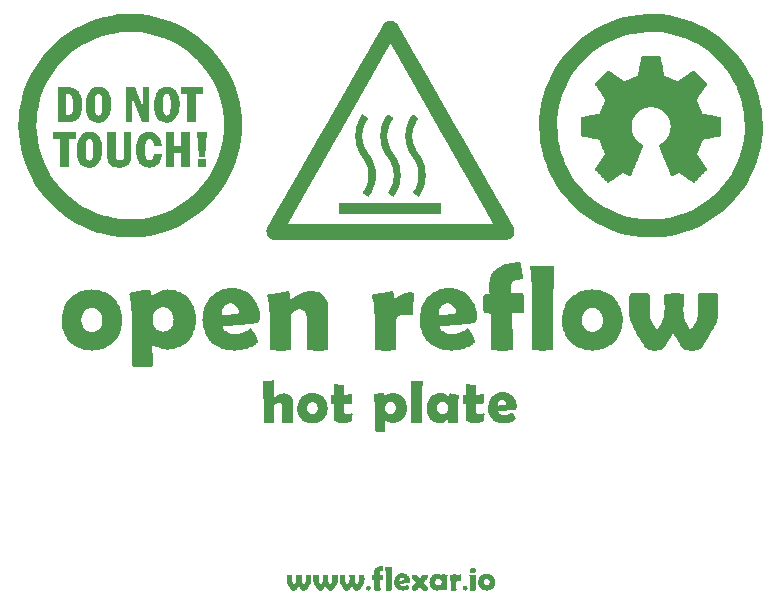
<source format=gto>
%FSTAX44Y44*%
%MOMM*%
%SFA1B1*%

%IPPOS*%
%ADD10C,1.499997*%
%LNpcb1-1*%
%LPD*%
G36*
X-01325689Y00617014D02*
X-01325373D01*
Y00616698*
Y00616382*
X-01325057*
Y00616066*
Y0061575*
Y00615434*
Y00615119*
Y00614803*
X-01324742*
Y00614487*
Y00614172*
Y00613855*
Y00613539*
Y00613223*
Y00612908*
X-01324426*
Y00612592*
Y00612276*
Y0061196*
Y00611644*
Y00611328*
X-0132411*
Y00611012*
Y00610696*
Y00610381*
Y00610065*
Y00609749*
X-01323794*
Y00609433*
Y00609117*
Y00608801*
Y00608485*
Y00608169*
Y00607854*
X-01323478*
Y00607538*
Y00607222*
Y00606906*
Y0060659*
Y00606274*
X-01323162*
Y00605958*
Y00605643*
Y00605327*
Y00605011*
Y00604695*
Y00604379*
X-01322846*
Y00604063*
Y00603747*
Y00603431*
Y00603115*
Y006028*
X-01322531*
Y00602484*
Y00602168*
Y00601853*
Y00601536*
X-01322215*
Y0060122*
Y00600904*
X-01321899*
Y00600588*
X-01320951*
Y00600273*
X-01320319*
Y00599957*
X-01319372*
Y00599641*
X-0131874*
Y00599325*
X-01318108*
Y00599009*
X-01317161*
Y00598693*
X-01316529*
Y00598377*
X-01315581*
Y00598062*
X-0131495*
Y00597746*
X-01314002*
Y0059743*
X-0131337*
Y00597114*
X-01312423*
Y00596798*
X-01311791*
Y00596482*
X-01310527*
Y00596798*
X-01309896*
Y00597114*
X-0130958*
Y0059743*
X-01308948*
Y00597746*
X-01308632*
Y00598062*
X-01308316*
Y00598377*
X-01307685*
Y00598693*
X-01307369*
Y00599009*
X-01306737*
Y00599325*
X-01306421*
Y00599641*
X-01305789*
Y00599957*
X-01305474*
Y00600273*
X-01304842*
Y00600588*
X-01304526*
Y00600904*
X-01303894*
Y0060122*
X-01303578*
Y00601536*
X-01302947*
Y00601853*
X-01302631*
Y00602168*
X-01302315*
Y00602484*
X-01301683*
Y006028*
X-01301367*
Y00603115*
X-01300735*
Y00603431*
X-0130042*
Y00603747*
X-01299788*
Y00604063*
X-01299472*
Y00604379*
X-0129884*
Y00604695*
X-01298524*
Y00605011*
X-01297893*
Y00605327*
X-01296945*
Y00605011*
X-01296629*
Y00604695*
X-01296313*
Y00604379*
X-01295997*
Y00604063*
X-01295681*
Y00603747*
X-01295366*
Y00603431*
X-0129505*
Y00603115*
X-01294734*
Y006028*
X-01294418*
Y00602484*
X-01294102*
Y00602168*
X-01293786*
Y00601853*
X-0129347*
Y00601536*
X-01293155*
Y0060122*
X-01292839*
Y00600904*
X-01292523*
Y00600588*
X-01292207*
Y00600273*
X-01291891*
Y00599957*
X-01291575*
Y00599641*
X-01291259*
Y00599325*
X-01290943*
Y00599009*
X-01290628*
Y00598693*
X-01290312*
Y00598377*
X-01289996*
Y00598062*
X-0128968*
Y00597746*
X-01289364*
Y0059743*
X-01289048*
Y00597114*
X-01288732*
Y00596798*
X-01288416*
Y00596482*
X-01288101*
Y00596166*
X-01287785*
Y0059585*
X-01287469*
Y00595535*
X-01287153*
Y00595219*
X-01286837*
Y00594903*
X-01286521*
Y00594587*
X-01286205*
Y00594271*
Y00593955*
Y00593639*
Y00593324*
X-01286521*
Y00593008*
Y00592692*
X-01286837*
Y00592376*
X-01287153*
Y0059206*
Y00591744*
X-01287469*
Y00591428*
X-01287785*
Y00591112*
Y00590797*
X-01288101*
Y00590481*
X-01288416*
Y00590165*
X-01288732*
Y00589849*
Y00589534*
X-01289048*
Y00589217*
Y00588901*
X-01289364*
Y00588585*
X-0128968*
Y00588269*
Y00587954*
X-01289996*
Y00587638*
X-01290312*
Y00587322*
X-01290628*
Y00587006*
Y0058669*
X-01290943*
Y00586374*
X-01291259*
Y00586058*
Y00585743*
X-01291575*
Y00585427*
X-01291891*
Y00585111*
Y00584795*
X-01292207*
Y00584479*
X-01292523*
Y00584163*
Y00583847*
X-01292839*
Y00583531*
X-01293155*
Y00583216*
X-0129347*
Y005829*
Y00582584*
X-01293786*
Y00582268*
X-01294102*
Y00581952*
Y00581636*
X-01294418*
Y0058132*
X-01294734*
Y00581005*
Y00580689*
Y00580373*
Y00580057*
Y00579741*
X-01294418*
Y00579425*
Y00579109*
X-01294102*
Y00578793*
Y00578478*
Y00578162*
X-01293786*
Y00577846*
Y0057753*
X-0129347*
Y00577215*
Y00576898*
X-01293155*
Y00576582*
Y00576266*
X-01292839*
Y0057595*
Y00575635*
Y00575319*
X-01292523*
Y00575003*
Y00574687*
X-01292207*
Y00574371*
Y00574055*
Y00573739*
X-01291891*
Y00573424*
Y00573108*
X-01291575*
Y00572792*
Y00572476*
X-01291259*
Y0057216*
Y00571844*
Y00571528*
X-01290943*
Y00571212*
Y00570897*
X-01290628*
Y00570581*
Y00570265*
X-01290312*
Y00569949*
Y00569633*
X-01289996*
Y00569317*
Y00569001*
X-01289364*
Y00568685*
X-01287469*
Y0056837*
X-01285889*
Y00568054*
X-01283994*
Y00567738*
X-01282415*
Y00567422*
X-01280835*
Y00567106*
X-0127894*
Y0056679*
X-01277361*
Y00566474*
X-01275781*
Y00566159*
X-01274518*
Y00565843*
X-01274202*
Y00565527*
Y00565211*
Y00564896*
Y00564579*
Y00564263*
Y00563947*
Y00563632*
Y00563316*
Y00563*
Y00562684*
Y00562368*
Y00562052*
Y00561736*
Y0056142*
Y00561105*
Y00560789*
Y00560473*
Y00560157*
Y00559841*
Y00559525*
Y00559209*
Y00558893*
Y00558578*
Y00558262*
Y00557946*
Y0055763*
Y00557314*
Y00556998*
Y00556682*
Y00556366*
Y00556051*
Y00555735*
Y00555419*
Y00555103*
Y00554787*
Y00554471*
Y00554155*
Y00553839*
Y00553524*
Y00553208*
Y00552892*
Y00552577*
Y0055226*
Y00551944*
Y00551628*
Y00551313*
Y00550997*
Y00550681*
Y00550365*
Y00550049*
Y00549733*
X-01274834*
Y00549417*
X-01276413*
Y00549101*
X-01277993*
Y00548786*
X-01279888*
Y0054847*
X-01281783*
Y00548154*
X-01283362*
Y00547838*
X-01284942*
Y00547522*
X-01286521*
Y00547206*
X-01288416*
Y0054689*
X-01289364*
Y00546574*
X-0128968*
Y00546259*
Y00545943*
X-01289996*
Y00545627*
Y00545311*
X-01290312*
Y00544995*
Y00544679*
X-01290628*
Y00544363*
Y00544048*
Y00543732*
X-01290943*
Y00543416*
Y005431*
X-01291259*
Y00542784*
Y00542468*
Y00542152*
X-01291575*
Y00541836*
Y0054152*
X-01291891*
Y00541205*
Y00540889*
Y00540573*
X-01292207*
Y00540258*
Y00539941*
X-01292523*
Y00539625*
Y00539309*
Y00538993*
X-01292839*
Y00538678*
Y00538362*
X-01293155*
Y00538046*
Y0053773*
Y00537414*
X-0129347*
Y00537098*
Y00536782*
X-01293786*
Y00536467*
Y00536151*
Y00535835*
X-01294102*
Y00535519*
Y00535203*
X-01294418*
Y00534887*
Y00534571*
Y00534255*
Y0053394*
X-01294102*
Y00533624*
X-01293786*
Y00533308*
Y00532992*
X-0129347*
Y00532676*
X-01293155*
Y0053236*
Y00532044*
X-01292839*
Y00531729*
X-01292523*
Y00531413*
X-01292207*
Y00531097*
Y00530781*
X-01291891*
Y00530465*
X-01291575*
Y00530149*
Y00529833*
X-01291259*
Y00529517*
X-01290943*
Y00529201*
Y00528886*
X-01290628*
Y0052857*
X-01290312*
Y00528254*
Y00527939*
X-01289996*
Y00527622*
X-0128968*
Y00527306*
Y0052699*
X-01289364*
Y00526674*
X-01289048*
Y00526359*
Y00526043*
X-01288732*
Y00525727*
X-01288416*
Y00525411*
X-01288101*
Y00525095*
Y00524779*
X-01287785*
Y00524463*
X-01287469*
Y00524148*
Y00523832*
X-01287153*
Y00523516*
X-01286837*
Y005232*
Y00522884*
X-01286521*
Y00522568*
X-01286205*
Y00522252*
Y00521936*
Y00521621*
Y00521305*
Y00520989*
X-01286521*
Y00520673*
X-01286837*
Y00520357*
X-01287153*
Y00520041*
X-01287469*
Y00519725*
X-01287785*
Y0051941*
X-01288101*
Y00519094*
X-01288416*
Y00518778*
X-01288732*
Y00518462*
X-01289048*
Y00518146*
X-01289364*
Y0051783*
X-0128968*
Y00517514*
X-01289996*
Y00517198*
X-01290312*
Y00516883*
X-01290628*
Y00516567*
X-01290943*
Y00516251*
X-01291259*
Y00515935*
X-01291575*
Y0051562*
X-01291891*
Y00515303*
X-01292207*
Y00514987*
X-01292523*
Y00514671*
X-01292839*
Y00514355*
X-01293155*
Y0051404*
X-0129347*
Y00513724*
X-01293786*
Y00513408*
X-01294102*
Y00513092*
X-01294418*
Y00512776*
X-01294734*
Y0051246*
X-0129505*
Y00512144*
X-01295366*
Y00511829*
X-01295681*
Y00511513*
X-01295997*
Y00511197*
X-01296313*
Y00510881*
X-01296629*
Y00510565*
X-01297261*
Y00510249*
X-01297577*
Y00510565*
X-01298208*
Y00510881*
X-0129884*
Y00511197*
X-01299156*
Y00511513*
X-01299788*
Y00511829*
X-01300104*
Y00512144*
X-0130042*
Y0051246*
X-01301051*
Y00512776*
X-01301367*
Y00513092*
X-01301999*
Y00513408*
X-01302315*
Y00513724*
X-01302947*
Y0051404*
X-01303262*
Y00514355*
X-01303894*
Y00514671*
X-0130421*
Y00514987*
X-01304842*
Y00515303*
X-01305158*
Y0051562*
X-01305789*
Y00515935*
X-01306105*
Y00516251*
X-01306421*
Y00516567*
X-01307053*
Y00516883*
X-01307369*
Y00517198*
X-01308*
Y00517514*
X-01308316*
Y0051783*
X-01308948*
Y00518146*
X-01309264*
Y00518462*
X-01310843*
Y00518146*
X-01311159*
Y0051783*
X-01311791*
Y00517514*
X-01312423*
Y00517198*
X-01313054*
Y00516883*
X-01313686*
Y00516567*
X-01314318*
Y00516251*
X-0131495*
Y00515935*
X-01315581*
Y0051562*
X-01316213*
Y00515935*
X-01316529*
Y00516251*
Y00516567*
X-01316845*
Y00516883*
Y00517198*
X-01317161*
Y00517514*
Y0051783*
Y00518146*
X-01317477*
Y00518462*
Y00518778*
X-01317792*
Y00519094*
Y0051941*
X-01318108*
Y00519725*
Y00520041*
Y00520357*
X-01318424*
Y00520673*
Y00520989*
X-0131874*
Y00521305*
Y00521621*
Y00521936*
X-01319056*
Y00522252*
Y00522568*
X-01319372*
Y00522884*
Y005232*
Y00523516*
X-01319688*
Y00523832*
Y00524148*
X-01320004*
Y00524463*
Y00524779*
X-01320319*
Y00525095*
Y00525411*
Y00525727*
X-01320635*
Y00526043*
Y00526359*
X-01320951*
Y00526674*
Y0052699*
Y00527306*
X-01321267*
Y00527622*
Y00527939*
X-01321583*
Y00528254*
Y0052857*
X-01321899*
Y00528886*
Y00529201*
Y00529517*
X-01322215*
Y00529833*
Y00530149*
X-01322531*
Y00530465*
Y00530781*
Y00531097*
X-01322846*
Y00531413*
Y00531729*
X-01323162*
Y00532044*
Y0053236*
X-01323478*
Y00532676*
Y00532992*
Y00533308*
X-01323794*
Y00533624*
Y0053394*
Y00534255*
X-0132411*
Y00534571*
Y00534887*
X-01324426*
Y00535203*
Y00535519*
X-01324742*
Y00535835*
Y00536151*
Y00536467*
X-01325057*
Y00536782*
Y00537098*
X-01325373*
Y00537414*
Y0053773*
X-01325689*
Y00538046*
Y00538362*
Y00538678*
X-01326005*
Y00538993*
Y00539309*
X-01326321*
Y00539625*
Y00539941*
Y00540258*
X-01326637*
Y00540573*
Y00540889*
X-01326953*
Y00541205*
Y0054152*
Y00541836*
Y00542152*
X-01326637*
Y00542468*
X-01326321*
Y00542784*
X-01325689*
Y005431*
X-01325373*
Y00543416*
X-01324742*
Y00543732*
X-01324426*
Y00544048*
X-0132411*
Y00544363*
X-01323478*
Y00544679*
X-01323162*
Y00544995*
X-01322846*
Y00545311*
X-01322531*
Y00545627*
X-01322215*
Y00545943*
X-01321899*
Y00546259*
X-01321583*
Y00546574*
X-01321267*
Y0054689*
X-01320951*
Y00547206*
X-01320635*
Y00547522*
X-01320319*
Y00547838*
X-01320004*
Y00548154*
Y0054847*
X-01319688*
Y00548786*
X-01319372*
Y00549101*
Y00549417*
X-01319056*
Y00549733*
Y00550049*
X-0131874*
Y00550365*
Y00550681*
X-01318424*
Y00550997*
Y00551313*
X-01318108*
Y00551628*
Y00551944*
Y0055226*
X-01317792*
Y00552577*
Y00552892*
Y00553208*
X-01317477*
Y00553524*
Y00553839*
Y00554155*
Y00554471*
X-01317161*
Y00554787*
Y00555103*
Y00555419*
Y00555735*
Y00556051*
Y00556366*
Y00556682*
Y00556998*
X-01316845*
Y00557314*
Y0055763*
Y00557946*
Y00558262*
Y00558578*
Y00558893*
X-01317161*
Y00559209*
Y00559525*
Y00559841*
Y00560157*
Y00560473*
Y00560789*
Y00561105*
X-01317477*
Y0056142*
Y00561736*
Y00562052*
Y00562368*
X-01317792*
Y00562684*
Y00563*
Y00563316*
X-01318108*
Y00563632*
Y00563947*
Y00564263*
X-01318424*
Y00564579*
Y00564896*
X-0131874*
Y00565211*
Y00565527*
X-01319056*
Y00565843*
Y00566159*
X-01319372*
Y00566474*
Y0056679*
X-01319688*
Y00567106*
X-01320004*
Y00567422*
X-01320319*
Y00567738*
Y00568054*
X-01320635*
Y0056837*
X-01320951*
Y00568685*
X-01321267*
Y00569001*
X-01321583*
Y00569317*
X-01321899*
Y00569633*
X-01322215*
Y00569949*
X-01322531*
Y00570265*
X-01322846*
Y00570581*
X-01323162*
Y00570897*
X-01323478*
Y00571212*
X-0132411*
Y00571528*
X-01324426*
Y00571844*
X-01325057*
Y0057216*
X-01325689*
Y00572476*
X-01326321*
Y00572792*
X-01326953*
Y00573108*
X-01327584*
Y00573424*
X-01328532*
Y00573739*
X-01329796*
Y00574055*
X-01331375*
Y00574371*
X-01335797*
Y00574055*
X-01337376*
Y00573739*
X-0133864*
Y00573424*
X-01339588*
Y00573108*
X-01340219*
Y00572792*
X-01340851*
Y00572476*
X-01341483*
Y0057216*
X-01342115*
Y00571844*
X-01342746*
Y00571528*
X-01343062*
Y00571212*
X-01343378*
Y00570897*
X-0134401*
Y00570581*
X-01344326*
Y00570265*
X-01344642*
Y00569949*
X-01344957*
Y00569633*
X-01345273*
Y00569317*
X-01345589*
Y00569001*
X-01345905*
Y00568685*
X-01346221*
Y0056837*
X-01346537*
Y00568054*
X-01346853*
Y00567738*
Y00567422*
X-01347169*
Y00567106*
X-01347484*
Y0056679*
Y00566474*
X-013478*
Y00566159*
X-01348116*
Y00565843*
Y00565527*
X-01348432*
Y00565211*
Y00564896*
X-01348748*
Y00564579*
Y00564263*
X-01349064*
Y00563947*
Y00563632*
Y00563316*
X-0134938*
Y00563*
Y00562684*
Y00562368*
X-01349696*
Y00562052*
Y00561736*
Y0056142*
Y00561105*
X-01350011*
Y00560789*
Y00560473*
Y00560157*
Y00559841*
Y00559525*
Y00559209*
Y00558893*
Y00558578*
Y00558262*
Y00557946*
Y0055763*
Y00557314*
Y00556998*
Y00556682*
Y00556366*
Y00556051*
Y00555735*
Y00555419*
Y00555103*
Y00554787*
X-01349696*
Y00554471*
Y00554155*
Y00553839*
Y00553524*
Y00553208*
X-0134938*
Y00552892*
Y00552577*
Y0055226*
X-01349064*
Y00551944*
Y00551628*
Y00551313*
X-01348748*
Y00550997*
Y00550681*
X-01348432*
Y00550365*
Y00550049*
X-01348116*
Y00549733*
Y00549417*
X-013478*
Y00549101*
X-01347484*
Y00548786*
Y0054847*
X-01347169*
Y00548154*
X-01346853*
Y00547838*
Y00547522*
X-01346537*
Y00547206*
X-01346221*
Y0054689*
X-01345905*
Y00546574*
X-01345589*
Y00546259*
X-01345273*
Y00545943*
X-01344957*
Y00545627*
X-01344642*
Y00545311*
X-01344326*
Y00544995*
X-0134401*
Y00544679*
X-01343378*
Y00544363*
X-01343062*
Y00544048*
X-01342746*
Y00543732*
X-01342115*
Y00543416*
X-01341799*
Y005431*
X-01341483*
Y00542784*
X-01340851*
Y00542468*
X-01340535*
Y00542152*
X-01340219*
Y00541836*
Y0054152*
Y00541205*
Y00540889*
X-01340535*
Y00540573*
Y00540258*
Y00539941*
X-01340851*
Y00539625*
Y00539309*
X-01341167*
Y00538993*
Y00538678*
X-01341483*
Y00538362*
Y00538046*
Y0053773*
X-01341799*
Y00537414*
Y00537098*
X-01342115*
Y00536782*
Y00536467*
Y00536151*
X-0134243*
Y00535835*
Y00535519*
X-01342746*
Y00535203*
Y00534887*
Y00534571*
X-01343062*
Y00534255*
Y0053394*
X-01343378*
Y00533624*
Y00533308*
Y00532992*
X-01343694*
Y00532676*
Y0053236*
X-0134401*
Y00532044*
Y00531729*
X-01344326*
Y00531413*
Y00531097*
Y00530781*
X-01344642*
Y00530465*
Y00530149*
X-01344957*
Y00529833*
Y00529517*
Y00529201*
X-01345273*
Y00528886*
Y0052857*
X-01345589*
Y00528254*
Y00527939*
X-01345905*
Y00527622*
Y00527306*
Y0052699*
X-01346221*
Y00526674*
Y00526359*
X-01346537*
Y00526043*
Y00525727*
Y00525411*
X-01346853*
Y00525095*
Y00524779*
X-01347169*
Y00524463*
Y00524148*
Y00523832*
X-01347484*
Y00523516*
Y005232*
X-013478*
Y00522884*
Y00522568*
X-01348116*
Y00522252*
Y00521936*
Y00521621*
X-01348432*
Y00521305*
Y00520989*
X-01348748*
Y00520673*
Y00520357*
X-01349064*
Y00520041*
Y00519725*
Y0051941*
X-0134938*
Y00519094*
Y00518778*
X-01349696*
Y00518462*
Y00518146*
Y0051783*
X-01350011*
Y00517514*
Y00517198*
X-01350327*
Y00516883*
Y00516567*
Y00516251*
X-01350643*
Y00515935*
X-01350959*
Y0051562*
X-01351591*
Y00515935*
X-01352223*
Y00516251*
X-01352854*
Y00516567*
X-01353486*
Y00516883*
X-01354118*
Y00517198*
X-0135475*
Y00517514*
X-01355381*
Y0051783*
X-01355697*
Y00518146*
X-01356329*
Y00518462*
X-01357908*
Y00518146*
X-01358224*
Y0051783*
X-0135854*
Y00517514*
X-01359172*
Y00517198*
X-01359488*
Y00516883*
X-01360119*
Y00516567*
X-01360435*
Y00516251*
X-01361067*
Y00515935*
X-01361383*
Y0051562*
X-01362015*
Y00515303*
X-0136233*
Y00514987*
X-01362962*
Y00514671*
X-01363278*
Y00514355*
X-0136391*
Y0051404*
X-01364226*
Y00513724*
X-01364857*
Y00513408*
X-01365173*
Y00513092*
X-01365805*
Y00512776*
X-01366121*
Y0051246*
X-01366437*
Y00512144*
X-01367069*
Y00511829*
X-01367384*
Y00511513*
X-01368016*
Y00511197*
X-01368332*
Y00510881*
X-01368964*
Y00510565*
X-0136928*
Y00510249*
X-01369911*
Y00510565*
X-01370543*
Y00510881*
X-01370859*
Y00511197*
X-01371175*
Y00511513*
X-01371491*
Y00511829*
X-01371807*
Y00512144*
X-01372122*
Y0051246*
X-01372438*
Y00512776*
X-01372754*
Y00513092*
X-0137307*
Y00513408*
X-01373386*
Y00513724*
X-01373702*
Y0051404*
X-01374018*
Y00514355*
X-01374334*
Y00514671*
X-01374649*
Y00514987*
X-01374965*
Y00515303*
X-01375281*
Y0051562*
X-01375597*
Y00515935*
X-01375913*
Y00516251*
X-01376229*
Y00516567*
X-01376545*
Y00516883*
X-01376861*
Y00517198*
X-01377176*
Y00517514*
X-01377492*
Y0051783*
X-01377808*
Y00518146*
X-01378124*
Y00518462*
X-0137844*
Y00518778*
X-01378756*
Y00519094*
X-01379072*
Y0051941*
X-01379387*
Y00519725*
X-01379703*
Y00520041*
X-01380019*
Y00520357*
X-01380335*
Y00520673*
X-01380651*
Y00520989*
X-01380967*
Y00521305*
Y00521621*
Y00521936*
Y00522252*
Y00522568*
X-01380651*
Y00522884*
X-01380335*
Y005232*
Y00523516*
X-01380019*
Y00523832*
X-01379703*
Y00524148*
X-01379387*
Y00524463*
Y00524779*
X-01379072*
Y00525095*
X-01378756*
Y00525411*
Y00525727*
X-0137844*
Y00526043*
X-01378124*
Y00526359*
Y00526674*
X-01377808*
Y0052699*
X-01377492*
Y00527306*
Y00527622*
X-01377176*
Y00527939*
X-01376861*
Y00528254*
X-01376545*
Y0052857*
Y00528886*
X-01376229*
Y00529201*
X-01375913*
Y00529517*
Y00529833*
X-01375597*
Y00530149*
X-01375281*
Y00530465*
Y00530781*
X-01374965*
Y00531097*
X-01374649*
Y00531413*
Y00531729*
X-01374334*
Y00532044*
X-01374018*
Y0053236*
Y00532676*
X-01373702*
Y00532992*
X-01373386*
Y00533308*
Y00533624*
X-0137307*
Y0053394*
X-01372754*
Y00534255*
Y00534571*
Y00534887*
Y00535203*
X-0137307*
Y00535519*
Y00535835*
Y00536151*
X-01373386*
Y00536467*
Y00536782*
X-01373702*
Y00537098*
Y00537414*
Y0053773*
X-01374018*
Y00538046*
Y00538362*
X-01374334*
Y00538678*
Y00538993*
Y00539309*
X-01374649*
Y00539625*
Y00539941*
X-01374965*
Y00540258*
Y00540573*
Y00540889*
X-01375281*
Y00541205*
Y0054152*
X-01375597*
Y00541836*
Y00542152*
Y00542468*
X-01375913*
Y00542784*
Y005431*
X-01376229*
Y00543416*
Y00543732*
Y00544048*
X-01376545*
Y00544363*
Y00544679*
X-01376861*
Y00544995*
Y00545311*
Y00545627*
X-01377176*
Y00545943*
Y00546259*
X-01377492*
Y00546574*
X-01377808*
Y0054689*
X-01378756*
Y00547206*
X-01380335*
Y00547522*
X-0138223*
Y00547838*
X-0138381*
Y00548154*
X-01385389*
Y0054847*
X-01387284*
Y00548786*
X-01389179*
Y00549101*
X-01390759*
Y00549417*
X-01392338*
Y00549733*
X-01392654*
Y00550049*
X-0139297*
Y00550365*
Y00550681*
Y00550997*
Y00551313*
Y00551628*
Y00551944*
Y0055226*
Y00552577*
Y00552892*
Y00553208*
Y00553524*
Y00553839*
Y00554155*
Y00554471*
Y00554787*
Y00555103*
Y00555419*
Y00555735*
Y00556051*
Y00556366*
Y00556682*
Y00556998*
Y00557314*
Y0055763*
Y00557946*
Y00558262*
Y00558578*
Y00558893*
Y00559209*
Y00559525*
Y00559841*
Y00560157*
Y00560473*
Y00560789*
Y00561105*
Y0056142*
Y00561736*
Y00562052*
Y00562368*
Y00562684*
Y00563*
Y00563316*
Y00563632*
Y00563947*
Y00564263*
Y00564579*
Y00564896*
Y00565211*
Y00565527*
Y00565843*
X-01392654*
Y00566159*
X-01391391*
Y00566474*
X-01389811*
Y0056679*
X-01388232*
Y00567106*
X-01386337*
Y00567422*
X-01384757*
Y00567738*
X-01382862*
Y00568054*
X-01381283*
Y0056837*
X-01379703*
Y00568685*
X-01377808*
Y00569001*
X-01377176*
Y00569317*
X-01376861*
Y00569633*
Y00569949*
X-01376545*
Y00570265*
Y00570581*
Y00570897*
X-01376229*
Y00571212*
Y00571528*
X-01375913*
Y00571844*
Y0057216*
X-01375597*
Y00572476*
Y00572792*
Y00573108*
X-01375281*
Y00573424*
Y00573739*
X-01374965*
Y00574055*
Y00574371*
X-01374649*
Y00574687*
Y00575003*
Y00575319*
X-01374334*
Y00575635*
Y0057595*
X-01374018*
Y00576266*
Y00576582*
X-01373702*
Y00576898*
Y00577215*
X-01373386*
Y0057753*
Y00577846*
Y00578162*
X-0137307*
Y00578478*
Y00578793*
X-01372754*
Y00579109*
Y00579425*
Y00579741*
X-01372438*
Y00580057*
Y00580373*
Y00580689*
Y00581005*
Y0058132*
X-01372754*
Y00581636*
X-0137307*
Y00581952*
Y00582268*
X-01373386*
Y00582584*
X-01373702*
Y005829*
Y00583216*
X-01374018*
Y00583531*
X-01374334*
Y00583847*
Y00584163*
X-01374649*
Y00584479*
X-01374965*
Y00584795*
Y00585111*
X-01375281*
Y00585427*
X-01375597*
Y00585743*
Y00586058*
X-01375913*
Y00586374*
X-01376229*
Y0058669*
Y00587006*
X-01376545*
Y00587322*
X-01376861*
Y00587638*
X-01377176*
Y00587954*
Y00588269*
X-01377492*
Y00588585*
X-01377808*
Y00588901*
Y00589217*
X-01378124*
Y00589534*
X-0137844*
Y00589849*
Y00590165*
X-01378756*
Y00590481*
X-01379072*
Y00590797*
Y00591112*
X-01379387*
Y00591428*
X-01379703*
Y00591744*
Y0059206*
X-01380019*
Y00592376*
X-01380335*
Y00592692*
X-01380651*
Y00593008*
Y00593324*
X-01380967*
Y00593639*
Y00593955*
Y00594271*
Y00594587*
X-01380651*
Y00594903*
X-01380335*
Y00595219*
X-01380019*
Y00595535*
X-01379703*
Y0059585*
X-01379387*
Y00596166*
X-01379072*
Y00596482*
X-01378756*
Y00596798*
X-0137844*
Y00597114*
X-01378124*
Y0059743*
X-01377808*
Y00597746*
X-01377492*
Y00598062*
X-01377176*
Y00598377*
X-01376861*
Y00598693*
X-01376545*
Y00599009*
X-01376229*
Y00599325*
X-01375913*
Y00599641*
X-01375597*
Y00599957*
X-01375281*
Y00600273*
X-01374965*
Y00600588*
X-01374649*
Y00600904*
X-01374334*
Y0060122*
X-01374018*
Y00601536*
X-01373702*
Y00601853*
X-01373386*
Y00602168*
X-0137307*
Y00602484*
X-01372754*
Y006028*
X-01372438*
Y00603115*
X-01372122*
Y00603431*
X-01371807*
Y00603747*
X-01371491*
Y00604063*
X-01371175*
Y00604379*
X-01370859*
Y00604695*
X-01370543*
Y00605011*
X-01370227*
Y00605327*
X-01368964*
Y00605011*
X-01368648*
Y00604695*
X-01368016*
Y00604379*
X-013677*
Y00604063*
X-01367384*
Y00603747*
X-01366753*
Y00603431*
X-01366437*
Y00603115*
X-01365805*
Y006028*
X-01365489*
Y00602484*
X-01364857*
Y00602168*
X-01364542*
Y00601853*
X-0136391*
Y00601536*
X-01363594*
Y0060122*
X-01362962*
Y00600904*
X-01362646*
Y00600588*
X-0136233*
Y00600273*
X-01361699*
Y00599957*
X-01361383*
Y00599641*
X-01360751*
Y00599325*
X-01360435*
Y00599009*
X-01359803*
Y00598693*
X-01359488*
Y00598377*
X-01358856*
Y00598062*
X-0135854*
Y00597746*
X-01357908*
Y0059743*
X-01357592*
Y00597114*
X-01357276*
Y00596798*
X-01356645*
Y00596482*
X-01355381*
Y00596798*
X-01354434*
Y00597114*
X-01353802*
Y0059743*
X-0135317*
Y00597746*
X-01352223*
Y00598062*
X-01351591*
Y00598377*
X-01350643*
Y00598693*
X-01350011*
Y00599009*
X-01349064*
Y00599325*
X-01348432*
Y00599641*
X-01347484*
Y00599957*
X-01346853*
Y00600273*
X-01345905*
Y00600588*
X-01345273*
Y00600904*
X-01344957*
Y0060122*
X-01344642*
Y00601536*
Y00601853*
Y00602168*
Y00602484*
X-01344326*
Y006028*
Y00603115*
Y00603431*
Y00603747*
Y00604063*
X-0134401*
Y00604379*
Y00604695*
Y00605011*
Y00605327*
Y00605643*
Y00605958*
X-01343694*
Y00606274*
Y0060659*
Y00606906*
Y00607222*
Y00607538*
X-01343378*
Y00607854*
Y00608169*
Y00608485*
Y00608801*
Y00609117*
X-01343062*
Y00609433*
Y00609749*
Y00610065*
Y00610381*
Y00610696*
Y00611012*
X-01342746*
Y00611328*
Y00611644*
Y0061196*
Y00612276*
Y00612592*
X-0134243*
Y00612908*
Y00613223*
Y00613539*
Y00613855*
Y00614172*
X-01342115*
Y00614487*
Y00614803*
Y00615119*
Y00615434*
Y0061575*
Y00616066*
X-01341799*
Y00616382*
Y00616698*
Y00617014*
X-01341483*
Y0061733*
X-01325689*
Y00617014*
G37*
G36*
X-0155266Y00647352D02*
X-01551987D01*
Y00647127*
X-01551314*
Y00646903*
X-01550865*
Y00646678*
X-0155064*
Y00646454*
X-01550191*
Y00646229*
X-01549967*
Y00646005*
X-01549518*
Y0064578*
X-01549293*
Y00645556*
X-01549069*
Y00645332*
X-01548844*
Y00645107*
X-0154862*
Y00644883*
X-01548395*
Y00644658*
Y00644434*
X-01548171*
Y00644209*
X-01547947*
Y00643985*
Y0064376*
X-01547722*
Y00643536*
X-01547498*
Y00643311*
Y00643087*
X-01547273*
Y00642862*
Y00642638*
X-01547049*
Y00642413*
X-01546824*
Y00642189*
Y00641964*
X-015466*
Y0064174*
Y00641516*
X-01546375*
Y00641291*
Y00641067*
X-01546151*
Y00640842*
X-01545926*
Y00640618*
Y00640393*
X-01545702*
Y00640169*
Y00639944*
X-01545477*
Y0063972*
Y00639495*
X-01545253*
Y00639271*
X-01545028*
Y00639047*
Y00638822*
X-01544804*
Y00638598*
Y00638373*
X-0154458*
Y00638149*
Y00637924*
X-01544355*
Y006377*
X-0154413*
Y00637475*
Y00637251*
X-01543906*
Y00637026*
Y00636802*
X-01543682*
Y00636577*
Y00636353*
X-01543457*
Y00636128*
X-01543233*
Y00635904*
Y0063568*
X-01543008*
Y00635455*
Y00635231*
X-01542784*
Y00635006*
Y00634782*
X-01542559*
Y00634557*
X-01542335*
Y00634333*
Y00634108*
X-0154211*
Y00633884*
Y00633659*
X-01541886*
Y00633435*
Y0063321*
X-01541661*
Y00632986*
X-01541437*
Y00632761*
Y00632537*
X-01541213*
Y00632312*
Y00632088*
X-01540988*
Y00631864*
Y00631639*
X-01540764*
Y00631415*
X-01540539*
Y0063119*
Y00630966*
X-01540315*
Y00630741*
Y00630517*
X-0154009*
Y00630292*
Y00630068*
X-01539866*
Y00629843*
X-01539641*
Y00629619*
Y00629394*
X-01539417*
Y0062917*
Y00628945*
X-01539192*
Y00628721*
Y00628497*
X-01538968*
Y00628272*
X-01538743*
Y00628048*
Y00627823*
X-01538519*
Y00627599*
Y00627374*
X-01538294*
Y0062715*
Y00626925*
X-0153807*
Y00626701*
X-01537846*
Y00626476*
Y00626252*
X-01537621*
Y00626027*
Y00625803*
X-01537396*
Y00625578*
Y00625354*
X-01537172*
Y0062513*
X-01536948*
Y00624905*
Y00624681*
X-01536723*
Y00624456*
Y00624232*
X-01536499*
Y00624007*
Y00623783*
X-01536274*
Y00623558*
X-0153605*
Y00623334*
Y00623109*
X-01535825*
Y00622885*
Y0062266*
X-01535601*
Y00622436*
Y00622211*
X-01535376*
Y00621987*
X-01535152*
Y00621762*
Y00621538*
X-01534927*
Y00621314*
Y00621089*
X-01534703*
Y00620865*
Y0062064*
X-01534479*
Y00620416*
X-01534254*
Y00620191*
Y00619967*
X-01534029*
Y00619742*
Y00619518*
X-01533805*
Y00619293*
Y00619069*
X-01533581*
Y00618844*
X-01533356*
Y0061862*
Y00618395*
X-01533132*
Y00618171*
Y00617947*
X-01532907*
Y00617722*
Y00617498*
X-01532683*
Y00617273*
X-01532458*
Y00617049*
Y00616824*
X-01532234*
Y006166*
Y00616375*
X-01532009*
Y00616151*
Y00615926*
X-01531785*
Y00615702*
X-0153156*
Y00615477*
Y00615253*
X-01531336*
Y00615028*
Y00614804*
X-01531112*
Y0061458*
Y00614355*
X-01530887*
Y00614131*
X-01530662*
Y00613906*
Y00613682*
X-01530438*
Y00613457*
Y00613233*
X-01530214*
Y00613008*
Y00612784*
X-01529989*
Y00612559*
X-01529765*
Y00612335*
Y00612111*
X-0152954*
Y00611886*
Y00611661*
X-01529316*
Y00611437*
Y00611213*
X-01529091*
Y00610988*
X-01528867*
Y00610764*
Y00610539*
X-01528642*
Y00610315*
Y0061009*
X-01528418*
Y00609866*
Y00609641*
X-01528193*
Y00609417*
X-01527969*
Y00609192*
Y00608968*
X-01527745*
Y00608744*
Y00608519*
X-0152752*
Y00608295*
Y0060807*
X-01527295*
Y00607846*
X-01527071*
Y00607621*
Y00607397*
X-01526847*
Y00607172*
Y00606948*
X-01526622*
Y00606723*
Y00606499*
X-01526398*
Y00606274*
X-01526173*
Y0060605*
Y00605825*
X-01525949*
Y00605601*
Y00605377*
X-01525724*
Y00605152*
Y00604928*
X-015255*
Y00604703*
X-01525275*
Y00604479*
Y00604254*
X-01525051*
Y0060403*
Y00603805*
X-01524826*
Y00603581*
Y00603356*
X-01524602*
Y00603132*
X-01524378*
Y00602907*
Y00602683*
X-01524153*
Y00602458*
Y00602234*
X-01523928*
Y00602009*
Y00601785*
X-01523704*
Y00601561*
X-0152348*
Y00601336*
Y00601112*
X-01523255*
Y00600887*
Y00600663*
X-01523031*
Y00600438*
X-01522806*
Y00600214*
Y00599989*
X-01522582*
Y00599765*
Y0059954*
X-01522357*
Y00599316*
Y00599091*
X-01522133*
Y00598867*
X-01521908*
Y00598642*
Y00598418*
X-01521684*
Y00598194*
Y00597969*
X-0152146*
Y00597745*
Y0059752*
X-01521235*
Y00597296*
X-01521011*
Y00597071*
Y00596847*
X-01520786*
Y00596622*
Y00596398*
X-01520561*
Y00596173*
Y00595949*
X-01520337*
Y00595724*
X-01520113*
Y005955*
Y00595275*
X-01519888*
Y00595051*
Y00594826*
X-01519664*
Y00594602*
Y00594378*
X-01519439*
Y00594153*
X-01519215*
Y00593929*
Y00593704*
X-0151899*
Y0059348*
Y00593255*
X-01518766*
Y00593031*
Y00592806*
X-01518541*
Y00592582*
X-01518317*
Y00592357*
Y00592133*
X-01518092*
Y00591908*
Y00591684*
X-01517868*
Y00591459*
Y00591235*
X-01517643*
Y00591011*
X-01517419*
Y00590786*
Y00590562*
X-01517194*
Y00590337*
Y00590113*
X-0151697*
Y00589888*
Y00589664*
X-01516746*
Y00589439*
X-01516521*
Y00589215*
Y0058899*
X-01516297*
Y00588766*
Y00588541*
X-01516072*
Y00588317*
Y00588092*
X-01515848*
Y00587868*
X-01515623*
Y00587644*
Y00587419*
X-01515399*
Y00587195*
Y0058697*
X-01515174*
Y00586746*
Y00586521*
X-0151495*
Y00586297*
X-01514725*
Y00586072*
Y00585848*
X-01514501*
Y00585623*
Y00585399*
X-01514276*
Y00585174*
Y0058495*
X-01514052*
Y00584725*
X-01513827*
Y00584501*
Y00584277*
X-01513603*
Y00584052*
Y00583828*
X-01513379*
Y00583603*
Y00583379*
X-01513154*
Y00583154*
X-0151293*
Y0058293*
Y00582705*
X-01512705*
Y00582481*
Y00582256*
X-01512481*
Y00582032*
Y00581807*
X-01512256*
Y00581583*
X-01512032*
Y00581358*
Y00581134*
X-01511808*
Y00580909*
Y00580685*
X-01511583*
Y00580461*
Y00580236*
X-01511358*
Y00580012*
X-01511134*
Y00579787*
Y00579563*
X-01510909*
Y00579338*
Y00579114*
X-01510685*
Y00578889*
Y00578665*
X-0151046*
Y0057844*
X-01510236*
Y00578216*
Y00577992*
X-01510012*
Y00577767*
Y00577542*
X-01509787*
Y00577318*
Y00577094*
X-01509563*
Y00576869*
X-01509338*
Y00576645*
Y0057642*
X-01509114*
Y00576196*
Y00575971*
X-01508889*
Y00575747*
Y00575522*
X-01508665*
Y00575298*
X-0150844*
Y00575073*
Y00574849*
X-01508216*
Y00574625*
Y005744*
X-01507991*
Y00574176*
Y00573951*
X-01507767*
Y00573727*
X-01507542*
Y00573502*
Y00573278*
X-01507318*
Y00573053*
Y00572829*
X-01507094*
Y00572604*
Y0057238*
X-01506869*
Y00572155*
X-01506645*
Y00571931*
Y00571706*
X-0150642*
Y00571482*
Y00571258*
X-01506196*
Y00571033*
Y00570809*
X-01505971*
Y00570584*
X-01505747*
Y0057036*
Y00570135*
X-01505522*
Y00569911*
Y00569686*
X-01505298*
Y00569462*
Y00569237*
X-01505073*
Y00569013*
X-01504849*
Y00568788*
Y00568564*
X-01504624*
Y00568339*
Y00568115*
X-015044*
Y00567891*
Y00567666*
X-01504175*
Y00567442*
X-01503951*
Y00567217*
Y00566993*
X-01503727*
Y00566768*
Y00566544*
X-01503502*
Y00566319*
Y00566095*
X-01503278*
Y0056587*
X-01503053*
Y00565646*
Y00565421*
X-01502829*
Y00565197*
Y00564972*
X-01502604*
Y00564748*
Y00564523*
X-0150238*
Y00564299*
X-01502156*
Y00564075*
Y0056385*
X-01501931*
Y00563626*
Y00563401*
X-01501706*
Y00563177*
Y00562952*
X-01501482*
Y00562728*
X-01501257*
Y00562503*
Y00562279*
X-01501033*
Y00562054*
Y0056183*
X-01500808*
Y00561605*
Y00561381*
X-01500584*
Y00561156*
X-0150036*
Y00560932*
Y00560708*
X-01500135*
Y00560483*
Y00560259*
X-01499911*
Y00560034*
Y0055981*
X-01499686*
Y00559585*
X-01499462*
Y00559361*
Y00559136*
X-01499237*
Y00558912*
Y00558687*
X-01499013*
Y00558463*
Y00558238*
X-01498788*
Y00558014*
X-01498564*
Y00557789*
Y00557565*
X-01498339*
Y0055734*
Y00557116*
X-01498115*
Y00556892*
X-0149789*
Y00556667*
Y00556443*
X-01497666*
Y00556218*
Y00555994*
X-01497441*
Y00555769*
Y00555545*
X-01497217*
Y0055532*
X-01496993*
Y00555096*
Y00554871*
X-01496768*
Y00554647*
Y00554422*
X-01496544*
Y00554198*
Y00553974*
X-01496319*
Y00553749*
X-01496095*
Y00553525*
Y005533*
X-0149587*
Y00553076*
Y00552851*
X-01495646*
Y00552627*
Y00552402*
X-01495421*
Y00552178*
X-01495197*
Y00551953*
Y00551729*
X-01494972*
Y00551504*
Y0055128*
X-01494748*
Y00551056*
Y00550831*
X-01494523*
Y00550606*
X-01494299*
Y00550382*
Y00550158*
X-01494074*
Y00549933*
Y00549709*
X-0149385*
Y00549484*
Y0054926*
X-01493626*
Y00549035*
X-01493401*
Y00548811*
Y00548586*
X-01493177*
Y00548362*
Y00548137*
X-01492952*
Y00547913*
Y00547689*
X-01492728*
Y00547464*
X-01492504*
Y00547239*
Y00547015*
X-01492279*
Y00546791*
Y00546566*
X-01492054*
Y00546342*
Y00546117*
X-0149183*
Y00545893*
X-01491605*
Y00545668*
Y00545444*
X-01491381*
Y00545219*
Y00544995*
X-01491156*
Y0054477*
Y00544546*
X-01490932*
Y00544322*
X-01490707*
Y00544097*
Y00543872*
X-01490483*
Y00543648*
Y00543424*
X-01490259*
Y00543199*
Y00542975*
X-01490034*
Y0054275*
X-0148981*
Y00542526*
Y00542301*
X-01489585*
Y00542077*
Y00541852*
X-01489361*
Y00541628*
Y00541403*
X-01489136*
Y00541179*
X-01488912*
Y00540955*
Y0054073*
X-01488687*
Y00540506*
Y00540281*
X-01488463*
Y00540057*
Y00539832*
X-01488238*
Y00539608*
X-01488014*
Y00539383*
Y00539159*
X-01487789*
Y00538934*
Y0053871*
X-01487565*
Y00538485*
Y00538261*
X-0148734*
Y00538036*
X-01487116*
Y00537812*
Y00537587*
X-01486892*
Y00537363*
Y00537139*
X-01486667*
Y00536914*
Y0053669*
X-01486443*
Y00536465*
X-01486218*
Y00536241*
Y00536016*
X-01485994*
Y00535792*
Y00535567*
X-01485769*
Y00535343*
Y00535118*
X-01485545*
Y00534894*
X-0148532*
Y0053467*
Y00534445*
X-01485096*
Y0053422*
Y00533996*
X-01484871*
Y00533772*
Y00533547*
X-01484647*
Y00533323*
X-01484422*
Y00533098*
Y00532874*
X-01484198*
Y00532649*
Y00532425*
X-01483973*
Y005322*
Y00531976*
X-01483749*
Y00531751*
X-01483525*
Y00531527*
Y00531302*
X-014833*
Y00531078*
Y00530853*
X-01483075*
Y00530629*
Y00530405*
X-01482852*
Y0053018*
X-01482627*
Y00529956*
Y00529731*
X-01482402*
Y00529507*
Y00529282*
X-01482178*
Y00529058*
Y00528833*
X-01481953*
Y00528609*
X-01481729*
Y00528384*
Y0052816*
X-01481504*
Y00527935*
Y00527711*
X-0148128*
Y00527486*
Y00527262*
X-01481055*
Y00527037*
X-01480831*
Y00526813*
Y00526589*
X-01480606*
Y00526364*
Y0052614*
X-01480382*
Y00525915*
Y00525691*
X-01480158*
Y00525466*
X-01479933*
Y00525242*
Y00525018*
X-01479708*
Y00524793*
Y00524568*
X-01479484*
Y00524344*
Y00524119*
X-0147926*
Y00523895*
X-01479035*
Y0052367*
Y00523446*
X-01478811*
Y00523222*
Y00522997*
X-01478586*
Y00522773*
Y00522548*
X-01478362*
Y00522324*
X-01478137*
Y00522099*
Y00521875*
X-01477913*
Y0052165*
Y00521426*
X-01477688*
Y00521201*
Y00520977*
X-01477464*
Y00520752*
X-01477239*
Y00520528*
Y00520303*
X-01477015*
Y00520079*
Y00519855*
X-01476791*
Y0051963*
Y00519406*
X-01476566*
Y00519181*
X-01476341*
Y00518957*
Y00518732*
X-01476117*
Y00518508*
Y00518283*
X-01475893*
Y00518059*
Y00517834*
X-01475668*
Y0051761*
X-01475444*
Y00517385*
Y00517161*
X-01475219*
Y00516936*
Y00516712*
X-01474995*
Y00516488*
Y00516263*
X-0147477*
Y00516039*
X-01474546*
Y00515814*
Y0051559*
X-01474321*
Y00515366*
Y00515141*
X-01474097*
Y00514916*
X-01473872*
Y00514692*
Y00514467*
X-01473648*
Y00514243*
Y00514018*
X-01473424*
Y00513794*
Y0051357*
X-014732*
Y00513345*
X-01472974*
Y00513121*
Y00512896*
X-0147275*
Y00512672*
Y00512447*
X-01472526*
Y00512223*
Y00511998*
X-01472301*
Y00511774*
X-01472077*
Y00511549*
Y00511325*
X-01471852*
Y005111*
Y00510876*
X-01471628*
Y00510651*
Y00510427*
X-01471403*
Y00510203*
X-01471179*
Y00509978*
Y00509754*
X-01470954*
Y00509529*
Y00509305*
X-0147073*
Y0050908*
Y00508856*
X-01470505*
Y00508631*
X-01470281*
Y00508407*
Y00508182*
X-01470057*
Y00507958*
Y00507733*
X-01469832*
Y00507509*
Y00507284*
X-01469607*
Y0050706*
X-01469383*
Y00506836*
Y00506611*
X-01469159*
Y00506387*
Y00506162*
X-01468934*
Y00505938*
Y00505714*
X-0146871*
Y00505489*
X-01468485*
Y00505264*
Y0050504*
X-01468261*
Y00504815*
Y00504591*
X-01468036*
Y00504366*
Y00504142*
X-01467812*
Y00503917*
X-01467587*
Y00503693*
Y00503469*
X-01467363*
Y00503244*
Y0050302*
X-01467138*
Y00502795*
Y00502571*
X-01466914*
Y00502346*
X-0146669*
Y00502122*
Y00501897*
X-01466465*
Y00501673*
Y00501448*
X-0146624*
Y00501224*
Y00500999*
X-01466016*
Y00500775*
X-01465792*
Y0050055*
Y00500326*
X-01465567*
Y00500102*
Y00499877*
X-01465343*
Y00499653*
Y00499428*
X-01465118*
Y00499204*
X-01464894*
Y00498979*
Y00498755*
X-01464669*
Y0049853*
Y00498306*
X-01464445*
Y00498081*
Y00497857*
X-0146422*
Y00497632*
X-01463996*
Y00497408*
Y00497183*
X-01463771*
Y00496959*
Y00496734*
X-01463548*
Y0049651*
Y00496286*
X-01463323*
Y00496062*
X-01463098*
Y00495837*
Y00495612*
X-01462873*
Y00495388*
Y00495163*
X-01462649*
Y00494939*
Y00494714*
X-01462425*
Y0049449*
X-014622*
Y00494265*
Y00494041*
X-01461976*
Y00493816*
Y00493592*
X-01461751*
Y00493367*
Y00493143*
X-01461527*
Y00492919*
X-01461302*
Y00492694*
Y0049247*
X-01461078*
Y00492245*
Y00492021*
X-01460853*
Y00491796*
Y00491572*
X-01460629*
Y00491347*
X-01460404*
Y00491123*
Y00490898*
X-0146018*
Y00490674*
Y00490449*
X-01459956*
Y00490225*
Y0049*
X-01459731*
Y00489776*
X-01459506*
Y00489551*
Y00489327*
X-01459282*
Y00489103*
Y00488878*
X-01459058*
Y00488654*
Y00488429*
X-01458833*
Y00488205*
X-01458609*
Y0048798*
Y00487756*
X-01458384*
Y00487531*
Y00487307*
X-0145816*
Y00487082*
Y00486858*
X-01457935*
Y00486633*
X-01457711*
Y0048641*
Y00486184*
X-01457486*
Y0048596*
Y00485736*
X-01457262*
Y00485511*
Y00485287*
X-01457037*
Y00485062*
X-01456813*
Y00484838*
Y00484613*
X-01456588*
Y00484389*
Y00484164*
X-01456364*
Y0048394*
Y00483715*
X-01456139*
Y00483491*
X-01455915*
Y00483267*
Y00483042*
X-01455691*
Y00482817*
Y00482593*
X-01455466*
Y00482369*
Y00482144*
X-01455242*
Y0048192*
X-01455017*
Y00481695*
Y00481471*
X-01454793*
Y00481246*
Y00481022*
X-01454568*
Y00480797*
Y00480573*
X-01454344*
Y00480348*
X-01454119*
Y00480124*
Y004799*
X-01453896*
Y00479675*
Y0047945*
X-0145367*
Y00479226*
Y00479002*
X-01453446*
Y00478777*
X-01453221*
Y00478553*
Y00478328*
X-01452997*
Y00478104*
Y00477879*
X-01452772*
Y00477655*
Y0047743*
X-01452548*
Y00477206*
X-01452324*
Y00476981*
Y00476758*
X-01452099*
Y00476532*
Y00476308*
X-01451875*
Y00476084*
Y00475859*
X-0145165*
Y00475635*
X-01451426*
Y0047541*
Y00475186*
X-01451201*
Y00474961*
Y00474737*
X-01450977*
Y00474512*
Y00474288*
X-01450752*
Y00474063*
X-01450528*
Y00473839*
Y00473614*
X-01450303*
Y0047339*
Y00473165*
X-01450079*
Y00472941*
Y00472717*
X-01449854*
Y00472492*
Y00472268*
Y00472043*
X-0144963*
Y00471819*
Y00471594*
Y0047137*
X-01449405*
Y00471145*
Y00470921*
Y00470696*
X-01449181*
Y00470472*
Y00470247*
Y00470023*
Y00469798*
Y00469574*
Y0046935*
Y00469125*
Y00468901*
Y00468676*
Y00468452*
Y00468227*
Y00468003*
Y00467778*
Y00467554*
Y00467329*
Y00467106*
X-01449405*
Y0046688*
Y00466656*
Y00466431*
X-0144963*
Y00466207*
Y00465983*
X-01449854*
Y00465758*
Y00465534*
X-01450079*
Y00465309*
Y00465085*
X-01450303*
Y0046486*
X-01450528*
Y00464636*
X-01450752*
Y00464411*
X-01450977*
Y00464187*
X-01451201*
Y00463962*
X-01451426*
Y00463738*
X-0145165*
Y00463513*
X-01451875*
Y00463289*
X-01452099*
Y00463064*
X-01452548*
Y0046284*
X-01452997*
Y00462616*
X-01453446*
Y00462391*
X-01454344*
Y00462167*
X-01455242*
Y00461942*
X-01653221*
Y00462167*
X-01654119*
Y00462391*
X-01655242*
Y00462616*
X-01655466*
Y0046284*
X-01655915*
Y00463064*
X-01656364*
Y00463289*
X-01656588*
Y00463513*
X-01656813*
Y00463738*
X-01657037*
Y00463962*
X-01657262*
Y00464187*
X-01657486*
Y00464411*
Y00464636*
X-01657711*
Y0046486*
X-01657935*
Y00465085*
X-0165816*
Y00465309*
X-01658384*
Y00465534*
Y00465758*
Y00465983*
X-01658609*
Y00466207*
Y00466431*
X-01658833*
Y00466656*
Y0046688*
X-01659058*
Y00467106*
Y00467329*
Y00467554*
Y00467778*
Y00468003*
Y00468227*
Y00468452*
X-01659282*
Y00468676*
Y00468901*
Y00469125*
Y0046935*
Y00469574*
Y00469798*
X-01659506*
Y00470023*
X-01659282*
Y00470247*
Y00470472*
X-01659058*
Y00470696*
Y00470921*
Y00471145*
X-01658833*
Y0047137*
Y00471594*
X-01658609*
Y00471819*
Y00472043*
Y00472268*
X-01658384*
Y00472492*
Y00472717*
Y00472941*
X-0165816*
Y00473165*
X-01657935*
Y0047339*
Y00473614*
X-01657711*
Y00473839*
Y00474063*
X-01657486*
Y00474288*
X-01657262*
Y00474512*
Y00474737*
X-01657037*
Y00474961*
Y00475186*
X-01656813*
Y0047541*
Y00475635*
X-01656588*
Y00475859*
X-01656364*
Y00476084*
Y00476308*
X-01656139*
Y00476532*
Y00476758*
X-01655915*
Y00476981*
Y00477206*
X-01655691*
Y0047743*
X-01655466*
Y00477655*
Y00477879*
X-01655242*
Y00478104*
Y00478328*
X-01655017*
Y00478553*
Y00478777*
X-01654793*
Y00479002*
X-01654568*
Y00479226*
Y0047945*
X-01654344*
Y00479675*
Y004799*
X-01654119*
Y00480124*
Y00480348*
X-01653895*
Y00480573*
X-0165367*
Y00480797*
Y00481022*
X-01653446*
Y00481246*
Y00481471*
X-01653221*
Y00481695*
Y0048192*
X-01652997*
Y00482144*
X-01652772*
Y00482369*
Y00482593*
X-01652548*
Y00482817*
Y00483042*
X-01652324*
Y00483267*
Y00483491*
X-01652099*
Y00483715*
X-01651875*
Y0048394*
Y00484164*
X-0165165*
Y00484389*
Y00484613*
X-01651426*
Y00484838*
Y00485062*
X-01651201*
Y00485287*
X-01650977*
Y00485511*
Y00485736*
X-01650752*
Y0048596*
Y00486184*
X-01650528*
Y0048641*
Y00486633*
X-01650303*
Y00486858*
X-01650079*
Y00487082*
Y00487307*
X-01649854*
Y00487531*
Y00487756*
X-0164963*
Y0048798*
Y00488205*
X-01649405*
Y00488429*
X-01649181*
Y00488654*
Y00488878*
X-01648957*
Y00489103*
Y00489327*
X-01648732*
Y00489551*
Y00489776*
X-01648508*
Y0049*
X-01648283*
Y00490225*
Y00490449*
X-01648059*
Y00490674*
Y00490898*
X-01647834*
Y00491123*
Y00491347*
X-0164761*
Y00491572*
X-01647385*
Y00491796*
Y00492021*
X-01647161*
Y00492245*
Y0049247*
X-01646936*
Y00492694*
Y00492919*
X-01646712*
Y00493143*
X-01646487*
Y00493367*
Y00493592*
X-01646263*
Y00493816*
Y00494041*
X-01646038*
Y00494265*
Y0049449*
X-01645814*
Y00494714*
X-0164559*
Y00494939*
Y00495163*
X-01645365*
Y00495388*
Y00495612*
X-01645141*
Y00495837*
Y00496062*
X-01644916*
Y00496286*
X-01644692*
Y0049651*
Y00496734*
X-01644467*
Y00496959*
Y00497183*
X-01644243*
Y00497408*
Y00497632*
X-01644018*
Y00497857*
X-01643794*
Y00498081*
Y00498306*
X-01643569*
Y0049853*
Y00498755*
X-01643345*
Y00498979*
Y00499204*
X-0164312*
Y00499428*
X-01642896*
Y00499653*
Y00499877*
X-01642671*
Y00500102*
Y00500326*
X-01642447*
Y0050055*
Y00500775*
X-01642223*
Y00500999*
X-01641998*
Y00501224*
Y00501448*
X-01641774*
Y00501673*
Y00501897*
X-01641549*
Y00502122*
Y00502346*
X-01641325*
Y00502571*
X-016411*
Y00502795*
Y0050302*
X-01640876*
Y00503244*
Y00503469*
X-01640651*
Y00503693*
Y00503917*
X-01640427*
Y00504142*
X-01640202*
Y00504366*
Y00504591*
X-01639978*
Y00504815*
Y0050504*
X-01639753*
Y00505264*
Y00505489*
X-01639529*
Y00505714*
X-01639305*
Y00505938*
Y00506162*
X-0163908*
Y00506387*
Y00506611*
X-01638856*
Y00506836*
Y0050706*
X-01638631*
Y00507284*
X-01638407*
Y00507509*
Y00507733*
X-01638182*
Y00507958*
Y00508182*
X-01637958*
Y00508407*
Y00508631*
X-01637733*
Y00508856*
X-01637509*
Y0050908*
Y00509305*
X-01637284*
Y00509529*
Y00509754*
X-0163706*
Y00509978*
Y00510203*
X-01636835*
Y00510427*
X-01636611*
Y00510651*
Y00510876*
X-01636386*
Y005111*
Y00511325*
X-01636162*
Y00511549*
Y00511774*
X-01635938*
Y00511998*
X-01635713*
Y00512223*
Y00512447*
X-01635489*
Y00512672*
Y00512896*
X-01635264*
Y00513121*
Y00513345*
X-0163504*
Y0051357*
X-01634815*
Y00513794*
Y00514018*
X-01634591*
Y00514243*
Y00514467*
X-01634366*
Y00514692*
Y00514916*
X-01634142*
Y00515141*
X-01633917*
Y00515366*
Y0051559*
X-01633693*
Y00515814*
Y00516039*
X-01633468*
Y00516263*
X-01633244*
Y00516488*
Y00516712*
X-01633019*
Y00516936*
Y00517161*
X-01632795*
Y00517385*
Y0051761*
X-01632571*
Y00517834*
X-01632346*
Y00518059*
Y00518283*
X-01632122*
Y00518508*
Y00518732*
X-01631897*
Y00518957*
Y00519181*
X-01631673*
Y00519406*
X-01631448*
Y0051963*
Y00519855*
X-01631224*
Y00520079*
Y00520303*
X-01630999*
Y00520528*
Y00520752*
X-01630775*
Y00520977*
X-0163055*
Y00521201*
Y00521426*
X-01630326*
Y0052165*
Y00521875*
X-01630101*
Y00522099*
Y00522324*
X-01629877*
Y00522548*
X-01629652*
Y00522773*
Y00522997*
X-01629428*
Y00523222*
Y00523446*
X-01629204*
Y0052367*
Y00523895*
X-01628979*
Y00524119*
X-01628755*
Y00524344*
Y00524568*
X-0162853*
Y00524793*
Y00525018*
X-01628306*
Y00525242*
Y00525466*
X-01628081*
Y00525691*
X-01627857*
Y00525915*
Y0052614*
X-01627632*
Y00526364*
Y00526589*
X-01627408*
Y00526813*
Y00527037*
X-01627183*
Y00527262*
X-01626959*
Y00527486*
Y00527711*
X-01626734*
Y00527935*
Y0052816*
X-0162651*
Y00528384*
Y00528609*
X-01626285*
Y00528833*
X-01626061*
Y00529058*
Y00529282*
X-01625837*
Y00529507*
Y00529731*
X-01625612*
Y00529956*
Y0053018*
X-01625388*
Y00530405*
X-01625163*
Y00530629*
Y00530853*
X-01624939*
Y00531078*
Y00531302*
X-01624714*
Y00531527*
Y00531751*
X-0162449*
Y00531976*
X-01624265*
Y005322*
Y00532425*
X-01624041*
Y00532649*
Y00532874*
X-01623816*
Y00533098*
Y00533323*
X-01623592*
Y00533547*
X-01623367*
Y00533772*
Y00533996*
X-01623143*
Y0053422*
Y00534445*
X-01622918*
Y0053467*
Y00534894*
X-01622694*
Y00535118*
X-0162247*
Y00535343*
Y00535567*
X-01622245*
Y00535792*
Y00536016*
X-0162202*
Y00536241*
Y00536465*
X-01621796*
Y0053669*
X-01621572*
Y00536914*
Y00537139*
X-01621347*
Y00537363*
Y00537587*
X-01621123*
Y00537812*
Y00538036*
X-01620898*
Y00538261*
X-01620674*
Y00538485*
Y0053871*
X-01620449*
Y00538934*
Y00539159*
X-01620225*
Y00539383*
Y00539608*
X-0162*
Y00539832*
X-01619776*
Y00540057*
Y00540281*
X-01619551*
Y00540506*
Y0054073*
X-01619327*
Y00540955*
Y00541179*
X-01619103*
Y00541403*
X-01618878*
Y00541628*
Y00541852*
X-01618653*
Y00542077*
Y00542301*
X-01618429*
Y00542526*
Y0054275*
X-01618205*
Y00542975*
X-0161798*
Y00543199*
Y00543424*
X-01617756*
Y00543648*
Y00543872*
X-01617531*
Y00544097*
Y00544322*
X-01617307*
Y00544546*
X-01617082*
Y0054477*
Y00544995*
X-01616858*
Y00545219*
Y00545444*
X-01616633*
Y00545668*
Y00545893*
X-01616409*
Y00546117*
X-01616184*
Y00546342*
Y00546566*
X-0161596*
Y00546791*
Y00547015*
X-01615736*
Y00547239*
Y00547464*
X-01615511*
Y00547689*
X-01615286*
Y00547913*
Y00548137*
X-01615062*
Y00548362*
Y00548586*
X-01614838*
Y00548811*
Y00549035*
X-01614613*
Y0054926*
X-01614389*
Y00549484*
Y00549709*
X-01614164*
Y00549933*
Y00550158*
X-0161394*
Y00550382*
Y00550606*
X-01613715*
Y00550831*
X-01613491*
Y00551056*
Y0055128*
X-01613266*
Y00551504*
Y00551729*
X-01613042*
Y00551953*
Y00552178*
X-01612817*
Y00552402*
X-01612593*
Y00552627*
Y00552851*
X-01612369*
Y00553076*
Y005533*
X-01612144*
Y00553525*
Y00553749*
X-0161192*
Y00553974*
X-01611695*
Y00554198*
Y00554422*
X-01611471*
Y00554647*
Y00554871*
X-01611246*
Y00555096*
Y0055532*
X-01611022*
Y00555545*
X-01610797*
Y00555769*
Y00555994*
X-01610573*
Y00556218*
Y00556443*
X-01610348*
Y00556667*
Y00556892*
X-01610124*
Y00557116*
X-01609899*
Y0055734*
Y00557565*
X-01609675*
Y00557789*
Y00558014*
X-0160945*
Y00558238*
Y00558463*
X-01609226*
Y00558687*
X-01609002*
Y00558912*
Y00559136*
X-01608777*
Y00559361*
Y00559585*
X-01608553*
Y0055981*
X-01608328*
Y00560034*
Y00560259*
X-01608104*
Y00560483*
Y00560708*
X-01607879*
Y00560932*
Y00561156*
X-01607655*
Y00561381*
X-0160743*
Y00561605*
Y0056183*
X-01607206*
Y00562054*
Y00562279*
X-01606981*
Y00562503*
Y00562728*
X-01606757*
Y00562952*
X-01606532*
Y00563177*
Y00563401*
X-01606308*
Y00563626*
Y0056385*
X-01606083*
Y00564075*
Y00564299*
X-01605859*
Y00564523*
X-01605635*
Y00564748*
Y00564972*
X-0160541*
Y00565197*
Y00565421*
X-01605185*
Y00565646*
Y0056587*
X-01604961*
Y00566095*
X-01604737*
Y00566319*
Y00566544*
X-01604512*
Y00566768*
Y00566993*
X-01604288*
Y00567217*
Y00567442*
X-01604063*
Y00567666*
X-01603839*
Y00567891*
Y00568115*
X-01603614*
Y00568339*
Y00568564*
X-0160339*
Y00568788*
Y00569013*
X-01603165*
Y00569237*
X-01602941*
Y00569462*
Y00569686*
X-01602716*
Y00569911*
Y00570135*
X-01602492*
Y0057036*
Y00570584*
X-01602268*
Y00570809*
X-01602043*
Y00571033*
Y00571258*
X-01601818*
Y00571482*
Y00571706*
X-01601594*
Y00571931*
Y00572155*
X-0160137*
Y0057238*
X-01601145*
Y00572604*
Y00572829*
X-01600921*
Y00573053*
Y00573278*
X-01600696*
Y00573502*
Y00573727*
X-01600472*
Y00573951*
X-01600247*
Y00574176*
Y005744*
X-01600023*
Y00574625*
Y00574849*
X-01599798*
Y00575073*
Y00575298*
X-01599574*
Y00575522*
X-01599349*
Y00575747*
Y00575971*
X-01599125*
Y00576196*
Y0057642*
X-01598901*
Y00576645*
Y00576869*
X-01598676*
Y00577094*
X-01598451*
Y00577318*
Y00577542*
X-01598227*
Y00577767*
Y00577992*
X-01598003*
Y00578216*
Y0057844*
X-01597778*
Y00578665*
X-01597554*
Y00578889*
Y00579114*
X-01597329*
Y00579338*
Y00579563*
X-01597105*
Y00579787*
Y00580012*
X-0159688*
Y00580236*
X-01596656*
Y00580461*
Y00580685*
X-01596431*
Y00580909*
Y00581134*
X-01596207*
Y00581358*
Y00581583*
X-01595982*
Y00581807*
X-01595758*
Y00582032*
Y00582256*
X-01595534*
Y00582481*
Y00582705*
X-01595309*
Y0058293*
Y00583154*
X-01595084*
Y00583379*
X-0159486*
Y00583603*
Y00583828*
X-01594636*
Y00584052*
Y00584277*
X-01594411*
Y00584501*
Y00584725*
X-01594187*
Y0058495*
X-01593962*
Y00585174*
Y00585399*
X-01593738*
Y00585623*
Y00585848*
X-01593513*
Y00586072*
Y00586297*
X-01593289*
Y00586521*
X-01593064*
Y00586746*
Y0058697*
X-0159284*
Y00587195*
Y00587419*
X-01592615*
Y00587644*
Y00587868*
X-01592391*
Y00588092*
X-01592167*
Y00588317*
Y00588541*
X-01591942*
Y00588766*
Y0058899*
X-01591717*
Y00589215*
Y00589439*
X-01591493*
Y00589664*
X-01591269*
Y00589888*
Y00590113*
X-01591044*
Y00590337*
Y00590562*
X-0159082*
Y00590786*
Y00591011*
X-01590595*
Y00591235*
X-01590371*
Y00591459*
Y00591684*
X-01590146*
Y00591908*
Y00592133*
X-01589922*
Y00592357*
Y00592582*
X-01589697*
Y00592806*
X-01589473*
Y00593031*
Y00593255*
X-01589248*
Y0059348*
Y00593704*
X-01589024*
Y00593929*
Y00594153*
X-015888*
Y00594378*
X-01588575*
Y00594602*
Y00594826*
X-0158835*
Y00595051*
Y00595275*
X-01588126*
Y005955*
Y00595724*
X-01587902*
Y00595949*
X-01587677*
Y00596173*
Y00596398*
X-01587453*
Y00596622*
Y00596847*
X-01587228*
Y00597071*
Y00597296*
X-01587004*
Y0059752*
X-01586779*
Y00597745*
Y00597969*
X-01586555*
Y00598194*
Y00598418*
X-0158633*
Y00598642*
Y00598867*
X-01586106*
Y00599091*
X-01585881*
Y00599316*
Y0059954*
X-01585657*
Y00599765*
Y00599989*
X-01585433*
Y00600214*
Y00600438*
X-01585208*
Y00600663*
X-01584983*
Y00600887*
Y00601112*
X-01584759*
Y00601336*
Y00601561*
X-01584535*
Y00601785*
X-0158431*
Y00602009*
Y00602234*
X-01584086*
Y00602458*
Y00602683*
X-01583861*
Y00602907*
Y00603132*
X-01583637*
Y00603356*
X-01583412*
Y00603581*
Y00603805*
X-01583188*
Y0060403*
Y00604254*
X-01582963*
Y00604479*
Y00604703*
X-01582739*
Y00604928*
X-01582514*
Y00605152*
Y00605377*
X-0158229*
Y00605601*
Y00605825*
X-01582065*
Y0060605*
Y00606274*
X-01581841*
Y00606499*
X-01581616*
Y00606723*
Y00606948*
X-01581392*
Y00607172*
Y00607397*
X-01581168*
Y00607621*
Y00607846*
X-01580943*
Y0060807*
X-01580719*
Y00608295*
Y00608519*
X-01580494*
Y00608744*
Y00608968*
X-0158027*
Y00609192*
Y00609417*
X-01580045*
Y00609641*
X-01579821*
Y00609866*
Y0061009*
X-01579596*
Y00610315*
Y00610539*
X-01579372*
Y00610764*
Y00610988*
X-01579147*
Y00611213*
X-01578923*
Y00611437*
Y00611661*
X-01578698*
Y00611886*
Y00612111*
X-01578474*
Y00612335*
Y00612559*
X-01578249*
Y00612784*
X-01578025*
Y00613008*
Y00613233*
X-01577801*
Y00613457*
Y00613682*
X-01577576*
Y00613906*
Y00614131*
X-01577352*
Y00614355*
X-01577127*
Y0061458*
Y00614804*
X-01576903*
Y00615028*
Y00615253*
X-01576678*
Y00615477*
Y00615702*
X-01576454*
Y00615926*
X-01576229*
Y00616151*
Y00616375*
X-01576005*
Y006166*
Y00616824*
X-0157578*
Y00617049*
Y00617273*
X-01575556*
Y00617498*
X-01575331*
Y00617722*
Y00617947*
X-01575107*
Y00618171*
Y00618395*
X-01574883*
Y0061862*
Y00618844*
X-01574658*
Y00619069*
X-01574434*
Y00619293*
Y00619518*
X-01574209*
Y00619742*
Y00619967*
X-01573985*
Y00620191*
Y00620416*
X-0157376*
Y0062064*
X-01573536*
Y00620865*
Y00621089*
X-01573311*
Y00621314*
Y00621538*
X-01573087*
Y00621762*
Y00621987*
X-01572862*
Y00622211*
X-01572638*
Y00622436*
Y0062266*
X-01572413*
Y00622885*
Y00623109*
X-01572189*
Y00623334*
Y00623558*
X-01571964*
Y00623783*
X-0157174*
Y00624007*
Y00624232*
X-01571516*
Y00624456*
Y00624681*
X-01571291*
Y00624905*
Y0062513*
X-01571067*
Y00625354*
X-01570842*
Y00625578*
Y00625803*
X-01570618*
Y00626027*
Y00626252*
X-01570393*
Y00626476*
Y00626701*
X-01570169*
Y00626925*
X-01569944*
Y0062715*
Y00627374*
X-0156972*
Y00627599*
Y00627823*
X-01569495*
Y00628048*
Y00628272*
X-01569271*
Y00628497*
X-01569046*
Y00628721*
Y00628945*
X-01568822*
Y0062917*
Y00629394*
X-01568597*
Y00629619*
Y00629843*
X-01568373*
Y00630068*
X-01568149*
Y00630292*
Y00630517*
X-01567924*
Y00630741*
Y00630966*
X-015677*
Y0063119*
Y00631415*
X-01567475*
Y00631639*
X-01567251*
Y00631864*
Y00632088*
X-01567026*
Y00632312*
Y00632537*
X-01566802*
Y00632761*
Y00632986*
X-01566577*
Y0063321*
X-01566353*
Y00633435*
Y00633659*
X-01566128*
Y00633884*
Y00634108*
X-01565904*
Y00634333*
Y00634557*
X-01565679*
Y00634782*
X-01565455*
Y00635006*
Y00635231*
X-0156523*
Y00635455*
Y0063568*
X-01565006*
Y00635904*
Y00636128*
X-01564782*
Y00636353*
X-01564557*
Y00636577*
Y00636802*
X-01564333*
Y00637026*
Y00637251*
X-01564108*
Y00637475*
Y006377*
X-01563884*
Y00637924*
X-01563659*
Y00638149*
Y00638373*
X-01563435*
Y00638598*
Y00638822*
X-0156321*
Y00639047*
Y00639271*
X-01562986*
Y00639495*
X-01562761*
Y0063972*
Y00639944*
X-01562537*
Y00640169*
Y00640393*
X-01562312*
Y00640618*
Y00640842*
X-01562088*
Y00641067*
X-01561863*
Y00641291*
Y00641516*
X-01561639*
Y0064174*
Y00641964*
X-01561415*
Y00642189*
Y00642413*
X-0156119*
Y00642638*
X-01560966*
Y00642862*
Y00643087*
X-01560741*
Y00643311*
Y00643536*
X-01560517*
Y0064376*
Y00643985*
X-01560292*
Y00644209*
X-01560068*
Y00644434*
Y00644658*
X-01559843*
Y00644883*
X-01559619*
Y00645107*
Y00645332*
X-0155917*
Y00645556*
X-01558945*
Y0064578*
X-01558721*
Y00646005*
X-01558496*
Y00646229*
X-01558048*
Y00646454*
X-01557823*
Y00646678*
X-01557374*
Y00646903*
X-0155715*
Y00647127*
X-01556476*
Y00647352*
X-01555803*
Y00647576*
X-0155266*
Y00647352*
G37*
G36*
X-01758252Y00561738D02*
X-01764696D01*
X-01772654Y00582584*
Y00561738*
X-01778463*
Y0059142*
X-01770701*
X-01764062Y00573503*
Y0059142*
X-01758252*
Y00561738*
G37*
G36*
X-01712949Y00585171D02*
X-01718856D01*
Y00561738*
X-0172613*
Y00585171*
X-0173189*
Y0059142*
X-01712949*
Y00585171*
G37*
G36*
X-01827721Y00591371D02*
X-01827233D01*
X-01826745Y00591322*
X-01826208Y00591273*
X-01825036Y00591127*
X-01823816Y00590883*
X-01822547Y0059059*
X-01821424Y00590151*
X-01821375*
X-01821277Y00590102*
X-01821131Y00590004*
X-01820936Y00589906*
X-01820399Y00589565*
X-01819764Y00589125*
X-01818983Y00588491*
X-01818251Y00587661*
X-0181747Y00586733*
X-01816786Y00585562*
Y00585513*
X-01816688Y00585415*
X-0181664Y0058522*
X-01816493Y00584976*
X-01816395Y00584634*
X-01816249Y00584244*
X-01816054Y00583755*
X-01815907Y00583218*
X-01815761Y00582584*
X-01815566Y00581949*
X-01815419Y00581217*
X-01815322Y00580436*
X-01815175Y00579557*
X-01815126Y00578678*
X-01815029Y00577702*
Y00576677*
Y00576628*
Y00576481*
Y00576286*
Y00576042*
X-01815077Y005757*
Y00575261*
X-01815126Y00574822*
X-01815175Y00574333*
X-01815273Y00573259*
X-01815468Y00572088*
X-01815761Y00570867*
X-01816103Y00569647*
Y00569598*
X-01816151Y005695*
X-018162Y00569354*
X-01816298Y00569159*
X-01816542Y00568573*
X-01816835Y00567889*
X-01817225Y00567108*
X-01817714Y00566278*
X-01818251Y00565497*
X-01818885Y00564765*
X-01818983Y00564667*
X-01819178Y00564472*
X-0181952Y00564179*
X-01820008Y00563788*
X-01820594Y00563398*
X-01821229Y00562959*
X-01821961Y00562617*
X-01822742Y00562324*
X-0182284*
X-01823133Y00562226*
X-01823572Y00562129*
X-01824206Y00562031*
X-01824988Y00561933*
X-01825915Y00561836*
X-0182694Y00561787*
X-01828063Y00561738*
X-0183607*
Y0059142*
X-01828112*
X-01827721Y00591371*
G37*
G36*
X-01742728Y0059181D02*
X-01742289Y00591762D01*
X-01741752Y00591664*
X-01741215Y00591518*
X-0174058Y00591371*
X-01739945Y00591176*
X-01739311Y00590932*
X-01738627Y0059059*
X-01737944Y00590199*
X-0173726Y0058976*
X-01736626Y00589223*
X-0173604Y00588637*
X-01735503Y00587954*
X-01735455Y00587905*
X-01735356Y00587759*
X-01735259Y00587563*
X-01735063Y00587222*
X-01734868Y00586831*
X-01734624Y00586343*
X-01734331Y00585757*
X-01734087Y00585074*
X-01733843Y00584341*
X-0173355Y00583463*
X-01733306Y00582535*
X-01733111Y0058151*
X-01732915Y00580436*
X-01732769Y00579215*
X-0173272Y00577946*
X-01732671Y0057658*
Y0057653*
Y00576432*
Y00576188*
Y00575945*
X-0173272Y00575554*
Y00575163*
X-01732769Y00574724*
X-01732818Y00574187*
X-01733013Y00573015*
X-01733257Y00571746*
X-01733599Y00570379*
X-01734038Y00568963*
X-01734624Y00567499*
X-01735356Y00566132*
X-01736235Y00564863*
X-0173726Y00563691*
X-01737895Y00563154*
X-01738529Y00562714*
X-01739262Y00562324*
X-01739994Y00561933*
X-01740824Y00561689*
X-01741703Y00561494*
X-0174263Y00561347*
X-01743607Y00561299*
X-01743851*
X-01744144Y00561347*
X-01744485*
X-01744925Y00561396*
X-01745462Y00561494*
X-01746048Y0056164*
X-01746634Y00561787*
X-01747317Y00561982*
X-01748Y00562275*
X-01748635Y00562568*
X-01749318Y00562959*
X-01750002Y00563398*
X-01750637Y00563935*
X-01751222Y00564521*
X-01751759Y00565204*
X-01751808Y00565253*
X-01751857Y005654*
X-01752004Y00565644*
X-01752199Y00565937*
X-01752394Y00566327*
X-01752589Y00566864*
X-01752833Y0056745*
X-01753077Y00568133*
X-0175337Y00568866*
X-01753616Y00569744*
X-0175381Y00570672*
X-01754005Y00571697*
X-017542Y00572771*
X-01754347Y00573943*
X-01754396Y00575212*
X-01754444Y0057658*
Y00576628*
Y00576774*
Y0057697*
Y00577215*
X-01754396Y00577604*
Y00577995*
X-01754347Y00578434*
X-01754249Y00578971*
X-01754103Y00580143*
X-01753859Y00581412*
X-01753517Y00582779*
X-01753077Y00584244*
X-01752492Y00585659*
X-01751808Y00587026*
X-01750929Y00588296*
X-01749856Y00589467*
X-0174927Y00590004*
X-01748635Y00590443*
X-01747952Y00590834*
X-0174717Y00591225*
X-01746389Y00591469*
X-01745511Y00591713*
X-01744583Y0059181*
X-01743607Y00591859*
X-01743119*
X-01742728Y0059181*
G37*
G36*
X-01800578D02*
X-01800139Y00591762D01*
X-01799602Y00591664*
X-01799065Y00591518*
X-0179843Y00591371*
X-01797796Y00591176*
X-01797161Y00590932*
X-01796477Y0059059*
X-01795794Y00590199*
X-01795111Y0058976*
X-01794476Y00589223*
X-0179389Y00588637*
X-01793353Y00587954*
X-01793304Y00587905*
X-01793207Y00587759*
X-01793109Y00587563*
X-01792914Y00587222*
X-01792718Y00586831*
X-01792474Y00586343*
X-01792181Y00585757*
X-01791937Y00585074*
X-01791693Y00584341*
X-017914Y00583463*
X-01791156Y00582535*
X-01790961Y0058151*
X-01790766Y00580436*
X-01790619Y00579215*
X-0179057Y00577946*
X-01790522Y0057658*
Y0057653*
Y00576432*
Y00576188*
Y00575945*
X-0179057Y00575554*
Y00575163*
X-01790619Y00574724*
X-01790668Y00574187*
X-01790863Y00573015*
X-01791107Y00571746*
X-01791449Y00570379*
X-01791888Y00568963*
X-01792474Y00567499*
X-01793207Y00566132*
X-01794085Y00564863*
X-01795111Y00563691*
X-01795745Y00563154*
X-0179638Y00562714*
X-01797112Y00562324*
X-01797844Y00561933*
X-01798674Y00561689*
X-01799553Y00561494*
X-01800481Y00561347*
X-01801457Y00561299*
X-01801701*
X-01801994Y00561347*
X-01802336*
X-01802775Y00561396*
X-01803312Y00561494*
X-01803898Y0056164*
X-01804484Y00561787*
X-01805167Y00561982*
X-01805851Y00562275*
X-01806485Y00562568*
X-01807169Y00562959*
X-01807852Y00563398*
X-01808487Y00563935*
X-01809073Y00564521*
X-0180961Y00565204*
X-01809658Y00565253*
X-01809707Y005654*
X-01809854Y00565644*
X-01810049Y00565937*
X-01810244Y00566327*
X-0181044Y00566864*
X-01810684Y0056745*
X-01810928Y00568133*
X-01811221Y00568866*
X-01811465Y00569744*
X-0181166Y00570672*
X-01811855Y00571697*
X-01812051Y00572771*
X-01812197Y00573943*
X-01812246Y00575212*
X-01812295Y0057658*
Y00576628*
Y00576774*
Y0057697*
Y00577215*
X-01812246Y00577604*
Y00577995*
X-01812197Y00578434*
X-018121Y00578971*
X-01811953Y00580143*
X-01811709Y00581412*
X-01811367Y00582779*
X-01810928Y00584244*
X-01810342Y00585659*
X-01809658Y00587026*
X-0180878Y00588296*
X-01807706Y00589467*
X-0180712Y00590004*
X-01806485Y00590443*
X-01805802Y00590834*
X-01805021Y00591225*
X-0180424Y00591469*
X-01803361Y00591713*
X-01802433Y0059181*
X-01801457Y00591859*
X-01800969*
X-01800578Y0059181*
G37*
G36*
X-01723908Y00523638D02*
X-01731182D01*
Y00535452*
X-01737138*
Y00523638*
X-01744412*
Y0055332*
X-01737138*
Y00541701*
X-01731182*
Y0055332*
X-01723908*
Y00523638*
G37*
G36*
X-017573Y00553662D02*
X-01756666Y00553564D01*
X-01755933Y00553418*
X-01755152Y00553125*
X-01754274Y00552734*
X-01753346Y00552246*
X-01752418Y00551611*
X-01751491Y0055083*
X-01750612Y00549854*
X-01750222Y00549317*
X-01749831Y00548682*
X-01749441Y00548048*
X-01749099Y00547315*
X-01748806Y00546534*
X-01748513Y00545704*
X-01748269Y00544825*
X-01748074Y00543849*
X-01747927Y00542824*
X-0174783Y0054175*
X-01754518Y0054131*
Y00541408*
Y00541603*
X-01754567Y00541896*
X-01754615Y00542336*
X-01754664Y00542824*
X-01754762Y00543361*
X-01755055Y00544533*
X-01755494Y00545704*
X-01755787Y00546241*
X-01756129Y00546729*
X-01756568Y00547169*
X-01757007Y00547462*
X-01757544Y00547706*
X-0175813Y00547755*
X-01758179*
X-01758423Y00547706*
X-01758716Y00547657*
X-01759107Y0054751*
X-01759546Y00547315*
X-01759985Y00546973*
X-01760425Y00546485*
X-01760864Y00545851*
X-01760913Y00545753*
X-01760962Y00545655*
X-01761011Y0054546*
X-01761109Y00545216*
X-01761206Y00544923*
X-01761303Y00544581*
X-01761401Y00544142*
X-01761499Y00543654*
X-01761596Y00543117*
X-01761694Y00542482*
X-01761792Y0054175*
X-0176184Y00540969*
X-01761889Y0054009*
X-01761938Y00539115*
Y0053804*
Y00537991*
Y00537796*
Y00537551*
Y0053721*
X-01761889Y0053677*
Y00536282*
X-01761792Y00535208*
X-01761694Y00534037*
X-01761548Y00532865*
X-01761401Y00532328*
X-01761303Y0053184*
X-01761109Y005314*
X-01760962Y0053101*
X-01760913Y00530912*
X-01760767Y00530717*
X-01760571Y00530424*
X-0176023Y00530131*
X-01759839Y00529789*
X-01759351Y00529496*
X-01758814Y00529301*
X-01758179Y00529203*
X-01758033*
X-01757886Y00529252*
X-01757691Y00529301*
X-01757447Y00529399*
X-01757154Y00529496*
X-01756861Y00529692*
X-01756568Y00529936*
X-01756226Y00530229*
X-01755933Y00530619*
X-0175564Y00531107*
X-01755348Y00531644*
X-01755055Y00532328*
X-01754859Y00533109*
X-01754664Y00533988*
X-01754518Y00535013*
X-01747732Y00534574*
Y00534525*
Y00534329*
X-01747781Y00534085*
X-0174783Y00533695*
X-01747878Y00533255*
X-01747976Y00532767*
X-01748122Y00532181*
X-01748269Y00531595*
X-01748659Y00530277*
X-01749196Y00528862*
X-01749538Y00528178*
X-01749929Y00527495*
X-01750368Y0052686*
X-01750856Y00526274*
X-01750905Y00526226*
X-01751003Y00526128*
X-01751149Y00525981*
X-01751345Y00525786*
X-01751637Y00525542*
X-01751979Y00525298*
X-0175237Y00525005*
X-01752809Y00524761*
X-01753346Y00524468*
X-01753883Y00524175*
X-01754469Y00523931*
X-01755152Y00523687*
X-01755836Y00523492*
X-01756568Y00523345*
X-01757398Y00523247*
X-01758228Y00523199*
X-01758472*
X-01758765Y00523247*
X-01759155*
X-01759595Y00523345*
X-01760132Y00523394*
X-01760718Y0052354*
X-01761352Y00523687*
X-01762036Y00523931*
X-01762719Y00524175*
X-01763451Y00524517*
X-01764135Y00524907*
X-01764818Y00525396*
X-01765502Y00525933*
X-01766088Y00526518*
X-01766674Y00527251*
X-01766722Y00527299*
X-0176682Y00527446*
X-01766918Y0052769*
X-01767113Y00527983*
X-01767357Y00528422*
X-01767601Y00528911*
X-01767845Y00529496*
X-01768089Y0053018*
X-01768382Y00530961*
X-01768626Y00531791*
X-0176887Y00532718*
X-01769114Y00533695*
X-0176931Y00534769*
X-01769407Y0053594*
X-01769505Y00537161*
X-01769554Y0053843*
Y00538528*
Y00538723*
Y00539115*
X-01769505Y00539602*
X-01769456Y00540188*
X-01769407Y0054092*
X-0176931Y00541652*
X-01769212Y00542531*
X-0176887Y00544288*
X-01768626Y00545216*
X-01768333Y00546192*
X-01768041Y0054712*
X-0176765Y00547999*
X-01767211Y00548877*
X-01766722Y00549659*
X-01766674Y00549707*
X-01766576Y00549854*
X-0176643Y00550049*
X-01766185Y00550293*
X-01765893Y00550635*
X-01765502Y00550977*
X-01765063Y00551318*
X-01764574Y00551709*
X-01763989Y00552099*
X-01763354Y00552441*
X-0176267Y00552832*
X-01761889Y00553125*
X-01761059Y00553369*
X-01760181Y00553564*
X-01759204Y00553711*
X-01758179Y00553759*
X-01757789*
X-017573Y00553662*
G37*
G36*
X-0171146Y0053223D02*
X-01716146D01*
X-01718001Y0055332*
X-01709507*
X-0171146Y0053223*
G37*
G36*
X-01773606Y00536673D02*
Y00536624D01*
Y00536477*
Y00536184*
Y00535843*
Y00535452*
X-01773655Y00534964*
Y00534476*
Y0053389*
X-01773752Y00532718*
X-0177385Y00531449*
X-01773996Y00530277*
X-01774094Y0052974*
X-01774192Y00529252*
Y00529203*
X-0177424Y00529155*
X-01774338Y00528862*
X-01774485Y00528373*
X-01774777Y00527788*
X-01775168Y00527153*
X-01775705Y00526421*
X-01776388Y00525689*
X-01777218Y00525005*
X-01777267*
X-01777316Y00524907*
X-01777463Y00524859*
X-01777658Y00524712*
X-01777902Y00524566*
X-01778195Y00524419*
X-01778536Y00524273*
X-01778927Y00524126*
X-01779367Y00523931*
X-01779855Y00523785*
X-01781026Y00523492*
X-01782296Y00523296*
X-01783809Y00523199*
X-01784444*
X-01784785Y00523247*
X-01785176*
X-01786055Y00523345*
X-01787031Y0052354*
X-01788056Y00523736*
X-01789081Y00524077*
X-01790009Y00524517*
X-01790107Y00524566*
X-01790351Y00524761*
X-0179079Y00525054*
X-01791229Y00525493*
X-01791766Y00525981*
X-01792303Y00526616*
X-01792792Y00527348*
X-01793182Y00528178*
Y00528227*
X-01793231Y00528276*
X-0179328Y00528422*
X-01793329Y00528666*
X-01793377Y00528911*
X-01793475Y00529252*
X-01793573Y00529643*
X-01793621Y00530082*
X-01793719Y00530619*
X-01793817Y00531254*
X-01793915Y00531888*
X-01793963Y0053267*
X-01794012Y00533451*
X-01794061Y00534378*
X-0179411Y00535355*
Y0053638*
Y0055332*
X-01786836*
Y0053638*
Y00536331*
Y00536233*
Y00536038*
Y00535843*
Y00535208*
X-01786787Y00534476*
Y00533695*
X-01786738Y00532914*
X-01786689Y0053223*
X-01786641Y00531888*
X-01786592Y00531644*
Y00531595*
X-01786543Y00531449*
X-01786445Y00531205*
X-01786348Y00530961*
X-01785957Y00530326*
X-01785713Y00530033*
X-0178542Y00529789*
X-01785371*
X-01785274Y00529692*
X-01785078Y00529594*
X-01784834Y00529496*
X-01784492Y00529399*
X-01784151Y00529301*
X-01783711Y00529252*
X-01783272Y00529203*
X-01783028*
X-01782784Y00529252*
X-01782442Y00529301*
X-0178171Y00529496*
X-01781368Y00529643*
X-01781026Y00529838*
X-01780978Y00529887*
X-0178088Y00529985*
X-01780782Y00530131*
X-01780587Y00530326*
X-0178044Y00530619*
X-01780294Y00530912*
X-01780148Y00531303*
X-0178005Y00531742*
Y00531791*
X-01780001Y00531986*
X-01779952Y00532328*
X-01779903Y00532767*
Y00533402*
X-01779855Y00534232*
X-01779806Y00535208*
Y00535745*
Y0053638*
Y0055332*
X-01773606*
Y00536673*
G37*
G36*
X-01710337Y00523638D02*
X-01717171D01*
Y00530912*
X-01710337*
Y00523638*
G37*
G36*
X-0182057Y00547071D02*
X-01826477D01*
Y00523638*
X-01833751*
Y00547071*
X-01839511*
Y0055332*
X-0182057*
Y00547071*
G37*
G36*
X-01808218Y00553711D02*
X-01807779Y00553662D01*
X-01807242Y00553564*
X-01806705Y00553418*
X-0180607Y00553271*
X-01805436Y00553076*
X-01804801Y00552832*
X-01804118Y0055249*
X-01803434Y00552099*
X-01802751Y0055166*
X-01802116Y00551123*
X-0180153Y00550537*
X-01800993Y00549854*
X-01800944Y00549805*
X-01800847Y00549659*
X-01800749Y00549463*
X-01800554Y00549122*
X-01800358Y00548731*
X-01800114Y00548243*
X-01799822Y00547657*
X-01799577Y00546973*
X-01799333Y00546241*
X-0179904Y00545363*
X-01798796Y00544435*
X-01798601Y0054341*
X-01798406Y00542336*
X-01798259Y00541115*
X-01798211Y00539846*
X-01798162Y0053848*
Y0053843*
Y00538333*
Y00538088*
Y00537845*
X-01798211Y00537454*
Y00537063*
X-01798259Y00536624*
X-01798308Y00536087*
X-01798503Y00534915*
X-01798747Y00533646*
X-01799089Y00532279*
X-01799529Y00530863*
X-01800114Y00529399*
X-01800847Y00528032*
X-01801726Y00526762*
X-01802751Y00525591*
X-01803385Y00525054*
X-0180402Y00524615*
X-01804752Y00524224*
X-01805485Y00523833*
X-01806314Y00523589*
X-01807193Y00523394*
X-01808121Y00523247*
X-01809097Y00523199*
X-01809341*
X-01809634Y00523247*
X-01809976*
X-01810415Y00523296*
X-01810952Y00523394*
X-01811538Y0052354*
X-01812124Y00523687*
X-01812807Y00523882*
X-01813491Y00524175*
X-01814125Y00524468*
X-01814809Y00524859*
X-01815492Y00525298*
X-01816127Y00525835*
X-01816713Y00526421*
X-0181725Y00527104*
X-01817299Y00527153*
X-01817347Y00527299*
X-01817494Y00527544*
X-01817689Y00527836*
X-01817884Y00528227*
X-0181808Y00528764*
X-01818324Y0052935*
X-01818568Y00530033*
X-01818861Y00530766*
X-01819105Y00531644*
X-018193Y00532572*
X-01819495Y00533597*
X-01819691Y00534671*
X-01819837Y00535843*
X-01819886Y00537112*
X-01819935Y0053848*
Y00538528*
Y00538674*
Y0053887*
Y00539115*
X-01819886Y00539504*
Y00539895*
X-01819837Y00540334*
X-0181974Y00540871*
X-01819593Y00542043*
X-01819349Y00543312*
X-01819007Y00544679*
X-01818568Y00546144*
X-01817982Y00547559*
X-01817299Y00548926*
X-0181642Y00550195*
X-01815346Y00551367*
X-0181476Y00551904*
X-01814125Y00552344*
X-01813442Y00552734*
X-01812661Y00553125*
X-0181188Y00553369*
X-01811001Y00553613*
X-01810073Y00553711*
X-01809097Y00553759*
X-01808609*
X-01808218Y00553711*
G37*
G36*
X-01484034Y00184578D02*
X-0148379Y00184529D01*
X-01483497Y00184431*
X-01483155Y00184309*
X-01482838Y00184138*
X-0148252Y00183919*
X-01482472Y00183894*
X-01482374Y00183797*
X-01482252Y00183626*
X-01482081Y0018343*
X-01481934Y00183162*
X-01481788Y00182869*
X-0148169Y00182503*
X-01481666Y00182112*
Y00182088*
Y00182015*
X-0148169Y00181893*
X-01481715Y00181722*
X-01481739Y00181551*
X-01481813Y00181331*
X-01481886Y00181112*
X-01482008Y00180892*
X-01482154Y00180672*
X-01482349Y00180452*
X-01482569Y00180233*
X-01482838Y00180062*
X-01483155Y00179891*
X-01483521Y00179769*
X-01483936Y00179696*
X-01484424Y00179671*
X-0148462*
X-01484839Y00179696*
X-01485108Y00179745*
X-01485425Y00179818*
X-01485742Y0017994*
X-01486084Y00180086*
X-01486377Y00180282*
X-01486401Y00180306*
X-01486499Y00180404*
X-01486646Y0018055*
X-01486792Y0018077*
X-01486963Y00181038*
X-01487085Y00181331*
X-01487183Y00181697*
X-01487231Y00182112*
Y00182137*
Y00182161*
X-01487207Y00182308*
X-01487183Y00182503*
X-01487109Y00182771*
X-01487012Y00183064*
X-01486865Y00183357*
X-01486646Y0018365*
X-01486353Y00183943*
X-01486304Y00183968*
X-01486206Y00184041*
X-01486035Y00184163*
X-01485816Y00184285*
X-01485523Y00184382*
X-01485205Y00184505*
X-01484839Y00184578*
X-01484424Y00184602*
X-01484253*
X-01484034Y00184578*
G37*
G36*
X-01523016Y00178573D02*
X-01522942Y00178524D01*
X-01522845Y00178475*
X-01522796Y00178378*
X-01522771Y00178256*
Y00175766*
Y00175717*
X-01522796Y00175619*
X-01522893Y00175449*
X-01522942Y00175375*
X-0152304Y00175302*
X-01523089Y00175253*
X-01523162Y0017518*
X-01523235Y00175107*
X-01523357Y00174985*
X-01523479Y00174838*
X-0152365Y00174668*
X-01523845Y00174472*
X-01524041Y00174253*
X-01524285Y00174008*
X-01524553Y0017374*
X-01524822Y00173447*
X-01525139Y00173105*
X-01525481Y00172764*
X-01525823Y00172397*
X-01526213Y00171983*
X-01526189Y00171958*
X-01526164Y00171934*
X-01526091Y0017186*
X-01526018Y00171763*
X-01525896Y00171665*
X-01525774Y00171519*
X-01525603Y00171348*
X-01525408Y00171128*
X-01525212Y00170908*
X-01524968Y00170664*
X-015247Y00170371*
X-01524431Y00170078*
X-01524114Y00169737*
X-01523772Y00169395*
X-01523431Y00169005*
X-0152304Y0016859*
X-01523016Y00168565*
X-01522991Y00168541*
X-01522893Y00168419*
X-0152282Y00168248*
X-01522771Y00168175*
Y00168077*
Y00165587*
Y00165563*
X-01522796Y0016549*
X-0152282Y00165392*
X-01522893Y00165319*
X-01522918*
X-01522991Y0016527*
X-01523089Y00165246*
X-0152326Y00165197*
X-01523308*
X-01523406Y00165172*
X-01523577*
X-01523797Y00165148*
X-01524041Y00165123*
X-01524358*
X-01524675Y001651*
X-01525359*
X-01525579Y00165123*
X-01525847*
X-0152614Y00165148*
X-01526408Y00165172*
X-01526677Y00165197*
X-01526701*
X-01526799Y00165246*
X-0152697Y00165343*
X-01527214Y00165465*
Y0016549*
X-01527238Y00165514*
X-01527336Y0016566*
X-01527507Y00165904*
X-01527751Y00166222*
X-01528044Y00166637*
X-01528386Y00167149*
X-01528826Y00167735*
X-01529313Y00168419*
X-01529338Y00168394*
X-01529386Y00168321*
X-01529533Y0016815*
X-01529606Y00168052*
X-01529728Y00167906*
X-01529875Y00167735*
X-01530021Y0016754*
X-01530216Y00167296*
X-01530436Y00167027*
X-0153068Y0016671*
X-01530949Y00166368*
X-01531266Y00165978*
X-01531608Y00165538*
X-01531632Y0016549*
X-0153173Y00165392*
X-01531901Y0016527*
X-01532145Y00165197*
X-01532169*
X-01532242Y00165172*
X-01532364*
X-01532511Y00165148*
X-0153273Y00165123*
X-01532999*
X-01533316Y001651*
X-01534024*
X-01534195Y00165123*
X-0153439*
X-01534781Y00165172*
X-01535196Y00165221*
X-01535391Y0016527*
X-01535562Y00165294*
X-01535708Y00165367*
X-01535806Y00165416*
X-01535879Y00165514*
X-01535904Y00165587*
Y00165612*
Y0016566*
Y00165758*
Y00165904*
Y00166075*
Y00166295*
Y00166539*
Y00166832*
Y00166881*
Y00166979*
Y00167125*
X-01535879Y00167296*
Y00167711*
Y0016793*
Y00168101*
Y0016815*
X-01535855Y00168248*
X-01535757Y00168419*
X-01535708Y00168516*
X-01535611Y00168638*
X-01535586Y00168663*
X-01535562Y00168687*
X-01535489Y0016876*
X-01535416Y00168858*
X-01535293Y0016898*
X-01535171Y00169127*
X-01535001Y00169297*
X-01534805Y00169493*
X-01534586Y00169712*
X-01534366Y00169981*
X-01534097Y00170249*
X-01533805Y00170567*
X-01533487Y00170908*
X-01533145Y00171275*
X-01532755Y00171665*
X-01532364Y0017208*
X-01532413Y00172129*
X-01532535Y00172251*
X-0153273Y00172422*
X-01532975Y00172666*
X-01533292Y00172959*
X-01533609Y00173276*
X-01534341Y0017396*
X-01534366Y00173984*
X-01534415Y00174033*
X-01534488Y00174106*
X-01534586Y00174204*
X-0153483Y00174472*
X-01535123Y00174765*
X-01535416Y00175082*
X-0153566Y00175375*
X-01535757Y00175497*
X-0153583Y00175619*
X-01535879Y00175693*
X-01535904Y00175766*
Y00178256*
Y0017828*
Y00178304*
X-0153583Y00178451*
X-01535782Y001785*
X-01535708Y00178573*
X-01535586Y00178597*
X-01535416Y00178622*
X-01534757*
X-01534464Y00178597*
X-01534122*
X-01533731Y00178573*
X-01533097*
X-01532828Y00178549*
X-01531998*
X-01531876Y00178524*
X-01531705Y00178427*
X-01531608Y00178353*
X-0153151Y00178256*
X-01531486Y00178207*
X-01531364Y0017806*
X-01531193Y00177841*
X-01530949Y00177523*
X-01530656Y00177157*
X-0153029Y00176694*
X-0152985Y00176181*
X-01529362Y00175619*
X-01529338Y00175644*
X-01529313Y00175693*
X-0152924Y00175766*
X-01529142Y00175888*
X-01529045Y0017601*
X-01528923Y00176156*
X-0152863Y00176523*
X-01528312Y00176938*
X-01527971Y00177377*
X-01527629Y00177816*
X-01527336Y00178256*
Y0017828*
X-01527287Y00178304*
X-0152719Y00178402*
X-01527019Y00178475*
X-01526921Y00178524*
X-01526384*
X-0152614Y00178549*
X-01525481*
X-01525066Y00178573*
X-01524871*
X-01524651Y00178597*
X-01524114*
X-01523797Y00178622*
X-01523211*
X-01523016Y00178573*
G37*
G36*
X-01561045Y00185871D02*
X-01560923Y00185823D01*
X-0156085Y00185725*
Y00185701*
X-01560826Y00185627*
X-01560801Y00185481*
X-01560777Y00185286*
X-01560728Y00185017*
X-01560655Y001847*
X-01560582Y00184285*
X-01560508Y00183821*
Y00183797*
Y00183748*
X-01560484Y00183675*
X-0156046Y00183577*
X-01560435Y00183455*
X-01560386Y00183284*
X-01560337Y00183064*
Y0018304*
X-01560313Y00182967*
X-01560289Y00182869*
X-01560264Y00182771*
X-0156024Y00182478*
X-01560216Y00182234*
Y0018221*
X-0156024Y00182186*
X-01560264Y00182137*
X-01560337Y00182063*
X-0156046Y00181991*
X-0156063Y00181917*
X-01560875Y00181844*
X-01561216Y00181795*
X-01561265*
X-01561387Y00181771*
X-01561582Y00181746*
X-01561827Y00181697*
X-01562071Y00181649*
X-0156229Y00181575*
X-01562486Y00181478*
X-01562632Y0018138*
X-01562656Y00181356*
X-01562705Y00181282*
X-01562778Y00181136*
X-01562876Y00180941*
X-01562974Y00180672*
X-01563047Y0018033*
X-01563096Y00179915*
X-0156312Y00179403*
Y00179379*
Y0017933*
Y00179232*
X-01563096Y0017911*
X-01563071Y00178842*
X-01563023Y00178524*
X-01562339*
X-01562095Y00178549*
X-01561509*
X-01561314Y00178573*
X-01560484*
X-01560337Y00178524*
X-01560216Y00178451*
X-01560167Y00178353*
X-01560142Y00178256*
Y00178231*
Y00178134*
Y00177987*
Y00177767*
X-01560118Y00177475*
Y00177133*
Y00176742*
X-01560093Y00176279*
Y00176254*
Y00176205*
Y00176132*
Y00176034*
Y0017579*
Y00175473*
Y00175131*
Y00174814*
Y00174521*
Y00174277*
Y00174253*
Y00174228*
X-01560142Y00174106*
X-01560191Y00174033*
X-0156024Y00173984*
X-01560337Y0017396*
X-0156046Y00173935*
X-01560997*
X-01561338Y0017396*
X-01561729*
X-01562119Y00173984*
X-0156251Y00174008*
X-01562876Y00174033*
Y00173984*
Y00173838*
X-01562852Y00173593*
Y00173252*
X-01562827Y00172837*
X-01562803Y00172324*
Y00171738*
X-01562778Y00171079*
Y0017103*
Y00170908*
X-01562754Y00170713*
Y0017042*
X-0156273Y0017003*
Y0016981*
X-01562705Y00169542*
X-01562681Y00169273*
Y00168956*
X-01562656Y00168638*
X-01562632Y00168272*
Y00168248*
Y00168199*
Y00168101*
X-01562608Y00167979*
Y00167833*
Y00167638*
X-01562583Y00167247*
Y00166783*
X-01562559Y00166319*
Y0016588*
Y00165465*
Y00165416*
X-01562608Y00165319*
X-01562656Y0016527*
X-01562705Y00165197*
X-01562803Y00165172*
X-01562925Y00165148*
X-01563023*
X-01563193Y00165123*
X-01563755*
X-0156395Y001651*
X-0156622*
X-01566562Y00165123*
X-01566904*
X-01567221Y00165148*
X-01567343Y00165172*
X-01567465*
X-01567514Y00165197*
X-0156766Y0016527*
X-01567758Y00165343*
X-01567831Y00165441*
X-0156788Y00165587*
X-01567904Y00165735*
Y0017352*
Y00173545*
Y00173593*
X-01567929Y00173642*
X-01567978Y0017374*
X-01568051Y00173813*
X-01568149Y00173863*
X-01568271Y00173911*
X-01568466Y00173935*
X-01568637*
X-01568783Y00173911*
X-01569149*
X-01569296Y00173935*
X-01569442Y00173984*
X-01569491Y00174033*
X-01569515Y00174106*
Y00174131*
Y00174155*
Y00174228*
X-0156954Y0017435*
Y00174472*
X-01569564Y00174619*
Y00174814*
Y00175034*
X-01569589Y00175253*
Y00175522*
X-01569613Y00175815*
Y00176156*
X-01569638Y00176498*
Y00176864*
Y00177279*
Y00177694*
Y00177719*
Y00177792*
X-01569613Y00177865*
X-01569564Y00177987*
X-01569515Y00178085*
X-01569418Y00178182*
X-01569271Y0017828*
X-01569101Y00178329*
X-01569027*
X-0156893Y00178353*
X-01568808*
X-0156849Y00178378*
X-01568124Y00178402*
Y00178427*
Y00178451*
Y00178597*
X-01568149Y00178793*
Y00179037*
X-01568173Y0017933*
Y00179623*
X-01568197Y00179891*
Y0018016*
Y00180184*
Y00180257*
Y00180379*
X-01568173Y0018055*
Y00180745*
X-01568149Y0018099*
X-01568075Y00181502*
X-01567953Y00182088*
X-01567807Y00182674*
X-01567563Y00183235*
X-01567416Y00183479*
X-01567245Y00183699*
X-01567221Y00183723*
X-01567148Y00183797*
X-0156705Y00183894*
X-01566879Y00184041*
X-01566684Y00184212*
X-0156644Y00184407*
X-01566147Y00184602*
X-01565781Y00184797*
X-0156539Y00184993*
X-01564951Y00185212*
X-01564463Y00185383*
X-01563901Y00185554*
X-01563315Y00185701*
X-01562656Y00185798*
X-01561948Y00185871*
X-01561192Y00185896*
X-01561143*
X-01561045Y00185871*
G37*
G36*
X-01499094Y00179086D02*
X-01499045Y00179061D01*
X-01498997Y00179012*
X-01498948Y0017889*
X-01498899Y00178744*
X-0149885Y00178524*
X-01498826Y00178231*
Y00178207*
Y00178109*
X-01498801Y00177963*
X-01498777Y00177816*
X-01498753Y00177645*
X-01498704Y00177499*
X-01498655Y00177377*
X-01498582Y00177328*
X-01498557Y00177352*
X-01498509Y00177401*
X-01498435Y0017745*
X-01498289Y00177548*
X-01498093Y0017767*
X-01497801Y00177841*
X-01497605Y00177938*
X-0149741Y0017806*
X-01497386*
X-01497337Y00178085*
X-01497264Y00178134*
X-01497166Y00178182*
X-01496922Y00178304*
X-0149658Y00178451*
X-01496165Y00178573*
X-0149575Y00178695*
X-01495286Y00178793*
X-01494823Y00178817*
X-01494701*
X-01494579Y00178793*
X-01494409Y00178768*
X-01494261Y00178719*
X-01494139Y00178671*
X-01494042Y00178573*
X-01494017Y00178451*
Y00178427*
Y00178378*
Y0017828*
Y00178158*
X-01494042Y00177987*
X-01494066Y00177792*
X-0149409Y00177572*
X-01494115Y00177304*
Y00177279*
Y00177182*
X-01494139Y00177035*
Y00176864*
X-01494164Y00176474*
X-01494188Y00176303*
Y00176156*
Y00176132*
Y00176083*
Y00175986*
Y00175864*
Y00175717*
Y00175522*
Y00175302*
Y00175058*
Y00175034*
Y00174936*
Y00174789*
X-01494164Y00174619*
Y00174253*
Y00174082*
Y0017396*
Y00173935*
Y00173863*
X-01494188Y00173789*
X-01494237Y00173691*
X-0149431Y00173569*
X-01494409Y00173496*
X-01494554Y00173423*
X-0149475Y00173398*
X-01495189*
X-01495531Y00173423*
X-01495604*
X-01495701Y00173447*
X-01495823*
X-01496068Y00173471*
X-01496507*
X-01496702Y00173447*
X-01496971Y00173423*
X-01497239Y00173374*
X-01497483Y00173325*
X-01497727Y00173228*
X-01497923Y00173105*
X-01497947Y00173081*
X-01497996Y00173032*
X-01498045Y00172934*
X-01498118Y00172788*
X-01498216Y00172593*
X-01498264Y00172349*
X-01498313Y00172031*
X-01498338Y00171641*
Y00171616*
Y00171519*
Y00171372*
Y00171177*
Y00170908*
Y00170591*
X-01498313Y00170225*
Y00169786*
Y00169761*
Y00169737*
Y0016959*
Y00169371*
X-01498289Y00169102*
Y00168809*
Y00168492*
Y00168199*
Y00167955*
Y0016793*
Y00167882*
Y00167784*
Y00167638*
X-01498264Y00167467*
Y00167247*
Y00167003*
X-0149824Y0016671*
Y00166686*
X-01498216Y00166588*
Y00166442*
X-01498191Y00166271*
X-01498167Y0016588*
Y00165685*
Y00165538*
Y00165514*
Y0016549*
X-01498216Y00165343*
X-01498289Y00165294*
X-01498362Y00165221*
X-01498484Y00165172*
X-01498655Y00165148*
X-01498777*
X-01498948Y00165123*
X-01499461*
X-01499802Y001651*
X-01501486*
X-01501828Y00165123*
X-01502194*
X-01502537Y00165148*
X-01502878Y00165172*
X-01502902*
X-01502951Y00165197*
X-01503097Y0016527*
X-01503244Y00165392*
X-01503293Y00165514*
X-01503317Y00165636*
Y0016566*
Y00165685*
Y00165758*
Y00165856*
Y00165978*
Y001661*
Y00166271*
Y0016649*
Y0016671*
Y00166954*
Y00167223*
Y0016754*
Y00167857*
Y00168223*
Y0016859*
Y00169005*
Y00169029*
Y00169102*
Y00169224*
Y00169371*
Y00169566*
Y00169786*
X-01503293Y00170274*
Y00170811*
Y00171372*
Y00171934*
Y00172178*
Y00172397*
Y00172446*
Y00172544*
Y00172715*
Y00172959*
X-01503317Y00173228*
Y00173569*
X-01503342Y00173935*
X-01503366Y00174326*
X-0150339Y00174741*
X-01503439Y0017518*
X-01503561Y00176108*
X-01503708Y00177011*
X-01503805Y0017745*
X-01503903Y00177865*
Y00177889*
Y00177938*
X-01503927Y0017806*
Y00178085*
X-01503903Y00178182*
X-01503854Y00178256*
X-01503732Y00178329*
X-01503683*
X-01503586Y00178353*
X-0150339Y00178378*
X-01503146Y00178402*
X-01502829Y00178451*
X-01502438Y00178524*
X-01501975Y00178597*
X-01501462Y00178671*
X-01501438*
X-01501364Y00178695*
X-01501242Y00178719*
X-0150112Y00178744*
X-01500949Y00178768*
X-01500754Y00178817*
X-01500339Y0017889*
X-014999Y00178964*
X-01499705Y00179012*
X-01499534Y00179037*
X-01499387Y00179061*
X-01499265Y00179086*
X-01499192Y0017911*
X-01499119*
X-01499094Y00179086*
G37*
G36*
X-0157657Y00178573D02*
X-01576496Y00178524D01*
X-01576423Y00178475*
X-0157635Y00178378*
X-01576301Y00178256*
Y00178231*
X-01576277Y00178109*
X-01576252Y00178036*
Y00177914*
X-01576228Y00177792*
X-01576204Y00177621*
Y00177426*
X-01576179Y00177206*
Y00176938*
X-01576155Y00176645*
Y00176303*
X-0157613Y00175937*
Y00175522*
Y00175058*
Y00175034*
Y0017496*
Y00174838*
Y00174692*
Y00174521*
X-01576155Y00174301*
X-01576179Y00173838*
X-01576228Y00173325*
X-01576277Y00172812*
X-01576374Y00172349*
X-01576423Y00172153*
X-01576496Y00171983*
X-01576521Y00171934*
X-01576545Y00171885*
X-0157657Y00171812*
X-01576619Y0017169*
X-01576692Y00171568*
X-01576765Y00171421*
X-01576863Y00171226*
X-01576985Y00171006*
X-01577107Y00170762*
X-01577253Y00170493*
X-01577424Y00170201*
X-01577619Y00169859*
X-01577839Y00169493*
X-01578059Y00169078*
X-01578327Y00168638*
X-01578352Y00168614*
X-015784Y00168541*
X-01578474Y00168394*
X-01578571Y00168248*
X-01578693Y00168028*
X-0157884Y00167808*
X-01579157Y00167296*
X-01579499Y00166759*
X-01579841Y00166246*
X-01580012Y00166027*
X-01580158Y00165807*
X-0158028Y00165636*
X-01580402Y0016549*
X-01580426Y00165465*
X-01580475Y00165441*
X-01580597Y00165367*
X-01580769Y00165294*
X-01581012Y00165221*
X-0158133Y00165172*
X-01581745Y00165123*
X-01581989Y001651*
X-01582916*
X-01583185Y00165123*
X-01583429*
X-01583648Y00165148*
X-01583819Y00165172*
X-01583868Y00165197*
X-0158399Y00165246*
X-01584137Y00165319*
X-01584307Y00165441*
X-01584356Y0016549*
X-01584381Y00165538*
X-01584454Y00165612*
X-01584552Y00165735*
X-01584649Y00165856*
X-01584771Y00166027*
X-01584918Y00166222*
X-01585089Y00166466*
X-01585259Y00166759*
X-01585479Y00167076*
X-01585699Y00167418*
X-01585943Y00167833*
X-01586211Y00168297*
X-0158648Y00168785*
X-01586797Y00169346*
X-01586822Y00169322*
X-0158687Y001692*
X-01586968Y00169053*
X-0158709Y00168834*
X-01587212Y0016859*
X-01587383Y00168297*
X-01587578Y00167979*
X-01587749Y00167662*
X-01588164Y00166979*
X-01588359Y00166661*
X-01588555Y00166344*
X-0158875Y00166075*
X-01588921Y00165807*
X-01589067Y00165612*
X-01589214Y00165441*
X-01589238Y00165416*
X-01589287Y00165392*
X-01589385Y00165343*
X-01589556Y0016527*
X-015898Y00165197*
X-01590117Y00165148*
X-01590312Y00165123*
X-01590532*
X-01590776Y001651*
X-0159163*
X-01591874Y00165123*
X-01592094*
X-01592289Y00165148*
X-01592436Y00165172*
X-0159246Y00165197*
X-01592582Y00165246*
X-01592656Y00165319*
X-01592753Y00165392*
X-01592875Y0016549*
X-01592997Y00165636*
X-01593144Y00165807*
X-01593339Y00166027*
X-01593534Y00166271*
X-01593754Y00166564*
X-01593974Y00166905*
X-01594242Y00167296*
X-01594511Y00167735*
X-01594828Y00168248*
X-01594852Y00168272*
X-01594877Y00168346*
X-0159495Y00168467*
X-01595048Y00168638*
X-0159517Y00168834*
X-01595292Y00169053*
X-01595438Y00169322*
X-01595585Y0016959*
X-01595926Y00170176*
X-01596244Y00170811*
X-01596561Y00171421*
X-01596805Y00171983*
X-0159683Y00172031*
X-01596854Y00172153*
X-01596903Y00172373*
X-01596952Y00172544*
X-01596976Y00172715*
X-01597Y0017291*
X-01597049Y0017313*
X-01597074Y00173374*
X-01597098Y00173667*
X-01597123Y0017396*
Y00174301*
X-01597147Y00174668*
Y00175058*
Y00175082*
Y0017518*
Y00175302*
Y00175473*
Y00175693*
Y00175912*
X-01597123Y00176449*
Y00176986*
X-01597074Y00177499*
Y00177743*
X-01597049Y00177963*
X-01597025Y00178134*
X-01597Y00178256*
Y0017828*
X-01596976Y00178304*
X-01596903Y00178427*
X-01596781Y00178549*
X-01596659Y00178573*
X-01596537Y00178597*
X-0159578*
X-01595438Y00178573*
X-01595048*
X-01594584Y00178549*
X-01593852*
X-01593534Y00178524*
X-01592582*
X-0159246Y00178475*
X-01592412Y00178402*
X-01592363Y00178329*
X-01592338Y00178207*
X-01592314Y00178036*
Y00178012*
Y00177963*
Y00177865*
Y00177719*
Y00177548*
Y00177328*
X-01592338Y00177084*
Y00176791*
Y00176767*
Y00176669*
Y00176523*
Y00176327*
Y00175937*
Y00175741*
Y00175571*
Y00175546*
Y00175497*
Y001754*
Y00175302*
Y00175156*
Y00174985*
Y00174619*
X-01592314Y00174204*
Y00173789*
Y00173374*
X-01592289Y00173032*
Y00173008*
X-01592265Y00172959*
X-01592241Y00172861*
X-01592192Y00172715*
X-01592094Y0017252*
X-01591948Y00172251*
X-01591777Y00171885*
X-01591533Y00171445*
Y00171421*
X-01591508Y00171397*
X-01591411Y0017125*
X-01591289Y0017103*
X-01591142Y00170811*
X-01590971Y00170567*
X-01590825Y00170347*
X-01590703Y00170201*
X-01590654Y00170176*
X-0159063Y00170152*
X-01590605*
X-01590581Y00170176*
X-01590508Y00170225*
X-0159041Y00170323*
X-01590288Y00170469*
X-01590117Y00170689*
X-01590019Y00170835*
X-01589922Y00171006*
X-015898Y00171201*
X-01589678Y00171421*
Y00171445*
X-01589653Y0017147*
X-01589604Y00171592*
X-01589507Y00171787*
X-01589409Y00172007*
X-01589165Y0017252*
X-01589067Y00172764*
X-01588994Y00172983*
Y00173008*
X-0158897Y00173105*
X-01588921Y00173252*
X-01588897Y00173496*
X-01588872Y00173642*
X-01588848Y00173838*
Y00174033*
X-01588823Y00174277*
Y00174545*
X-01588799Y00174838*
Y00175156*
Y00175522*
Y00175546*
Y00175619*
Y00175717*
Y00175864*
X-01588823Y00176034*
Y00176254*
X-01588848Y00176498*
X-01588872Y00176791*
Y0017684*
Y00176938*
X-01588897Y00177084*
Y00177255*
X-01588921Y0017767*
X-01588945Y00177865*
Y00178036*
Y0017806*
Y00178109*
X-01588897Y00178256*
X-01588799Y00178402*
X-01588726Y00178451*
X-01588628Y00178475*
X-01588286*
X-01588067Y001785*
X-01587456*
X-01587066Y00178524*
X-01585211*
X-01584893Y001785*
X-01584527Y00178475*
X-01584478*
X-01584381Y00178402*
X-01584332Y00178353*
X-01584283Y0017828*
X-01584234Y00178182*
Y00178036*
Y00178012*
Y00177938*
Y00177816*
Y00177621*
X-01584259Y00177401*
Y00177108*
X-01584283Y00176791*
X-01584307Y00176401*
Y00176352*
Y0017623*
X-01584332Y00176034*
Y0017579*
Y00175546*
X-01584356Y00175278*
Y00175009*
Y00174789*
Y00174765*
Y00174716*
Y00174643*
Y0017457*
Y00174326*
X-01584332Y00174033*
Y00173716*
X-01584307Y00173423*
X-01584283Y00173154*
Y00173056*
X-01584259Y00172959*
Y00172934*
X-01584234Y00172861*
X-01584186Y00172764*
X-01584112Y00172593*
X-01584015Y00172373*
X-01583893Y00172105*
X-01583746Y00171787*
X-01583575Y00171421*
Y00171397*
X-01583551Y00171372*
X-01583478Y00171226*
X-01583356Y0017103*
X-01583234Y00170786*
X-01583087Y00170542*
X-01582941Y00170347*
X-01582794Y00170201*
X-01582745Y00170176*
X-01582696Y00170152*
X-01582672*
X-01582648Y00170176*
X-01582575Y00170225*
X-01582477Y00170323*
X-01582355Y00170469*
X-01582184Y00170713*
X-01582086Y0017086*
X-01581989Y0017103*
X-01581867Y0017125*
X-01581745Y0017147*
Y00171494*
X-0158172Y00171519*
X-01581647Y00171665*
X-01581525Y0017186*
X-01581404Y00172129*
X-01581281Y00172373*
X-01581159Y00172641*
X-01581085Y00172886*
X-01581037Y00173056*
Y00173081*
Y0017313*
Y00173203*
Y00173325*
X-01581012Y00173471*
Y00173642*
Y00173886*
Y00174155*
Y00174521*
X-01580988Y00174912*
Y00175375*
Y00175937*
Y00176547*
Y00177255*
Y00178036*
Y0017806*
Y00178109*
X-01580939Y00178304*
X-01580866Y00178475*
X-01580793Y00178524*
X-01580695Y00178549*
X-01579596*
X-01579206Y00178573*
X-01578523*
X-01578303Y00178597*
X-01577693*
X-01577375Y00178622*
X-01576716*
X-0157657Y00178573*
G37*
G36*
X-01599051D02*
X-01598978Y00178524D01*
X-01598904Y00178475*
X-01598831Y00178378*
X-01598782Y00178256*
Y00178231*
X-01598758Y00178109*
X-01598733Y00178036*
Y00177914*
X-01598709Y00177792*
X-01598685Y00177621*
Y00177426*
X-0159866Y00177206*
Y00176938*
X-01598636Y00176645*
Y00176303*
X-01598611Y00175937*
Y00175522*
Y00175058*
Y00175034*
Y0017496*
Y00174838*
Y00174692*
Y00174521*
X-01598636Y00174301*
X-0159866Y00173838*
X-01598709Y00173325*
X-01598758Y00172812*
X-01598856Y00172349*
X-01598904Y00172153*
X-01598978Y00171983*
X-01599002Y00171934*
X-01599026Y00171885*
X-01599051Y00171812*
X-015991Y0017169*
X-01599173Y00171568*
X-01599246Y00171421*
X-01599344Y00171226*
X-01599466Y00171006*
X-01599588Y00170762*
X-01599734Y00170493*
X-01599905Y00170201*
X-016001Y00169859*
X-0160032Y00169493*
X-0160054Y00169078*
X-01600808Y00168638*
X-01600833Y00168614*
X-01600882Y00168541*
X-01600955Y00168394*
X-01601052Y00168248*
X-01601174Y00168028*
X-01601321Y00167808*
X-01601638Y00167296*
X-0160198Y00166759*
X-01602322Y00166246*
X-01602492Y00166027*
X-01602639Y00165807*
X-01602761Y00165636*
X-01602883Y0016549*
X-01602907Y00165465*
X-01602956Y00165441*
X-01603078Y00165367*
X-01603249Y00165294*
X-01603493Y00165221*
X-01603811Y00165172*
X-01604226Y00165123*
X-0160447Y001651*
X-01605397*
X-01605666Y00165123*
X-0160591*
X-0160613Y00165148*
X-016063Y00165172*
X-01606349Y00165197*
X-01606471Y00165246*
X-01606618Y00165319*
X-01606789Y00165441*
X-01606837Y0016549*
X-01606862Y00165538*
X-01606935Y00165612*
X-01607033Y00165735*
X-0160713Y00165856*
X-01607252Y00166027*
X-01607399Y00166222*
X-0160757Y00166466*
X-01607741Y00166759*
X-0160796Y00167076*
X-0160818Y00167418*
X-01608424Y00167833*
X-01608693Y00168297*
X-01608961Y00168785*
X-01609278Y00169346*
X-01609303Y00169322*
X-01609352Y001692*
X-01609449Y00169053*
X-01609571Y00168834*
X-01609693Y0016859*
X-01609864Y00168297*
X-01610059Y00167979*
X-0161023Y00167662*
X-01610645Y00166979*
X-01610841Y00166661*
X-01611036Y00166344*
X-01611231Y00166075*
X-01611402Y00165807*
X-01611548Y00165612*
X-01611695Y00165441*
X-01611719Y00165416*
X-01611768Y00165392*
X-01611866Y00165343*
X-01612037Y0016527*
X-01612281Y00165197*
X-01612598Y00165148*
X-01612793Y00165123*
X-01613013*
X-01613257Y001651*
X-01614111*
X-01614356Y00165123*
X-01614575*
X-01614771Y00165148*
X-01614917Y00165172*
X-01614941Y00165197*
X-01615063Y00165246*
X-01615137Y00165319*
X-01615234Y00165392*
X-01615356Y0016549*
X-01615478Y00165636*
X-01615625Y00165807*
X-01615821Y00166027*
X-01616015Y00166271*
X-01616235Y00166564*
X-01616456Y00166905*
X-01616723Y00167296*
X-01616992Y00167735*
X-01617309Y00168248*
X-01617333Y00168272*
X-01617358Y00168346*
X-01617431Y00168467*
X-01617529Y00168638*
X-01617651Y00168834*
X-01617773Y00169053*
X-01617919Y00169322*
X-01618066Y0016959*
X-01618408Y00170176*
X-01618725Y00170811*
X-01619042Y00171421*
X-01619286Y00171983*
X-01619311Y00172031*
X-01619335Y00172153*
X-01619384Y00172373*
X-01619433Y00172544*
X-01619457Y00172715*
X-01619482Y0017291*
X-0161953Y0017313*
X-01619555Y00173374*
X-01619579Y00173667*
X-01619603Y0017396*
Y00174301*
X-01619628Y00174668*
Y00175058*
Y00175082*
Y0017518*
Y00175302*
Y00175473*
Y00175693*
Y00175912*
X-01619603Y00176449*
Y00176986*
X-01619555Y00177499*
Y00177743*
X-0161953Y00177963*
X-01619506Y00178134*
X-01619482Y00178256*
Y0017828*
X-01619457Y00178304*
X-01619384Y00178427*
X-01619262Y00178549*
X-0161914Y00178573*
X-01619018Y00178597*
X-01618261*
X-01617919Y00178573*
X-01617529*
X-01617065Y00178549*
X-01616333*
X-01616015Y00178524*
X-01615063*
X-01614941Y00178475*
X-01614892Y00178402*
X-01614844Y00178329*
X-01614819Y00178207*
X-01614795Y00178036*
Y00178012*
Y00177963*
Y00177865*
Y00177719*
Y00177548*
Y00177328*
X-01614819Y00177084*
Y00176791*
Y00176767*
Y00176669*
Y00176523*
Y00176327*
Y00175937*
Y00175741*
Y00175571*
Y00175546*
Y00175497*
Y001754*
Y00175302*
Y00175156*
Y00174985*
Y00174619*
X-01614795Y00174204*
Y00173789*
Y00173374*
X-01614771Y00173032*
Y00173008*
X-01614746Y00172959*
X-01614722Y00172861*
X-01614673Y00172715*
X-01614575Y0017252*
X-01614429Y00172251*
X-01614258Y00171885*
X-01614014Y00171445*
Y00171421*
X-01613989Y00171397*
X-01613892Y0017125*
X-0161377Y0017103*
X-01613623Y00170811*
X-01613452Y00170567*
X-01613306Y00170347*
X-01613184Y00170201*
X-01613135Y00170176*
X-01613111Y00170152*
X-01613086*
X-01613062Y00170176*
X-01612989Y00170225*
X-01612891Y00170323*
X-01612769Y00170469*
X-01612598Y00170689*
X-016125Y00170835*
X-01612403Y00171006*
X-01612281Y00171201*
X-01612159Y00171421*
Y00171445*
X-01612134Y0017147*
X-01612085Y00171592*
X-01611988Y00171787*
X-0161189Y00172007*
X-01611646Y0017252*
X-01611548Y00172764*
X-01611475Y00172983*
Y00173008*
X-01611451Y00173105*
X-01611402Y00173252*
X-01611378Y00173496*
X-01611353Y00173642*
X-01611329Y00173838*
Y00174033*
X-01611304Y00174277*
Y00174545*
X-0161128Y00174838*
Y00175156*
Y00175522*
Y00175546*
Y00175619*
Y00175717*
Y00175864*
X-01611304Y00176034*
Y00176254*
X-01611329Y00176498*
X-01611353Y00176791*
Y0017684*
Y00176938*
X-01611378Y00177084*
Y00177255*
X-01611402Y0017767*
X-01611426Y00177865*
Y00178036*
Y0017806*
Y00178109*
X-01611378Y00178256*
X-0161128Y00178402*
X-01611207Y00178451*
X-01611109Y00178475*
X-01610767*
X-01610548Y001785*
X-01609937*
X-01609547Y00178524*
X-01607693*
X-01607374Y001785*
X-01607008Y00178475*
X-01606959*
X-01606862Y00178402*
X-01606813Y00178353*
X-01606764Y0017828*
X-01606715Y00178182*
Y00178036*
Y00178012*
Y00177938*
Y00177816*
Y00177621*
X-0160674Y00177401*
Y00177108*
X-01606764Y00176791*
X-01606789Y00176401*
Y00176352*
Y0017623*
X-01606813Y00176034*
Y0017579*
Y00175546*
X-01606837Y00175278*
Y00175009*
Y00174789*
Y00174765*
Y00174716*
Y00174643*
Y0017457*
Y00174326*
X-01606813Y00174033*
Y00173716*
X-01606789Y00173423*
X-01606764Y00173154*
Y00173056*
X-0160674Y00172959*
Y00172934*
X-01606715Y00172861*
X-01606667Y00172764*
X-01606593Y00172593*
X-01606496Y00172373*
X-01606374Y00172105*
X-01606227Y00171787*
X-01606056Y00171421*
Y00171397*
X-01606032Y00171372*
X-01605959Y00171226*
X-01605837Y0017103*
X-01605715Y00170786*
X-01605568Y00170542*
X-01605422Y00170347*
X-01605275Y00170201*
X-01605226Y00170176*
X-01605178Y00170152*
X-01605153*
X-01605129Y00170176*
X-01605055Y00170225*
X-01604958Y00170323*
X-01604836Y00170469*
X-01604665Y00170713*
X-01604567Y0017086*
X-0160447Y0017103*
X-01604348Y0017125*
X-01604226Y0017147*
Y00171494*
X-01604201Y00171519*
X-01604128Y00171665*
X-01604006Y0017186*
X-01603884Y00172129*
X-01603762Y00172373*
X-0160364Y00172641*
X-01603567Y00172886*
X-01603518Y00173056*
Y00173081*
Y0017313*
Y00173203*
Y00173325*
X-01603493Y00173471*
Y00173642*
Y00173886*
Y00174155*
Y00174521*
X-01603469Y00174912*
Y00175375*
Y00175937*
Y00176547*
Y00177255*
Y00178036*
Y0017806*
Y00178109*
X-0160342Y00178304*
X-01603347Y00178475*
X-01603274Y00178524*
X-01603176Y00178549*
X-01602078*
X-01601687Y00178573*
X-01601004*
X-01600784Y00178597*
X-01600174*
X-01599856Y00178622*
X-01599197*
X-01599051Y00178573*
G37*
G36*
X-01621532D02*
X-01621459Y00178524D01*
X-01621385Y00178475*
X-01621312Y00178378*
X-01621263Y00178256*
Y00178231*
X-01621239Y00178109*
X-01621215Y00178036*
Y00177914*
X-0162119Y00177792*
X-01621166Y00177621*
Y00177426*
X-01621141Y00177206*
Y00176938*
X-01621117Y00176645*
Y00176303*
X-01621092Y00175937*
Y00175522*
Y00175058*
Y00175034*
Y0017496*
Y00174838*
Y00174692*
Y00174521*
X-01621117Y00174301*
X-01621141Y00173838*
X-0162119Y00173325*
X-01621239Y00172812*
X-01621337Y00172349*
X-01621385Y00172153*
X-01621459Y00171983*
X-01621483Y00171934*
X-01621507Y00171885*
X-01621532Y00171812*
X-01621581Y0017169*
X-01621654Y00171568*
X-01621727Y00171421*
X-01621825Y00171226*
X-01621947Y00171006*
X-01622069Y00170762*
X-01622215Y00170493*
X-01622386Y00170201*
X-01622582Y00169859*
X-01622801Y00169493*
X-01623021Y00169078*
X-01623289Y00168638*
X-01623314Y00168614*
X-01623363Y00168541*
X-01623436Y00168394*
X-01623533Y00168248*
X-01623655Y00168028*
X-01623802Y00167808*
X-01624119Y00167296*
X-01624461Y00166759*
X-01624803Y00166246*
X-01624974Y00166027*
X-0162512Y00165807*
X-01625242Y00165636*
X-01625364Y0016549*
X-01625389Y00165465*
X-01625437Y00165441*
X-01625559Y00165367*
X-0162573Y00165294*
X-01625974Y00165221*
X-01626292Y00165172*
X-01626707Y00165123*
X-01626951Y001651*
X-01627878*
X-01628147Y00165123*
X-01628391*
X-01628611Y00165148*
X-01628782Y00165172*
X-0162883Y00165197*
X-01628952Y00165246*
X-01629099Y00165319*
X-0162927Y00165441*
X-01629318Y0016549*
X-01629343Y00165538*
X-01629416Y00165612*
X-01629514Y00165735*
X-01629611Y00165856*
X-01629733Y00166027*
X-0162988Y00166222*
X-01630051Y00166466*
X-01630222Y00166759*
X-01630441Y00167076*
X-01630661Y00167418*
X-01630905Y00167833*
X-01631174Y00168297*
X-01631442Y00168785*
X-01631759Y00169346*
X-01631784Y00169322*
X-01631833Y001692*
X-0163193Y00169053*
X-01632052Y00168834*
X-01632174Y0016859*
X-01632345Y00168297*
X-01632541Y00167979*
X-01632712Y00167662*
X-01633126Y00166979*
X-01633322Y00166661*
X-01633517Y00166344*
X-01633712Y00166075*
X-01633883Y00165807*
X-01634029Y00165612*
X-01634176Y00165441*
X-016342Y00165416*
X-01634249Y00165392*
X-01634347Y00165343*
X-01634518Y0016527*
X-01634762Y00165197*
X-01635079Y00165148*
X-01635274Y00165123*
X-01635494*
X-01635738Y001651*
X-01636592*
X-01636837Y00165123*
X-01637056*
X-01637252Y00165148*
X-01637398Y00165172*
X-01637422Y00165197*
X-01637544Y00165246*
X-01637618Y00165319*
X-01637715Y00165392*
X-01637837Y0016549*
X-01637959Y00165636*
X-01638106Y00165807*
X-01638301Y00166027*
X-01638496Y00166271*
X-01638716Y00166564*
X-01638936Y00166905*
X-01639204Y00167296*
X-01639473Y00167735*
X-0163979Y00168248*
X-01639815Y00168272*
X-01639839Y00168346*
X-01639912Y00168467*
X-0164001Y00168638*
X-01640132Y00168834*
X-01640254Y00169053*
X-016404Y00169322*
X-01640547Y0016959*
X-01640888Y00170176*
X-01641206Y00170811*
X-01641523Y00171421*
X-01641767Y00171983*
X-01641792Y00172031*
X-01641816Y00172153*
X-01641865Y00172373*
X-01641914Y00172544*
X-01641938Y00172715*
X-01641963Y0017291*
X-01642011Y0017313*
X-01642036Y00173374*
X-0164206Y00173667*
X-01642085Y0017396*
Y00174301*
X-0164211Y00174668*
Y00175058*
Y00175082*
Y0017518*
Y00175302*
Y00175473*
Y00175693*
Y00175912*
X-01642085Y00176449*
Y00176986*
X-01642036Y00177499*
Y00177743*
X-01642011Y00177963*
X-01641987Y00178134*
X-01641963Y00178256*
Y0017828*
X-01641938Y00178304*
X-01641865Y00178427*
X-01641743Y00178549*
X-01641621Y00178573*
X-01641499Y00178597*
X-01640742*
X-016404Y00178573*
X-0164001*
X-01639546Y00178549*
X-01638814*
X-01638496Y00178524*
X-01637544*
X-01637422Y00178475*
X-01637374Y00178402*
X-01637325Y00178329*
X-016373Y00178207*
X-01637276Y00178036*
Y00178012*
Y00177963*
Y00177865*
Y00177719*
Y00177548*
Y00177328*
X-016373Y00177084*
Y00176791*
Y00176767*
Y00176669*
Y00176523*
Y00176327*
Y00175937*
Y00175741*
Y00175571*
Y00175546*
Y00175497*
Y001754*
Y00175302*
Y00175156*
Y00174985*
Y00174619*
X-01637276Y00174204*
Y00173789*
Y00173374*
X-01637252Y00173032*
Y00173008*
X-01637227Y00172959*
X-01637203Y00172861*
X-01637154Y00172715*
X-01637056Y0017252*
X-0163691Y00172251*
X-01636739Y00171885*
X-01636495Y00171445*
Y00171421*
X-0163647Y00171397*
X-01636373Y0017125*
X-01636251Y0017103*
X-01636104Y00170811*
X-01635933Y00170567*
X-01635787Y00170347*
X-01635665Y00170201*
X-01635616Y00170176*
X-01635592Y00170152*
X-01635567*
X-01635543Y00170176*
X-0163547Y00170225*
X-01635372Y00170323*
X-0163525Y00170469*
X-01635079Y00170689*
X-01634981Y00170835*
X-01634884Y00171006*
X-01634762Y00171201*
X-0163464Y00171421*
Y00171445*
X-01634615Y0017147*
X-01634567Y00171592*
X-01634469Y00171787*
X-01634371Y00172007*
X-01634127Y0017252*
X-01634029Y00172764*
X-01633956Y00172983*
Y00173008*
X-01633932Y00173105*
X-01633883Y00173252*
X-01633859Y00173496*
X-01633834Y00173642*
X-0163381Y00173838*
Y00174033*
X-01633785Y00174277*
Y00174545*
X-01633761Y00174838*
Y00175156*
Y00175522*
Y00175546*
Y00175619*
Y00175717*
Y00175864*
X-01633785Y00176034*
Y00176254*
X-0163381Y00176498*
X-01633834Y00176791*
Y0017684*
Y00176938*
X-01633859Y00177084*
Y00177255*
X-01633883Y0017767*
X-01633907Y00177865*
Y00178036*
Y0017806*
Y00178109*
X-01633859Y00178256*
X-01633761Y00178402*
X-01633688Y00178451*
X-0163359Y00178475*
X-01633248*
X-01633029Y001785*
X-01632418*
X-01632028Y00178524*
X-01630173*
X-01629856Y001785*
X-01629489Y00178475*
X-01629441*
X-01629343Y00178402*
X-01629294Y00178353*
X-01629245Y0017828*
X-01629196Y00178182*
Y00178036*
Y00178012*
Y00177938*
Y00177816*
Y00177621*
X-01629221Y00177401*
Y00177108*
X-01629245Y00176791*
X-0162927Y00176401*
Y00176352*
Y0017623*
X-01629294Y00176034*
Y0017579*
Y00175546*
X-01629318Y00175278*
Y00175009*
Y00174789*
Y00174765*
Y00174716*
Y00174643*
Y0017457*
Y00174326*
X-01629294Y00174033*
Y00173716*
X-0162927Y00173423*
X-01629245Y00173154*
Y00173056*
X-01629221Y00172959*
Y00172934*
X-01629196Y00172861*
X-01629148Y00172764*
X-01629074Y00172593*
X-01628977Y00172373*
X-01628855Y00172105*
X-01628708Y00171787*
X-01628537Y00171421*
Y00171397*
X-01628513Y00171372*
X-0162844Y00171226*
X-01628318Y0017103*
X-01628196Y00170786*
X-01628049Y00170542*
X-01627903Y00170347*
X-01627756Y00170201*
X-01627707Y00170176*
X-01627659Y00170152*
X-01627634*
X-0162761Y00170176*
X-01627537Y00170225*
X-01627439Y00170323*
X-01627317Y00170469*
X-01627146Y00170713*
X-01627048Y0017086*
X-01626951Y0017103*
X-01626829Y0017125*
X-01626707Y0017147*
Y00171494*
X-01626682Y00171519*
X-01626609Y00171665*
X-01626487Y0017186*
X-01626365Y00172129*
X-01626243Y00172373*
X-01626121Y00172641*
X-01626048Y00172886*
X-01625999Y00173056*
Y00173081*
Y0017313*
Y00173203*
Y00173325*
X-01625974Y00173471*
Y00173642*
Y00173886*
Y00174155*
Y00174521*
X-0162595Y00174912*
Y00175375*
Y00175937*
Y00176547*
Y00177255*
Y00178036*
Y0017806*
Y00178109*
X-01625901Y00178304*
X-01625828Y00178475*
X-01625755Y00178524*
X-01625657Y00178549*
X-01624559*
X-01624168Y00178573*
X-01623485*
X-01623265Y00178597*
X-01622655*
X-01622337Y00178622*
X-01621678*
X-01621532Y00178573*
G37*
G36*
X-01513984Y00179403D02*
X-01513789Y00179379D01*
X-01513569Y00179354*
X-01513081Y00179232*
X-01512519Y00179037*
X-01512227Y00178915*
X-01511935Y00178768*
X-01511641Y00178597*
X-01511372Y00178378*
X-01511104Y00178134*
X-0151086Y00177865*
X-01510835Y00177841*
X-01510738Y00177816*
X-01510713*
X-01510689Y00177841*
X-01510665Y00177889*
X-0151064Y00177987*
X-01510591Y00178085*
X-01510518Y00178256*
X-01510469Y00178475*
Y001785*
X-01510445Y00178573*
X-01510396Y00178695*
X-01510347Y00178817*
X-01510298Y00178939*
X-01510225Y00179061*
X-01510152Y00179134*
X-01510079Y00179159*
X-01509981*
X-01509835Y00179134*
X-01509639*
X-01509371Y00179086*
X-01509029Y00179037*
X-0150859Y00178964*
X-01508101Y00178866*
X-01508028*
X-01507955Y00178842*
X-01507882Y00178817*
X-01507613Y00178768*
X-0150732Y00178695*
X-01506979Y00178622*
X-01506637Y00178549*
X-01506344Y00178475*
X-01506075Y00178402*
X-01506051Y00178378*
X-01505978Y00178329*
X-01505904Y00178256*
X-0150588Y00178158*
Y00178109*
Y00178012*
X-01505904Y00177865*
Y00177841*
X-01505929Y00177743*
X-01505953Y00177621*
X-01505978Y00177426*
X-01506027Y00177182*
X-01506051Y00176913*
X-015061Y00176596*
X-01506149Y0017623*
X-01506197Y00175864*
X-01506246Y00175424*
X-01506271Y00174985*
X-01506319Y00174521*
X-01506368Y0017352*
X-01506393Y00172471*
Y00172422*
Y00172349*
Y00172275*
Y00172153*
Y00172007*
Y00171836*
X-01506368Y00171665*
Y00171445*
Y00171201*
X-01506344Y00170933*
Y0017064*
X-01506319Y00170323*
Y00169981*
X-01506295Y00169615*
X-01506271Y00169224*
Y001692*
Y00169127*
X-01506246Y00169029*
Y00168882*
Y00168712*
X-01506222Y00168492*
X-01506197Y00168028*
X-01506173Y00167515*
X-01506149Y00166979*
X-01506124Y00166466*
Y00166246*
Y00166027*
Y00166002*
Y00165929*
X-01506149Y00165831*
X-01506173Y00165735*
X-01506246Y00165612*
X-01506319Y00165514*
X-01506442Y00165441*
X-01506612Y00165416*
X-01506783*
X-0150693Y00165392*
X-01507076*
X-01507296Y00165367*
X-0150776*
X-01508053Y00165343*
X-01508346*
X-01509029Y00165319*
X-01509786Y00165294*
X-01510616*
X-0151064Y00165319*
X-01510689Y00165343*
X-01510762Y00165392*
X-01510835Y0016549*
X-01510908Y00165636*
X-01510957Y00165831*
X-01511006Y001661*
Y00166124*
X-0151103Y00166222*
Y00166344*
X-01511055Y00166515*
X-01511079Y00166661*
X-01511128Y00166783*
X-01511153Y00166881*
X-01511201Y00166905*
X-01511226*
X-01511275Y00166856*
X-01511372Y00166783*
X-01511494Y00166686*
X-01511519Y00166661*
X-01511567Y00166612*
X-01511641Y00166539*
X-01511763Y00166442*
X-01511909Y00166319*
X-0151208Y00166173*
X-015123Y00166051*
X-01512519Y00165904*
X-01513008Y00165612*
X-01513594Y00165343*
X-01513911Y00165246*
X-01514228Y00165172*
X-01514546Y00165123*
X-01514887Y001651*
X-01515009*
X-01515156Y00165123*
X-01515351*
X-01515571Y00165172*
X-01515839Y00165221*
X-01516157Y0016527*
X-01516474Y00165367*
X-0151684Y0016549*
X-01517206Y00165636*
X-01517572Y00165807*
X-01517963Y00166027*
X-01518329Y00166271*
X-0151872Y00166564*
X-01519086Y00166881*
X-01519428Y00167271*
X-01519452Y00167296*
X-01519501Y00167369*
X-01519574Y00167467*
X-01519696Y00167638*
X-01519818Y00167833*
X-01519964Y00168052*
X-01520111Y00168321*
X-01520282Y00168638*
X-01520428Y00168956*
X-01520599Y00169322*
X-01520745Y00169737*
X-01520868Y00170152*
X-0152099Y00170615*
X-01521063Y00171079*
X-01521112Y00171592*
X-01521136Y00172105*
Y00172153*
Y00172251*
X-01521112Y00172422*
Y00172641*
X-01521087Y00172934*
X-01521038Y00173252*
X-0152099Y00173593*
X-01520916Y00173984*
X-01520819Y00174399*
X-01520698Y00174814*
X-01520575Y00175253*
X-01520404Y00175693*
X-01520184Y00176132*
X-01519964Y00176571*
X-01519696Y00176962*
X-01519378Y00177352*
X-01519354Y00177377*
X-01519281Y0017745*
X-01519183Y00177548*
X-01519037Y0017767*
X-01518866Y00177841*
X-01518622Y00178012*
X-01518353Y00178207*
X-0151806Y00178402*
X-01517719Y00178573*
X-01517353Y00178768*
X-01516938Y00178939*
X-01516474Y0017911*
X-0151601Y00179232*
X-01515473Y0017933*
X-01514936Y00179403*
X-0151435Y00179427*
X-0151413*
X-01513984Y00179403*
G37*
G36*
X-01472415Y00179452D02*
X-01472195D01*
X-01471927Y00179427*
X-01471609Y00179379*
X-01471268Y00179305*
X-01470877Y00179232*
X-01470487Y0017911*
X-01470071Y00178988*
X-01469632Y00178817*
X-01469193Y00178622*
X-01468778Y00178402*
X-01468339Y00178134*
X-01467948Y00177816*
X-01467557Y00177475*
X-01467533Y0017745*
X-0146746Y00177377*
X-01467362Y00177279*
X-0146724Y00177108*
X-01467094Y00176913*
X-01466923Y00176694*
X-01466752Y00176401*
X-01466557Y00176083*
X-01466386Y00175741*
X-01466215Y00175351*
X-01466044Y00174936*
X-01465897Y00174472*
X-01465751Y00173984*
X-01465653Y00173447*
X-01465605Y0017291*
X-0146558Y00172324*
Y001723*
Y00172178*
X-01465605Y00172007*
Y00171787*
X-01465629Y00171519*
X-01465678Y00171201*
X-01465751Y00170835*
X-01465824Y00170469*
X-01465922Y00170054*
X-01466068Y00169639*
X-01466215Y001692*
X-0146641Y0016876*
X-0146663Y00168321*
X-01466898Y00167906*
X-01467216Y00167491*
X-01467557Y00167101*
X-01467582Y00167076*
X-01467655Y00167027*
X-01467753Y00166905*
X-01467923Y00166783*
X-0146812Y00166637*
X-01468363Y00166466*
X-01468631Y00166295*
X-01468949Y001661*
X-0146929Y00165904*
X-01469681Y00165735*
X-0147012Y00165563*
X-01470584Y00165416*
X-01471072Y00165294*
X-01471585Y00165197*
X-01472146Y00165123*
X-01472732Y001651*
X-01472879*
X-01473025Y00165123*
X-01473245*
X-01473513Y00165172*
X-01473806Y00165197*
X-01474148Y0016527*
X-01474538Y00165343*
X-01474929Y00165441*
X-01475344Y00165587*
X-01475759Y00165735*
X-01476198Y00165929*
X-01476613Y00166149*
X-01477028Y00166417*
X-01477443Y00166734*
X-01477834Y00167076*
X-01477858Y00167101*
X-01477907Y00167174*
X-01478029Y00167271*
X-01478151Y00167442*
X-01478297Y00167638*
X-01478468Y00167857*
X-01478639Y0016815*
X-01478834Y00168443*
X-0147903Y00168809*
X-01479201Y00169175*
X-01479372Y0016959*
X-01479518Y00170054*
X-0147964Y00170518*
X-01479738Y0017103*
X-01479811Y00171568*
X-01479835Y00172129*
Y00172178*
Y00172275*
X-01479811Y00172446*
Y00172666*
X-01479786Y00172959*
X-01479738Y00173276*
X-01479664Y00173642*
X-01479591Y00174033*
X-01479494Y00174448*
X-01479372Y00174887*
X-01479225Y00175326*
X-0147903Y00175766*
X-0147881Y00176205*
X-01478566Y00176645*
X-01478273Y0017706*
X-01477931Y0017745*
X-01477907Y00177475*
X-01477834Y00177548*
X-01477736Y00177645*
X-0147759Y00177767*
X-01477394Y00177914*
X-0147715Y00178085*
X-01476883Y0017828*
X-01476564Y00178475*
X-01476198Y00178646*
X-01475808Y00178842*
X-01475393Y00179012*
X-01474929Y00179159*
X-01474416Y00179281*
X-01473904Y00179379*
X-01473318Y00179452*
X-01472732Y00179476*
X-01472586*
X-01472415Y00179452*
G37*
G36*
X-0148645Y00178573D02*
X-01486255Y00178549D01*
X-01486011Y00178524*
X-01485718Y001785*
X-01485596*
X-01485449Y00178475*
X-01485254*
X-01484864Y00178451*
X-01484668Y00178427*
X-0148418*
X-01484009Y00178451*
X-01483814*
X-0148357Y00178475*
X-01483277Y001785*
X-01483228*
X-01483131Y00178524*
X-01482984*
X-01482813Y00178549*
X-01482423Y00178573*
X-01482008*
X-01481861Y00178549*
X-01481739Y00178451*
X-01481715Y00178378*
X-0148169Y0017828*
Y00178231*
Y00178158*
X-01481715Y00178012*
Y00177987*
X-01481739Y00177889*
Y00177743*
X-01481764Y00177523*
X-01481788Y00177279*
X-01481813Y00176962*
X-01481861Y00176596*
X-01481886Y00176181*
X-0148191Y00175741*
X-01481959Y00175253*
X-01481983Y00174741*
X-01482008Y00174179*
X-01482032Y00173569*
Y00172959*
X-01482057Y00172324*
Y00171641*
Y00171592*
Y00171445*
Y00171201*
Y00170884*
X-01482032Y00170445*
Y00169908*
Y00169297*
X-01482008Y00168565*
Y00168541*
Y00168467*
Y0016837*
Y00168223*
Y00168077*
X-01481983Y00167882*
Y00167418*
Y0016693*
X-01481959Y00166442*
Y00165953*
Y00165538*
Y0016549*
X-01482008Y00165392*
X-01482105Y0016527*
X-01482179Y00165221*
X-01482301Y00165172*
X-01482398*
X-01482545Y00165148*
X-01482764*
X-01483033Y00165123*
X-01483424*
X-01483643Y001651*
X-01485376*
X-01485742Y00165123*
X-01486108*
X-01486401Y00165148*
X-01486548Y00165172*
X-01486646*
X-01486694Y00165197*
X-01486792Y00165221*
X-01486914Y0016527*
X-01487012Y00165343*
Y00165367*
Y00165416*
X-01487036Y00165538*
Y00165636*
Y00165758*
Y00165807*
Y00165953*
Y00166173*
Y0016649*
Y00166905*
Y00167418*
X-01487012Y00168004*
Y00168687*
Y00168712*
Y00168785*
Y00168882*
Y00169005*
Y00169175*
X-01486987Y00169371*
Y0016981*
Y00170274*
X-01486963Y00170762*
Y00171226*
Y00171641*
Y0017169*
Y00171812*
Y00172031*
Y001723*
Y00172641*
X-01486987Y00173032*
Y00173471*
X-01487012Y00173935*
Y00174448*
X-01487036Y0017496*
X-01487085Y0017601*
X-01487183Y0017706*
X-01487231Y00177548*
X-0148728Y00178012*
Y0017806*
Y00178134*
X-01487305Y00178231*
Y00178304*
Y00178329*
Y00178353*
X-01487256Y00178451*
X-01487207Y001785*
X-01487134Y00178549*
X-01487036Y00178597*
X-01486621*
X-0148645Y00178573*
G37*
G36*
X-01490673Y001692D02*
X-01490453Y00169151D01*
X-01490234Y00169078*
X-0148999Y00168956*
X-01489746Y00168809*
X-01489526Y00168614*
X-01489501Y0016859*
X-01489428Y00168516*
X-01489331Y0016837*
X-01489233Y00168199*
X-01489135Y00167979*
X-01489038Y00167735*
X-01488964Y00167467*
X-0148894Y00167149*
Y00167101*
Y00167003*
X-01488964Y00166856*
X-01489013Y00166637*
X-01489087Y00166417*
X-01489184Y00166173*
X-01489331Y00165929*
X-01489526Y00165685*
X-0148955Y0016566*
X-01489623Y00165587*
X-01489746Y0016549*
X-01489916Y00165392*
X-01490136Y00165294*
X-0149038Y00165197*
X-01490649Y00165123*
X-01490966Y001651*
X-01491112*
X-01491259Y00165123*
X-01491454Y00165172*
X-01491674Y00165246*
X-01491918Y00165343*
X-01492162Y0016549*
X-01492406Y00165685*
X-01492431Y00165709*
X-01492504Y00165783*
X-01492601Y00165929*
X-01492699Y001661*
X-01492797Y00166319*
X-01492894Y00166564*
X-01492968Y00166832*
X-01492992Y00167149*
Y00167198*
Y00167296*
X-01492968Y00167442*
X-01492919Y00167662*
X-01492846Y00167882*
X-01492748Y00168126*
X-01492601Y0016837*
X-01492406Y00168614*
X-01492382Y00168638*
X-01492309Y00168712*
X-01492162Y00168809*
X-01491991Y00168931*
X-01491796Y00169029*
X-01491552Y00169127*
X-01491259Y001692*
X-01490966Y00169224*
X-01490819*
X-01490673Y001692*
G37*
G36*
X-01543763Y00179818D02*
X-01543568D01*
X-01543349Y00179794*
X-0154308Y00179745*
X-01542763Y00179671*
X-01542445Y00179598*
X-01542079Y001795*
X-01541713Y00179354*
X-01541347Y00179208*
X-01540956Y00179012*
X-01540566Y00178793*
X-01540175Y00178524*
X-01539809Y00178207*
X-01539443Y00177865*
X-01539419Y00177841*
X-0153937Y00177767*
X-01539272Y0017767*
X-0153915Y00177523*
X-01539004Y00177328*
X-01538833Y00177084*
X-01538662Y0017684*
X-01538491Y00176547*
X-0153832Y00176205*
X-01538149Y00175839*
X-01537978Y00175449*
X-01537832Y00175034*
X-0153771Y00174594*
X-01537612Y00174131*
X-01537564Y00173667*
X-01537539Y00173154*
Y0017313*
Y00173105*
Y00173032*
X-01537564Y00172934*
X-01537589Y0017269*
X-01537661Y00172422*
X-01537759Y00172129*
X-0153793Y0017186*
X-01538149Y00171641*
X-01538296Y00171568*
X-01538467Y00171519*
X-0153854*
X-01538589Y00171494*
X-0153876*
X-01538882Y0017147*
X-01539052Y00171445*
X-01539248*
X-01539492Y00171421*
X-0153976Y00171397*
X-01540078Y00171348*
X-01540468Y00171323*
X-01540883Y00171275*
X-01541371Y00171226*
X-01541445*
X-01541542Y00171201*
X-01541689*
X-0154186Y00171177*
X-01542079Y00171153*
X-01542323Y00171128*
X-01542616Y00171104*
X-01542934Y00171079*
X-015433Y00171055*
X-01543715Y00171006*
X-01544154Y00170957*
X-01544642Y00170933*
X-01545155Y00170884*
X-01545717Y00170835*
X-01546327Y00170786*
Y00170738*
X-01546278Y0017064*
X-01546229Y00170469*
X-01546107Y00170274*
X-0154596Y0017003*
X-01545765Y0016981*
X-01545497Y0016959*
X-01545155Y00169395*
X-01545106Y00169371*
X-01545008Y00169322*
X-01544838Y00169273*
X-01544618Y001692*
X-01544325Y00169102*
X-01544032Y00169053*
X-01543666Y00169005*
X-015433Y0016898*
X-0154308*
X-01542836Y00169029*
X-01542494Y00169078*
X-01542128Y00169151*
X-01541689Y00169273*
X-01541225Y00169444*
X-01540761Y00169664*
X-01540737Y00169688*
X-01540664Y00169712*
X-01540566Y00169786*
X-01540419Y00169883*
X-01540078Y00170103*
X-01539687Y00170347*
X-01539663*
X-01539638Y00170298*
X-01539565Y00170249*
X-01539443Y00170127*
X-01539321Y00169932*
X-0153915Y00169688*
X-01539052Y00169542*
X-0153893Y00169346*
X-01538808Y00169151*
X-01538686Y00168907*
Y00168882*
X-01538662Y00168858*
X-01538564Y00168712*
X-01538467Y00168492*
X-0153832Y00168223*
X-01538198Y0016793*
X-01538076Y00167662*
X-01538003Y00167442*
X-01537978Y00167271*
Y00167247*
X-01538003Y00167198*
X-01538076Y00167076*
X-01538224Y00166954*
X-01538247Y0016693*
X-01538296Y00166881*
X-01538393Y00166783*
X-0153854Y00166661*
X-01538735Y00166515*
X-01538955Y00166368*
X-01539223Y00166197*
X-01539541Y00166027*
X-01539882Y00165856*
X-01540273Y00165685*
X-01540712Y00165538*
X-015412Y00165392*
X-01541713Y0016527*
X-01542299Y00165172*
X-01542909Y00165123*
X-01543568Y001651*
X-01543715*
X-01543886Y00165123*
X-0154413*
X-01544423Y00165148*
X-0154474Y00165197*
X-01545106Y0016527*
X-01545497Y00165343*
X-01545936Y00165441*
X-01546375Y00165563*
X-01546815Y00165735*
X-01547254Y00165904*
X-01547718Y00166124*
X-01548157Y00166393*
X-01548572Y00166686*
X-01548963Y00167027*
X-01548987Y00167052*
X-0154906Y00167125*
X-01549158Y00167247*
X-01549305Y00167394*
X-01549451Y00167589*
X-01549622Y00167833*
X-01549817Y00168126*
X-01550012Y00168467*
X-01550232Y00168809*
X-01550403Y00169224*
X-01550598Y00169664*
X-01550745Y00170127*
X-01550891Y0017064*
X-01550989Y00171201*
X-01551062Y00171763*
X-01551086Y00172373*
Y00172422*
Y0017252*
X-01551062Y0017269*
Y0017291*
X-01551038Y00173178*
X-01550989Y0017352*
X-0155094Y00173863*
X-01550842Y00174253*
X-01550745Y00174668*
X-01550623Y00175107*
X-01550476Y00175546*
X-01550281Y00175986*
X-01550086Y00176425*
X-01549817Y00176864*
X-01549549Y00177304*
X-01549207Y00177694*
X-01549182Y00177719*
X-01549109Y00177792*
X-01549011Y00177889*
X-01548841Y00178036*
X-01548645Y00178182*
X-01548426Y00178378*
X-01548133Y00178573*
X-01547815Y00178768*
X-01547474Y00178964*
X-01547083Y00179159*
X-01546668Y00179354*
X-01546204Y001795*
X-01545717Y00179647*
X-01545179Y00179745*
X-01544618Y00179818*
X-01544032Y00179842*
X-0154391*
X-01543763Y00179818*
G37*
G36*
X-01553015Y00184968D02*
X-01552917Y00184895D01*
X-01552868Y00184797*
Y001847*
Y0018448*
Y00184456*
Y00184407*
Y00184334*
X-01552893Y00184212*
Y00184065*
Y00183894*
X-01552917Y00183675*
Y00183455*
X-01552942Y00183211*
X-01552966Y00182918*
X-0155299Y00182308*
X-01553015Y001816*
X-01553064Y00180843*
X-01553088Y00180038*
X-01553137Y00179183*
X-01553161Y0017828*
X-01553186Y00177377*
X-01553234Y00175522*
X-01553259Y00174594*
Y00173716*
Y00173667*
Y00173545*
Y00173349*
Y00173081*
Y00172764*
Y00172373*
Y00171958*
Y00171519*
Y00170567*
Y00169566*
X-01553234Y00169102*
Y00168638*
Y00168199*
Y00167784*
Y0016776*
Y00167711*
Y00167638*
Y00167515*
X-0155321Y00167369*
Y00167174*
X-01553186Y00166954*
X-01553161Y00166686*
Y00166661*
Y00166564*
Y00166442*
X-01553137Y00166271*
Y00165904*
Y00165735*
Y00165563*
Y00165514*
X-01553186Y00165416*
X-01553283Y00165294*
X-01553356Y00165246*
X-01553478Y00165197*
X-01553503*
X-01553601Y00165172*
X-01553771*
X-01553991Y00165148*
X-01554308Y00165123*
X-01554723*
X-01555187Y001651*
X-01556334*
X-01556676Y00165123*
X-01557042*
X-01557408Y00165148*
X-01557726Y00165172*
X-01557848*
X-01557945Y00165197*
X-01557994Y00165221*
X-01558092Y0016527*
X-01558214Y00165392*
X-01558238Y0016549*
X-01558263Y00165587*
Y00166173*
Y00166197*
Y00166222*
Y00166319*
Y00166417*
Y00166539*
Y0016671*
Y00166905*
Y00167125*
Y00167369*
Y00167662*
Y00167955*
Y00168297*
Y00168663*
Y00169078*
Y00169493*
Y00169957*
Y00169981*
Y00170078*
Y00170201*
Y00170371*
Y00170567*
Y00170811*
Y00171079*
X-01558238Y00171372*
Y00171983*
Y00172593*
Y00173203*
Y00173471*
Y00173716*
X-01558214Y0017911*
Y00179134*
Y00179257*
Y00179403*
Y00179623*
X-01558238Y00179891*
Y00180208*
X-01558263Y0018055*
Y00180941*
X-01558287Y00181356*
X-01558312Y00181795*
X-01558385Y00182674*
X-01558458Y00183601*
X-01558556Y0018448*
Y00184505*
X-0155858Y00184553*
X-01558604Y00184626*
Y001847*
Y00184724*
Y00184749*
X-01558556Y00184871*
X-01558507Y00184919*
X-01558458Y00184968*
X-0155836Y00184993*
X-01558238Y00185017*
X-01553137*
X-01553015Y00184968*
G37*
G36*
X-01572567Y001692D02*
X-01572347Y00169151D01*
X-01572127Y00169078*
X-01571883Y00168956*
X-01571639Y00168809*
X-01571419Y00168614*
X-01571395Y0016859*
X-01571322Y00168516*
X-01571224Y0016837*
X-01571126Y00168199*
X-01571029Y00167979*
X-01570931Y00167735*
X-01570858Y00167467*
X-01570834Y00167149*
Y00167101*
Y00167003*
X-01570858Y00166856*
X-01570907Y00166637*
X-0157098Y00166417*
X-01571078Y00166173*
X-01571224Y00165929*
X-01571419Y00165685*
X-01571444Y0016566*
X-01571517Y00165587*
X-01571639Y0016549*
X-0157181Y00165392*
X-0157203Y00165294*
X-01572274Y00165197*
X-01572542Y00165123*
X-0157286Y001651*
X-01573006*
X-01573152Y00165123*
X-01573348Y00165172*
X-01573567Y00165246*
X-01573812Y00165343*
X-01574056Y0016549*
X-015743Y00165685*
X-01574324Y00165709*
X-01574397Y00165783*
X-01574495Y00165929*
X-01574593Y001661*
X-0157469Y00166319*
X-01574788Y00166564*
X-01574861Y00166832*
X-01574885Y00167149*
Y00167198*
Y00167296*
X-01574861Y00167442*
X-01574812Y00167662*
X-01574739Y00167882*
X-01574641Y00168126*
X-01574495Y0016837*
X-015743Y00168614*
X-01574275Y00168638*
X-01574202Y00168712*
X-01574056Y00168809*
X-01573885Y00168931*
X-01573689Y00169029*
X-01573445Y00169127*
X-01573152Y001692*
X-0157286Y00169224*
X-01572713*
X-01572567Y001692*
G37*
G36*
X-01741825Y00419978D02*
X-01741034D01*
X-01740155Y00419891*
X-017391Y00419715*
X-0173787Y00419451*
X-0173664Y00419187*
X-01735234Y00418748*
X-01733827Y00418309*
X-01732333Y00417693*
X-01730927Y0041699*
X-01729433Y00416199*
X-01728027Y00415233*
X-01726709Y0041409*
X-01725391Y0041286*
X-01725303Y00412772*
X-01725127Y00412508*
X-01724775Y00412157*
X-01724336Y00411629*
X-01723898Y00410926*
X-01723369Y00410047*
X-01722755Y00409081*
X-01722139Y00407938*
X-01721524Y00406708*
X-01720908Y00405302*
X-01720381Y00403808*
X-01719942Y00402226*
X-01719502Y00400468*
X-01719151Y00398623*
X-01718975Y00396601*
X-01718887Y0039458*
Y00394492*
Y00394141*
Y00393525*
X-01718975Y00392822*
X-01719063Y00391855*
X-01719239Y00390801*
X-01719414Y0038957*
X-01719678Y00388252*
X-0172003Y00386846*
X-01720469Y0038544*
X-01720996Y00383946*
X-01721612Y00382452*
X-01722403Y0038087*
X-01723281Y00379376*
X-01724248Y0037797*
X-01725391Y00376564*
X-01725478Y00376476*
X-01725654Y00376212*
X-01726094Y00375861*
X-01726621Y00375421*
X-01727236Y00374894*
X-01728027Y00374191*
X-01728994Y00373576*
X-01730048Y00372872*
X-01731191Y00372169*
X-01732509Y00371554*
X-01733915Y00370939*
X-01735497Y00370324*
X-01737079Y00369884*
X-01738837Y00369533*
X-0174077Y00369269*
X-01742704Y00369181*
X-01743407*
X-01744198Y00369269*
X-01745164Y00369445*
X-01746395Y00369621*
X-01747889Y00369972*
X-01749383Y003705*
X-01751053Y00371115*
X-01751141*
X-01751228Y00371203*
X-01751756Y00371379*
X-01752459Y0037173*
X-0175325Y00372082*
X-01754041Y00372433*
X-01754656Y00372785*
X-01755095Y0037296*
X-01755183Y00373048*
X-01755271*
X-01755447Y00372872*
X-01755623Y00372697*
X-01755711Y00372433*
X-01755798Y00372082*
Y00371554*
Y00371466*
Y00371027*
Y00370412*
Y00369621*
X-01755711Y00368478*
Y0036716*
X-01755623Y00365578*
X-01755535Y00363733*
Y00363645*
Y00363469*
Y00363205*
X-01755447Y00362854*
Y00361975*
X-01755359Y00360832*
Y00359602*
X-01755271Y00358284*
Y00357053*
Y00355999*
Y00355911*
Y00355735*
X-01755447Y00355208*
X-01755711Y00354944*
X-01755974Y00354681*
X-01756414Y00354505*
X-01756941Y00354417*
X-01767223Y0035433*
X-01769069*
X-0176986Y00354417*
X-01771266*
X-01771793Y00354505*
X-01771881*
X-01772057Y00354593*
X-01772496Y00354944*
X-01773024Y00355471*
X-01773199Y00355911*
X-01773287Y00356438*
X-01773199Y00395459*
Y00395634*
Y00395986*
Y00396601*
Y0039748*
X-01773287Y00398447*
Y00399677*
X-01773375Y00400995*
X-01773463Y00402401*
X-01773551Y00403896*
X-01773639Y00405565*
X-0177399Y00408905*
X-0177443Y00412245*
X-01774693Y00413827*
X-01775045Y00415408*
Y00415496*
Y0041576*
X-01775133Y00416287*
Y00416375*
X-01775045Y00416727*
X-01774869Y0041699*
X-01774518Y00417342*
X-0177443*
X-01774166Y00417518*
X-01773639Y00417606*
X-01772848Y00417869*
X-01771793Y00418045*
X-01770475Y00418309*
X-01768893Y0041866*
X-0176696Y00418924*
X-01766697*
X-01766432Y00419012*
X-01766081Y004191*
X-01765114Y00419187*
X-01763884Y00419363*
X-01762653Y00419539*
X-01761335Y00419627*
X-01760105Y00419803*
X-01758699*
X-01758435Y00419627*
X-01757996Y00419451*
X-01757644Y00419187*
X-01757205Y0041866*
X-01756941Y00418045*
X-01756765Y00417166*
Y00417078*
X-01756677Y00416814*
Y00416375*
X-01756589Y00415936*
X-01756502Y00415408*
X-01756326Y00415057*
X-01756238Y00414705*
X-01756062Y00414617*
X-01755974Y00414793*
X-01755798Y00414969*
X-01755359Y00415233*
X-01754656Y00415672*
X-01754217Y00416024*
X-01753689Y00416287*
X-01753074Y00416727*
X-01752283Y00417166*
X-01751756Y00417342*
X-01751668*
X-0175158Y0041743*
X-01751316Y00417606*
X-01750965Y00417781*
X-01749998Y00418221*
X-01748856Y00418748*
X-01747449Y00419187*
X-01745955Y00419627*
X-01744461Y00419978*
X-01742879Y00420066*
X-01742352*
X-01741825Y00419978*
G37*
G36*
X-01621336Y00418748D02*
X-01620721D01*
X-01620106Y0041866*
X-01618612Y00418484*
X-01616942Y00418045*
X-01615096Y00417518*
X-01613338Y00416814*
X-01611669Y0041576*
X-01611581*
X-01611493Y00415584*
X-01610878Y00415145*
X-01610087Y00414354*
X-01609208Y00413211*
X-01608329Y00411805*
X-01607538Y00410135*
X-01606923Y00408202*
X-01606835Y00407147*
X-01606747Y00406005*
Y00389834*
Y00389658*
Y00389219*
Y00388428*
Y00387373*
Y00385967*
Y0038421*
Y00382188*
Y00379903*
Y00379815*
Y0037964*
Y00379288*
Y00378849*
Y00378321*
Y00377706*
X-01606659Y00376212*
Y0037463*
Y00373048*
Y00371466*
Y0037006*
Y00369972*
Y00369884*
X-01606835Y00369357*
X-01607011Y00369094*
X-01607274Y0036883*
X-01607626Y00368566*
X-01608153Y00368478*
X-01608505*
X-01608944Y0036839*
X-01610614*
X-01611229Y00368303*
X-01618963*
X-01620369Y0036839*
X-01621599*
X-01622742Y00368478*
X-01623181Y00368566*
X-01623621*
X-01623797Y00368654*
X-01624236Y00369006*
X-01624588Y00369269*
X-01624763Y00369621*
X-01624939Y0037006*
X-01625027Y00370675*
Y00370763*
Y00371115*
Y00371642*
Y00372433*
Y00373488*
Y00374718*
X-01624939Y00376212*
Y00377882*
Y0037797*
Y00378058*
Y00378321*
Y00378673*
X-01624851Y00379552*
Y00380606*
Y00381749*
X-01624763Y00382979*
Y00384122*
Y00385176*
Y00385264*
Y00385528*
Y00385967*
Y00386495*
Y00387285*
Y00388252*
X-01624851Y00389395*
Y00390713*
Y00390801*
Y00390889*
Y00391328*
Y00392031*
Y00392822*
X-01624939Y00394668*
Y00395547*
Y00396338*
Y00396425*
Y00396601*
Y00396953*
X-01625027Y00397392*
X-01625291Y00398535*
X-01625642Y00399853*
X-01626433Y00401083*
X-01626873Y00401698*
X-01627488Y00402226*
X-01628103Y00402665*
X-01628982Y00403017*
X-01629861Y00403193*
X-01630915Y0040328*
X-01631267*
X-01631706Y00403193*
X-01632233Y00403105*
X-01632937Y00402841*
X-01633728Y00402577*
X-01634606Y00402138*
X-01635573Y00401611*
X-01635661Y00401523*
X-01636012Y00401259*
X-01636452Y00400908*
X-01636979Y0040038*
X-01637594Y00399765*
X-01638034Y0039915*
X-01638385Y00398535*
X-01638473Y00397832*
Y00370412*
Y00370324*
Y00370148*
X-01638649Y00369533*
X-01638825Y00369181*
X-01639176Y0036883*
X-01639528Y00368654*
X-01640055Y00368478*
X-01640407*
X-01640846Y0036839*
X-01642516*
X-01643834Y00368303*
X-01650425*
X-01651744Y0036839*
X-01653062*
X-01654117Y00368478*
X-01654644Y00368566*
X-01655083*
X-01655259Y00368654*
X-01655699Y00368918*
X-01656226Y00369357*
X-01656402Y00369797*
X-01656489Y00370236*
Y00370324*
Y00370412*
Y00370675*
Y00370939*
Y00371379*
Y00371906*
Y00372521*
Y00373224*
Y00374015*
Y00374894*
Y00375861*
Y00376915*
Y00378146*
Y00379376*
Y00380782*
Y00382188*
Y00382276*
Y0038254*
Y00382979*
Y00383506*
Y0038421*
Y00384913*
X-01656402Y0038667*
Y00388604*
Y00390625*
Y00392559*
Y00393437*
Y00394228*
Y00394404*
Y00394756*
Y00395459*
Y00396338*
X-01656489Y00397392*
Y00398623*
X-01656577Y00399941*
X-01656665Y00401435*
X-01656929Y00404599*
X-0165728Y00407938*
X-0165772Y00411102*
X-01658071Y00412684*
X-01658423Y0041409*
Y00414178*
Y00414354*
X-01658511Y00414793*
Y00414969*
X-01658423Y00415233*
X-01658247Y00415584*
X-01657808Y00415848*
X-01657632*
X-01657192Y00415936*
X-01656489Y00416024*
X-01655523Y00416199*
X-01654292Y00416287*
X-01652798Y00416551*
X-01651128Y00416727*
X-01649283Y0041699*
X-01649195*
X-01648931Y00417078*
X-01648492Y00417166*
X-01647965Y00417254*
X-01647349Y00417342*
X-01646646Y00417518*
X-01645064Y00417869*
X-01643483Y00418133*
X-01641989Y00418396*
X-01641373Y00418484*
X-01640846Y00418572*
X-01640407Y0041866*
X-01640143*
X-01640055Y00418572*
X-01639967Y00418484*
X-01639879Y00418221*
X-01639704Y00417781*
X-01639616Y00417166*
X-0163944Y00416287*
X-01639352Y00415145*
Y00414969*
X-01639264Y00414617*
X-01639176Y0041409*
X-01639088Y00413475*
X-01639Y00412772*
X-01638825Y00412245*
X-01638649Y00411893*
X-01638473Y00411717*
Y00411805*
X-01638297Y00411893*
X-01637946Y00412157*
X-01637682Y00412332*
X-01637331Y00412596*
X-01636891Y0041286*
X-01636364Y00413211*
X-01635749Y00413563*
X-01634958Y0041409*
X-01634079Y00414617*
X-01633024Y00415233*
X-01632937*
X-01632761Y00415408*
X-01632409Y00415584*
X-0163197Y0041576*
X-01631442Y00416112*
X-01630827Y00416375*
X-01629421Y00417078*
X-01627751Y00417693*
X-01625994Y00418309*
X-01624148Y0041866*
X-01622391Y00418836*
X-01621775*
X-01621336Y00418748*
G37*
G36*
X-01444777Y00443092D02*
X-01444338Y00442916D01*
X-01444074Y00442564*
Y00442477*
X-01443986Y00442214*
X-01443898Y00441686*
X-0144381Y00440983*
X-01443634Y00440016*
X-01443371Y00438873*
X-01443107Y00437379*
X-01442844Y0043571*
Y00435622*
Y00435446*
X-01442756Y00435182*
X-01442668Y00434831*
X-0144258Y00434391*
X-01442404Y00433776*
X-01442228Y00432985*
Y00432897*
X-0144214Y00432634*
X-01442053Y00432282*
X-01441965Y00431931*
X-01441877Y00430876*
X-01441789Y00429997*
Y00429909*
X-01441877Y00429821*
X-01441965Y00429646*
X-01442228Y00429382*
X-01442668Y00429118*
X-01443283Y00428855*
X-01444162Y00428591*
X-01445392Y00428415*
X-01445568*
X-01446007Y00428327*
X-0144671Y00428239*
X-01447589Y00428064*
X-01448468Y00427888*
X-01449259Y00427624*
X-01449962Y00427273*
X-01450489Y00426921*
X-01450577Y00426833*
X-01450753Y0042657*
X-01451017Y00426042*
X-01451368Y00425339*
X-0145172Y00424373*
X-01451983Y00423142*
X-01452159Y00421648*
X-01452247Y00419803*
Y00419715*
Y00419539*
Y00419187*
X-01452159Y00418748*
X-01452071Y00417781*
X-01451896Y00416639*
X-01449435*
X-01448556Y00416727*
X-01446447*
X-01445744Y00416814*
X-01442756*
X-01442228Y00416639*
X-01441789Y00416375*
X-01441613Y00416024*
X-01441525Y00415672*
Y00415584*
Y00415233*
Y00414705*
Y00413914*
X-01441437Y0041286*
Y00411629*
Y00410223*
X-01441349Y00408553*
Y00408465*
Y0040829*
Y00408026*
Y00407675*
Y00406796*
Y00405653*
Y00404423*
Y0040328*
Y00402226*
Y00401347*
Y00401259*
Y00401171*
X-01441525Y00400732*
X-01441701Y00400468*
X-01441877Y00400292*
X-01442228Y00400204*
X-01442668Y00400117*
X-01444601*
X-01445832Y00400204*
X-01447238*
X-01448644Y00400292*
X-0145005Y0040038*
X-01451368Y00400468*
Y00400292*
Y00399765*
X-0145128Y00398886*
Y00397656*
X-01451192Y00396162*
X-01451105Y00394316*
Y00392207*
X-01451017Y00389834*
Y00389658*
Y00389219*
X-01450929Y00388516*
Y00387461*
X-01450841Y00386055*
Y00385264*
X-01450753Y00384297*
X-01450665Y00383331*
Y00382188*
X-01450577Y00381046*
X-01450489Y00379728*
Y0037964*
Y00379464*
Y00379112*
X-01450402Y00378673*
Y00378146*
Y00377444*
X-01450314Y00376036*
Y00374367*
X-01450226Y00372697*
Y00371115*
Y00369621*
Y00369445*
X-01450402Y00369094*
X-01450577Y00368918*
X-01450753Y00368654*
X-01451105Y00368566*
X-01451544Y00368478*
X-01451896*
X-01452511Y0036839*
X-01454532*
X-01455235Y00368303*
X-01463408*
X-01464639Y0036839*
X-01465869*
X-01467012Y00368478*
X-01467451Y00368566*
X-0146789*
X-01468066Y00368654*
X-01468594Y00368918*
X-01468945Y00369181*
X-01469209Y00369533*
X-01469384Y0037006*
X-01469472Y00370587*
Y00398623*
Y0039871*
Y00398886*
X-0146956Y00399062*
X-01469736Y00399413*
X-0147Y00399677*
X-01470351Y00399853*
X-01470791Y00400029*
X-01471494Y00400117*
X-01472109*
X-01472636Y00400029*
X-01473954*
X-01474482Y00400117*
X-01475009Y00400292*
X-01475185Y00400468*
X-01475273Y00400732*
Y0040082*
Y00400908*
Y00401171*
X-0147536Y00401611*
Y0040205*
X-01475448Y00402577*
Y0040328*
Y00404071*
X-01475536Y00404862*
Y00405829*
X-01475624Y00406884*
Y00408114*
X-01475712Y00409344*
Y00410663*
Y00412157*
Y00413651*
Y00413739*
Y00414002*
X-01475624Y00414266*
X-01475448Y00414705*
X-01475273Y00415057*
X-01474921Y00415408*
X-01474394Y0041576*
X-01473779Y00415936*
X-01473515*
X-01473163Y00416024*
X-01472724*
X-01471581Y00416112*
X-01470263Y00416199*
Y00416287*
Y00416375*
Y00416902*
X-01470351Y00417606*
Y00418484*
X-01470439Y00419539*
Y00420593*
X-01470527Y0042156*
Y00422527*
Y00422615*
Y00422878*
Y00423318*
X-01470439Y00423933*
Y00424636*
X-01470351Y00425515*
X-01470088Y00427361*
X-01469648Y0042947*
X-01469121Y00431579*
X-01468242Y004336*
X-01467715Y00434479*
X-01467099Y0043527*
X-01467012Y00435358*
X-01466748Y00435622*
X-01466396Y00435973*
X-01465781Y00436501*
X-01465078Y00437116*
X-01464199Y00437819*
X-01463145Y00438522*
X-01461826Y00439225*
X-0146042Y00439928*
X-01458838Y00440719*
X-01457081Y00441334*
X-01455059Y00441949*
X-0145295Y00442477*
X-01450577Y00442828*
X-01448029Y00443092*
X-01445304Y0044318*
X-01445128*
X-01444777Y00443092*
G37*
G36*
X-01552435Y0041866D02*
X-01552259Y00418572D01*
X-01552083Y00418396*
X-01551908Y00417957*
X-01551732Y0041743*
X-01551556Y00416639*
X-01551468Y00415584*
Y00415496*
Y00415145*
X-0155138Y00414617*
X-01551292Y0041409*
X-01551204Y00413475*
X-01551029Y00412948*
X-01550853Y00412508*
X-01550589Y00412332*
X-01550501Y0041242*
X-01550326Y00412596*
X-01550062Y00412772*
X-01549535Y00413123*
X-01548832Y00413563*
X-01547777Y00414178*
X-01547074Y00414529*
X-01546371Y00414969*
X-01546283*
X-01546107Y00415057*
X-01545844Y00415233*
X-01545492Y00415408*
X-01544613Y00415848*
X-01543383Y00416375*
X-01541889Y00416814*
X-01540395Y00417254*
X-01538725Y00417606*
X-01537055Y00417693*
X-01536616*
X-01536176Y00417606*
X-01535561Y00417518*
X-01535034Y00417342*
X-01534594Y00417166*
X-01534243Y00416814*
X-01534155Y00416375*
Y00416287*
Y00416112*
Y0041576*
Y00415321*
X-01534243Y00414705*
X-01534331Y00414002*
X-01534419Y00413211*
X-01534506Y00412245*
Y00412157*
Y00411805*
X-01534594Y00411278*
Y00410663*
X-01534682Y00409257*
X-0153477Y00408641*
Y00408114*
Y00408026*
Y0040785*
Y00407499*
Y00407059*
Y00406532*
Y00405829*
Y00405038*
Y00404159*
Y00404071*
Y0040372*
Y00403193*
X-01534682Y00402577*
Y00401259*
Y00400644*
Y00400204*
Y00400117*
Y00399853*
X-0153477Y00399589*
X-01534946Y00399238*
X-0153521Y00398798*
X-01535561Y00398535*
X-01536088Y00398272*
X-01536791Y00398183*
X-01538373*
X-01539604Y00398272*
X-01539867*
X-01540219Y00398359*
X-01540658*
X-01541537Y00398447*
X-01543119*
X-01543822Y00398359*
X-01544789Y00398272*
X-01545756Y00398095*
X-01546634Y00397919*
X-01547513Y00397568*
X-01548216Y00397129*
X-01548304Y00397041*
X-0154848Y00396865*
X-01548656Y00396513*
X-01548919Y00395986*
X-01549271Y00395283*
X-01549447Y00394404*
X-01549623Y00393262*
X-0154971Y00391855*
Y00391768*
Y00391416*
Y00390889*
Y00390186*
Y00389219*
Y00388077*
X-01549623Y00386758*
Y00385176*
Y00385088*
Y00385*
Y00384473*
Y00383682*
X-01549535Y00382715*
Y00381661*
Y00380518*
Y00379464*
Y00378585*
Y00378497*
Y00378321*
Y0037797*
Y00377444*
X-01549447Y00376827*
Y00376036*
Y00375158*
X-01549359Y00374103*
Y00374015*
X-01549271Y00373664*
Y00373136*
X-01549183Y00372521*
X-01549095Y00371115*
Y00370412*
Y00369884*
Y00369797*
Y00369709*
X-01549271Y00369181*
X-01549535Y00369006*
X-01549798Y00368742*
X-01550238Y00368566*
X-01550853Y00368478*
X-01551292*
X-01551908Y0036839*
X-01553753*
X-01554983Y00368303*
X-01561047*
X-01562278Y0036839*
X-01563596*
X-01564827Y00368478*
X-01566057Y00368566*
X-01566145*
X-01566321Y00368654*
X-01566848Y00368918*
X-01567375Y00369357*
X-01567551Y00369797*
X-01567639Y00370236*
Y00370324*
Y00370412*
Y00370675*
Y00371027*
Y00371466*
Y00371906*
Y00372521*
Y00373312*
Y00374103*
Y00374982*
Y00375949*
Y00377091*
Y00378233*
Y00379552*
Y0038087*
Y00382364*
Y00382452*
Y00382715*
Y00383155*
Y00383682*
Y00384385*
Y00385176*
X-01567551Y00386934*
Y00388867*
Y00390889*
Y0039291*
Y00393789*
Y0039458*
Y00394756*
Y00395107*
Y00395722*
Y00396601*
X-01567639Y00397568*
Y00398798*
X-01567727Y00400117*
X-01567815Y00401523*
X-01567902Y00403017*
X-01568078Y00404599*
X-01568518Y00407938*
X-01569045Y0041119*
X-01569396Y00412772*
X-01569748Y00414266*
Y00414354*
Y00414529*
X-01569836Y00414969*
Y00415057*
X-01569748Y00415408*
X-01569572Y00415672*
X-01569133Y00415936*
X-01568958*
X-01568606Y00416024*
X-01567902Y00416112*
X-01567024Y00416199*
X-01565881Y00416375*
X-01564475Y00416639*
X-01562805Y00416902*
X-0156096Y00417166*
X-01560872*
X-01560608Y00417254*
X-01560169Y00417342*
X-01559729Y0041743*
X-01559114Y00417518*
X-01558411Y00417693*
X-01556917Y00417957*
X-01555335Y00418221*
X-01554632Y00418396*
X-01554017Y00418484*
X-01553489Y00418572*
X-0155305Y0041866*
X-01552786Y00418748*
X-01552523*
X-01552435Y0041866*
G37*
G36*
X-01278061Y00416814D02*
X-01277797Y00416639D01*
X-01277534Y00416463*
X-0127727Y00416112*
X-01277094Y00415672*
Y00415584*
X-01277006Y00415145*
X-01276918Y00414881*
Y00414442*
X-01276831Y00414002*
X-01276743Y00413387*
Y00412684*
X-01276655Y00411893*
Y00410926*
X-01276567Y00409872*
Y00408641*
X-01276479Y00407323*
Y00405829*
Y00404159*
Y00404071*
Y00403808*
Y00403368*
Y00402841*
Y00402226*
X-01276567Y00401435*
X-01276655Y00399765*
X-01276831Y00397919*
X-01277006Y00396074*
X-01277358Y00394404*
X-01277534Y00393701*
X-01277797Y00393086*
X-01277885Y0039291*
X-01277973Y00392734*
X-01278061Y00392471*
X-01278237Y00392031*
X-012785Y00391592*
X-01278764Y00391064*
X-01279116Y00390361*
X-01279555Y0038957*
X-01279994Y00388692*
X-01280522Y00387725*
X-01281137Y0038667*
X-0128184Y0038544*
X-01282631Y00384122*
X-01283422Y00382628*
X-01284389Y00381046*
X-01284478Y00380958*
X-01284652Y00380694*
X-01284916Y00380167*
X-01285267Y0037964*
X-01285707Y00378849*
X-01286234Y00378058*
X-01287377Y00376212*
X-01288607Y00374279*
X-01289837Y00372433*
X-01290453Y00371642*
X-0129098Y00370851*
X-01291419Y00370236*
X-01291859Y00369709*
X-01291947Y00369621*
X-01292122Y00369533*
X-01292562Y00369269*
X-01293177Y00369006*
X-01294056Y00368742*
X-01295198Y00368566*
X-01296692Y0036839*
X-01297571Y00368303*
X-01300911*
X-01301878Y0036839*
X-01302756*
X-01303547Y00368478*
X-01304163Y00368566*
X-01304338Y00368654*
X-01304778Y0036883*
X-01305306Y00369094*
X-0130592Y00369533*
X-01306096Y00369709*
X-01306184Y00369884*
X-01306449Y00370148*
X-01306799Y00370587*
X-01307151Y00371027*
X-0130759Y00371642*
X-01308117Y00372345*
X-01308733Y00373224*
X-01309348Y00374279*
X-01310139Y00375421*
X-0131093Y00376651*
X-01311808Y00378146*
X-01312775Y00379815*
X-01313742Y00381573*
X-01314884Y00383594*
X-01314972Y00383506*
X-01315148Y00383067*
X-01315499Y0038254*
X-01315939Y00381749*
X-01316378Y0038087*
X-01316994Y00379815*
X-01317697Y00378673*
X-01318312Y0037753*
X-01319806Y0037507*
X-01320509Y00373927*
X-01321212Y00372785*
X-01321915Y00371818*
X-0132253Y00370851*
X-01323058Y00370148*
X-01323585Y00369533*
X-01323673Y00369445*
X-01323848Y00369357*
X-013242Y00369181*
X-01324815Y00368918*
X-01325694Y00368654*
X-01326837Y00368478*
X-0132754Y0036839*
X-01328331*
X-01329209Y00368303*
X-01332285*
X-01333164Y0036839*
X-01333955*
X-01334658Y00368478*
X-01335186Y00368566*
X-01335273Y00368654*
X-01335713Y0036883*
X-01335976Y00369094*
X-01336328Y00369357*
X-01336767Y00369709*
X-01337207Y00370236*
X-01337734Y00370851*
X-01338437Y00371642*
X-0133914Y00372521*
X-01339931Y00373576*
X-01340722Y00374806*
X-01341689Y00376212*
X-01342656Y00377794*
X-01343798Y0037964*
X-01343886Y00379728*
X-01343974Y00379991*
X-01344238Y00380431*
X-01344589Y00381046*
X-01345029Y00381749*
X-01345468Y0038254*
X-01345995Y00383506*
X-01346523Y00384473*
X-01347753Y00386582*
X-01348895Y00388867*
X-01350038Y00391064*
X-01350917Y00393086*
X-01351005Y00393262*
X-01351093Y00393701*
X-01351268Y00394492*
X-01351444Y00395107*
X-01351532Y00395722*
X-0135162Y00396425*
X-01351796Y00397216*
X-01351883Y00398095*
X-01351971Y0039915*
X-01352059Y00400204*
Y00401435*
X-01352147Y00402753*
Y00404159*
Y00404247*
Y00404599*
Y00405038*
Y00405653*
Y00406444*
Y00407235*
X-01352059Y00409169*
Y00411102*
X-01351883Y00412948*
Y00413827*
X-01351796Y00414617*
X-01351708Y00415233*
X-0135162Y00415672*
Y0041576*
X-01351532Y00415848*
X-01351268Y00416287*
X-01350829Y00416727*
X-01350389Y00416814*
X-0134995Y00416902*
X-01347226*
X-01345995Y00416814*
X-01344589*
X-01342919Y00416727*
X-01340283*
X-0133914Y00416639*
X-01335713*
X-01335273Y00416463*
X-01335098Y00416199*
X-01334922Y00415936*
X-01334834Y00415496*
X-01334746Y00414881*
Y00414793*
Y00414617*
Y00414266*
Y00413739*
Y00413123*
Y00412332*
X-01334834Y00411454*
Y00410399*
Y00410311*
Y0040996*
Y00409432*
Y00408729*
Y00407323*
Y0040662*
Y00406005*
Y00405917*
Y00405741*
Y0040539*
Y00405038*
Y00404511*
Y00403896*
Y00402577*
X-01334746Y00401083*
Y00399589*
Y00398095*
X-01334658Y00396865*
Y00396777*
X-0133457Y00396601*
X-01334482Y0039625*
X-01334307Y00395722*
X-01333955Y00395019*
X-01333428Y00394053*
X-01332813Y00392734*
X-01331934Y00391152*
Y00391064*
X-01331846Y00390977*
X-01331494Y00390449*
X-01331055Y00389658*
X-01330528Y00388867*
X-01329912Y00387989*
X-01329385Y00387198*
X-01328946Y0038667*
X-0132877Y00386582*
X-01328682Y00386495*
X-01328594*
X-01328506Y00386582*
X-01328243Y00386758*
X-01327891Y0038711*
X-01327452Y00387637*
X-01326837Y00388428*
X-01326485Y00388955*
X-01326134Y0038957*
X-01325694Y00390274*
X-01325255Y00391064*
Y00391152*
X-01325167Y0039124*
X-01324991Y0039168*
X-0132464Y00392383*
X-01324288Y00393174*
X-01323409Y00395019*
X-01323058Y00395898*
X-01322794Y00396689*
Y00396777*
X-01322706Y00397129*
X-0132253Y00397656*
X-01322442Y00398535*
X-01322354Y00399062*
X-01322267Y00399765*
Y00400468*
X-01322179Y00401347*
Y00402314*
X-01322091Y00403368*
Y00404511*
Y00405829*
Y00405917*
Y00406181*
Y00406532*
Y00407059*
X-01322179Y00407675*
Y00408465*
X-01322267Y00409344*
X-01322354Y00410399*
Y00410575*
Y00410926*
X-01322442Y00411454*
Y00412069*
X-0132253Y00413563*
X-01322618Y00414266*
Y00414881*
Y00414969*
Y00415145*
X-01322442Y00415672*
X-01322091Y00416199*
X-01321827Y00416375*
X-01321476Y00416463*
X-01320245*
X-01319454Y00416551*
X-01317257*
X-01315851Y00416639*
X-01309172*
X-01308029Y00416551*
X-01306711Y00416463*
X-01306535*
X-01306184Y00416199*
X-01306008Y00416024*
X-01305832Y0041576*
X-01305657Y00415408*
Y00414881*
Y00414793*
Y00414529*
Y0041409*
Y00413387*
X-01305744Y00412596*
Y00411542*
X-01305832Y00410399*
X-0130592Y00408993*
Y00408817*
Y00408378*
X-01306008Y00407675*
Y00406796*
Y00405917*
X-01306096Y0040495*
Y00403983*
Y00403193*
Y00403105*
Y00402929*
Y00402665*
Y00402401*
Y00401523*
X-01306008Y00400468*
Y00399326*
X-0130592Y00398272*
X-01305832Y00397304*
Y00396953*
X-01305744Y00396601*
Y00396513*
X-01305657Y0039625*
X-01305481Y00395898*
X-01305217Y00395283*
X-01304866Y00394492*
X-01304426Y00393525*
X-01303899Y00392383*
X-01303284Y00391064*
Y00390977*
X-01303196Y00390889*
X-01302932Y00390361*
X-01302493Y00389658*
X-01302053Y0038878*
X-01301526Y00387901*
X-01300999Y00387198*
X-01300471Y0038667*
X-01300296Y00386582*
X-0130012Y00386495*
X-01300032*
X-01299944Y00386582*
X-0129968Y00386758*
X-01299329Y0038711*
X-0129889Y00387637*
X-01298274Y00388516*
X-01297923Y00389043*
X-01297571Y00389658*
X-01297132Y00390449*
X-01296692Y0039124*
Y00391328*
X-01296605Y00391416*
X-01296341Y00391943*
X-01295901Y00392646*
X-01295462Y00393613*
X-01295023Y00394492*
X-01294583Y00395459*
X-0129432Y00396338*
X-01294144Y00396953*
Y00397041*
Y00397216*
Y0039748*
Y00397919*
X-01294056Y00398447*
Y00399062*
Y00399941*
Y00400908*
Y00402226*
X-01293968Y00403632*
Y00405302*
Y00407323*
Y0040952*
Y00412069*
Y00414881*
Y00414969*
Y00415145*
X-01293792Y00415848*
X-01293529Y00416463*
X-01293265Y00416639*
X-01292913Y00416727*
X-01288959*
X-01287552Y00416814*
X-01285092*
X-01284301Y00416902*
X-01282104*
X-01280961Y0041699*
X-01278588*
X-01278061Y00416814*
G37*
G36*
X-01382203Y00419978D02*
X-01381413D01*
X-01380446Y00419891*
X-01379303Y00419715*
X-01378073Y00419451*
X-01376667Y00419187*
X-01375261Y00418748*
X-01373767Y00418309*
X-01372185Y00417693*
X-01370603Y0041699*
X-01369109Y00416199*
X-01367527Y00415233*
X-01366121Y0041409*
X-01364715Y0041286*
X-01364627Y00412772*
X-01364363Y00412508*
X-01364011Y00412157*
X-01363572Y00411542*
X-01363045Y00410838*
X-0136243Y00410047*
X-01361814Y00408993*
X-01361111Y0040785*
X-01360496Y0040662*
X-01359881Y00405214*
X-01359266Y0040372*
X-01358738Y0040205*
X-01358211Y00400292*
X-0135786Y00398359*
X-01357684Y00396425*
X-01357596Y00394316*
Y00394228*
Y00393789*
X-01357684Y00393174*
Y00392383*
X-01357772Y00391416*
X-01357947Y00390274*
X-01358211Y00388955*
X-01358475Y00387637*
X-01358826Y00386143*
X-01359354Y00384649*
X-01359881Y00383067*
X-01360584Y00381485*
X-01361375Y00379903*
X-01362342Y00378409*
X-01363484Y00376915*
X-01364715Y00375509*
X-01364802Y00375421*
X-01365066Y00375245*
X-01365418Y00374806*
X-01366033Y00374367*
X-01366736Y00373839*
X-01367615Y00373224*
X-01368581Y00372609*
X-01369724Y00371906*
X-01370954Y00371203*
X-0137236Y00370587*
X-01373942Y00369972*
X-01375612Y00369445*
X-0137737Y00369006*
X-01379215Y00368654*
X-01381237Y0036839*
X-01383346Y00368303*
X-01383873*
X-01384401Y0036839*
X-01385192*
X-01386158Y00368566*
X-01387213Y00368654*
X-01388443Y00368918*
X-01389849Y00369181*
X-01391256Y00369533*
X-0139275Y0037006*
X-01394244Y00370587*
X-01395826Y00371291*
X-0139732Y00372082*
X-01398814Y00373048*
X-01400308Y00374191*
X-01401714Y00375421*
X-01401802Y00375509*
X-01401977Y00375773*
X-01402417Y00376124*
X-01402856Y00376739*
X-01403384Y00377444*
X-01403999Y00378233*
X-01404614Y00379288*
X-01405317Y00380343*
X-0140602Y00381661*
X-01406635Y00382979*
X-0140725Y00384473*
X-01407778Y00386143*
X-01408217Y00387813*
X-01408569Y00389658*
X-01408832Y00391592*
X-0140892Y00393613*
Y00393789*
Y00394141*
X-01408832Y00394756*
Y00395547*
X-01408745Y00396601*
X-01408569Y00397744*
X-01408305Y00399062*
X-01408041Y00400468*
X-0140769Y00401962*
X-0140725Y00403544*
X-01406723Y00405126*
X-0140602Y00406708*
X-01405229Y0040829*
X-0140435Y00409872*
X-01403296Y00411366*
X-01402065Y00412772*
X-01401977Y0041286*
X-01401714Y00413123*
X-01401362Y00413475*
X-01400835Y00413914*
X-01400132Y00414442*
X-01399253Y00415057*
X-01398286Y0041576*
X-01397144Y00416463*
X-01395826Y00417078*
X-01394419Y00417781*
X-01392925Y00418396*
X-01391256Y00418924*
X-0138941Y00419363*
X-01387564Y00419715*
X-01385455Y00419978*
X-01383346Y00420066*
X-01382819*
X-01382203Y00419978*
G37*
G36*
X-01415863Y0043984D02*
X-01415512Y00439576D01*
X-01415336Y00439225*
Y00438873*
Y00438082*
Y00437995*
Y00437819*
Y00437555*
X-01415424Y00437116*
Y00436588*
Y00435973*
X-01415512Y00435182*
Y00434391*
X-01415599Y00433512*
X-01415687Y00432458*
X-01415775Y00430261*
X-01415863Y00427712*
X-01416039Y00424988*
X-01416127Y00422088*
X-01416304Y00419012*
X-0141639Y0041576*
X-01416478Y00412508*
X-01416654Y00405829*
X-01416742Y00402489*
Y00399326*
Y0039915*
Y0039871*
Y00398007*
Y00397041*
Y00395898*
Y00394492*
Y00392998*
Y00391416*
Y00387989*
Y00384385*
X-01416654Y00382715*
Y00381046*
Y00379464*
Y0037797*
Y00377882*
Y00377706*
Y00377444*
Y00377003*
X-01416566Y00376476*
Y00375773*
X-01416478Y00374982*
X-0141639Y00374015*
Y00373927*
Y00373576*
Y00373136*
X-01416304Y00372521*
Y00371203*
Y00370587*
Y00369972*
Y00369797*
X-01416478Y00369445*
X-0141683Y00369006*
X-01417093Y0036883*
X-01417533Y00368654*
X-01417621*
X-01417972Y00368566*
X-01418588*
X-01419378Y00368478*
X-01420521Y0036839*
X-01422015*
X-01423685Y00368303*
X-01427815*
X-01429046Y0036839*
X-01430364*
X-01431682Y00368478*
X-01432825Y00368566*
X-01433264*
X-01433616Y00368654*
X-01433791Y00368742*
X-01434143Y00368918*
X-01434582Y00369357*
X-0143467Y00369709*
X-01434758Y0037006*
Y00372169*
Y00372257*
Y00372345*
Y00372697*
Y00373048*
Y00373488*
Y00374103*
Y00374806*
Y00375597*
Y00376476*
Y0037753*
Y00378585*
Y00379815*
Y00381134*
Y00382628*
Y00384122*
Y00385792*
Y00385879*
Y00386231*
Y0038667*
Y00387285*
Y00387989*
Y00388867*
Y00389834*
X-0143467Y00390889*
Y00393086*
Y00395283*
Y0039748*
Y00398447*
Y00399326*
X-01434582Y00418748*
Y00418836*
Y00419275*
Y00419803*
Y00420593*
X-0143467Y0042156*
Y00422703*
X-01434758Y00423933*
Y00425339*
X-01434846Y00426833*
X-01434934Y00428415*
X-01435198Y00431579*
X-01435461Y00434919*
X-01435813Y00438082*
Y0043817*
X-01435901Y00438346*
X-01435989Y0043861*
Y00438873*
Y00438961*
Y00439049*
X-01435813Y00439489*
X-01435637Y00439664*
X-01435461Y0043984*
X-0143511Y00439928*
X-0143467Y00440016*
X-01416304*
X-01415863Y0043984*
G37*
G36*
X-0150322Y00421297D02*
X-01502517D01*
X-01501726Y00421209*
X-01500759Y00421033*
X-01499616Y00420769*
X-01498474Y00420506*
X-01497156Y00420154*
X-01495837Y00419627*
X-01494519Y004191*
X-01493113Y00418396*
X-01491707Y00417606*
X-01490301Y00416639*
X-01488983Y00415496*
X-01487664Y00414266*
X-01487576Y00414178*
X-01487401Y00413914*
X-01487049Y00413563*
X-0148661Y00413035*
X-01486082Y00412332*
X-01485467Y00411454*
X-01484852Y00410575*
X-01484237Y0040952*
X-01483622Y0040829*
X-01483006Y00406972*
X-01482391Y00405565*
X-01481864Y00404071*
X-01481424Y00402489*
X-01481074Y0040082*
X-01480897Y0039915*
X-01480809Y00397304*
Y00397216*
Y00397129*
Y00396865*
X-01480897Y00396513*
X-01480985Y00395634*
X-01481249Y00394668*
X-014816Y00393613*
X-01482215Y00392646*
X-01483006Y00391855*
X-01483534Y00391592*
X-01484149Y00391416*
X-01484413*
X-01484588Y00391328*
X-01485203*
X-01485643Y0039124*
X-01486258Y00391152*
X-01486961*
X-0148784Y00391064*
X-01488807Y00390977*
X-01489949Y00390801*
X-01491355Y00390713*
X-01492849Y00390537*
X-01494607Y00390361*
X-01494871*
X-01495222Y00390274*
X-0149575*
X-01496365Y00390186*
X-01497156Y00390098*
X-01498035Y0039001*
X-01499089Y00389922*
X-01500232Y00389834*
X-0150155Y00389746*
X-01503045Y0038957*
X-01504626Y00389395*
X-01506384Y00389307*
X-01508229Y00389131*
X-0151025Y00388955*
X-01512448Y0038878*
Y00388604*
X-01512272Y00388252*
X-01512096Y00387637*
X-01511657Y00386934*
X-01511129Y00386055*
X-01510426Y00385264*
X-01509459Y00384473*
X-01508229Y0038377*
X-01508053Y00383682*
X-01507702Y00383506*
X-01507087Y00383331*
X-01506296Y00383067*
X-01505241Y00382715*
X-01504186Y0038254*
X-01502868Y00382364*
X-0150155Y00382276*
X-01500759*
X-0149988Y00382452*
X-0149865Y00382628*
X-01497331Y00382891*
X-0149575Y00383331*
X-0149408Y00383946*
X-0149241Y00384737*
X-01492322Y00384825*
X-01492058Y00384913*
X-01491707Y00385176*
X-0149118Y00385528*
X-01489949Y00386319*
X-01488543Y00387198*
X-01488455*
X-01488367Y00387022*
X-01488104Y00386846*
X-01487664Y00386407*
X-01487225Y00385704*
X-0148661Y00384825*
X-01486258Y00384297*
X-01485819Y00383594*
X-01485379Y00382891*
X-0148494Y00382013*
Y00381925*
X-01484852Y00381837*
X-014845Y00381309*
X-01484149Y00380518*
X-01483622Y00379552*
X-01483182Y00378497*
X-01482743Y0037753*
X-01482479Y00376739*
X-01482391Y00376124*
Y00376036*
X-01482479Y00375861*
X-01482743Y00375421*
X-0148327Y00374982*
X-01483358Y00374894*
X-01483534Y00374718*
X-01483885Y00374367*
X-01484413Y00373927*
X-01485116Y003734*
X-01485907Y00372872*
X-01486873Y00372257*
X-01488016Y00371642*
X-01489246Y00371027*
X-01490652Y00370412*
X-01492234Y00369884*
X-01493992Y00369357*
X-01495837Y00368918*
X-01497947Y00368566*
X-01500144Y0036839*
X-01502517Y00368303*
X-01503045*
X-01503659Y0036839*
X-01504538*
X-01505593Y00368478*
X-01506735Y00368654*
X-01508053Y00368918*
X-01509459Y00369181*
X-01511041Y00369533*
X-01512623Y00369972*
X-01514205Y00370587*
X-01515787Y00371203*
X-01517457Y00371994*
X-01519039Y0037296*
X-01520533Y00374015*
X-01521939Y00375245*
X-01522027Y00375333*
X-01522291Y00375597*
X-01522642Y00376036*
X-01523169Y00376564*
X-01523697Y00377267*
X-01524312Y00378146*
X-01525016Y003792*
X-01525718Y00380431*
X-01526509Y00381661*
X-01527124Y00383155*
X-01527827Y00384737*
X-01528355Y00386407*
X-01528882Y00388252*
X-01529233Y00390274*
X-01529497Y00392295*
X-01529585Y00394492*
Y00394668*
Y00395019*
X-01529497Y00395634*
Y00396425*
X-01529409Y00397392*
X-01529233Y00398623*
X-01529058Y00399853*
X-01528706Y00401259*
X-01528355Y00402753*
X-01527915Y00404335*
X-01527388Y00405917*
X-01526685Y00407499*
X-01525982Y00409081*
X-01525016Y00410663*
X-01524048Y00412245*
X-01522818Y00413651*
X-0152273Y00413739*
X-01522466Y00414002*
X-01522115Y00414354*
X-015215Y00414881*
X-01520797Y00415408*
X-01520006Y00416112*
X-01518951Y00416814*
X-01517808Y00417518*
X-01516578Y00418221*
X-01515172Y00418924*
X-01513678Y00419627*
X-01512008Y00420154*
X-0151025Y00420681*
X-01508317Y00421033*
X-01506296Y00421297*
X-01504186Y00421384*
X-01503747*
X-0150322Y00421297*
G37*
G36*
X-01686985D02*
X-01686282D01*
X-01685491Y00421209*
X-01684524Y00421033*
X-01683382Y00420769*
X-01682239Y00420506*
X-01680921Y00420154*
X-01679603Y00419627*
X-01678285Y004191*
X-01676879Y00418396*
X-01675472Y00417606*
X-01674066Y00416639*
X-01672748Y00415496*
X-0167143Y00414266*
X-01671342Y00414178*
X-01671166Y00413914*
X-01670815Y00413563*
X-01670375Y00413035*
X-01669848Y00412332*
X-01669233Y00411454*
X-01668617Y00410575*
X-01668002Y0040952*
X-01667387Y0040829*
X-01666772Y00406972*
X-01666157Y00405565*
X-01665629Y00404071*
X-0166519Y00402489*
X-01664838Y0040082*
X-01664663Y0039915*
X-01664575Y00397304*
Y00397216*
Y00397129*
Y00396865*
X-01664663Y00396513*
X-01664751Y00395634*
X-01665014Y00394668*
X-01665366Y00393613*
X-01665981Y00392646*
X-01666772Y00391855*
X-01667299Y00391592*
X-01667914Y00391416*
X-01668178*
X-01668354Y00391328*
X-01668969*
X-01669408Y0039124*
X-01670024Y00391152*
X-01670727*
X-01671605Y00391064*
X-01672572Y00390977*
X-01673715Y00390801*
X-01675121Y00390713*
X-01676615Y00390537*
X-01678373Y00390361*
X-01678636*
X-01678988Y00390274*
X-01679515*
X-0168013Y00390186*
X-01680921Y00390098*
X-016818Y0039001*
X-01682855Y00389922*
X-01683997Y00389834*
X-01685315Y00389746*
X-01686809Y0038957*
X-01688391Y00389395*
X-01690149Y00389307*
X-01691995Y00389131*
X-01694016Y00388955*
X-01696213Y0038878*
Y00388604*
X-01696037Y00388252*
X-01695861Y00387637*
X-01695422Y00386934*
X-01694895Y00386055*
X-01694192Y00385264*
X-01693225Y00384473*
X-01691995Y0038377*
X-01691819Y00383682*
X-01691467Y00383506*
X-01690852Y00383331*
X-01690061Y00383067*
X-01689007Y00382715*
X-01687952Y0038254*
X-01686634Y00382364*
X-01685315Y00382276*
X-01684524*
X-01683646Y00382452*
X-01682415Y00382628*
X-01681097Y00382891*
X-01679515Y00383331*
X-01677845Y00383946*
X-01676175Y00384737*
X-01676088Y00384825*
X-01675824Y00384913*
X-01675472Y00385176*
X-01674945Y00385528*
X-01673715Y00386319*
X-01672309Y00387198*
X-01672221*
X-01672133Y00387022*
X-01671869Y00386846*
X-0167143Y00386407*
X-0167099Y00385704*
X-01670375Y00384825*
X-01670024Y00384297*
X-01669584Y00383594*
X-01669145Y00382891*
X-01668705Y00382013*
Y00381925*
X-01668617Y00381837*
X-01668266Y00381309*
X-01667914Y00380518*
X-01667387Y00379552*
X-01666948Y00378497*
X-01666508Y0037753*
X-01666245Y00376739*
X-01666157Y00376124*
Y00376036*
X-01666245Y00375861*
X-01666508Y00375421*
X-01667035Y00374982*
X-01667123Y00374894*
X-01667299Y00374718*
X-01667651Y00374367*
X-01668178Y00373927*
X-01668881Y003734*
X-01669672Y00372872*
X-01670639Y00372257*
X-01671781Y00371642*
X-01673012Y00371027*
X-01674418Y00370412*
X-01676Y00369884*
X-01677757Y00369357*
X-01679603Y00368918*
X-01681712Y00368566*
X-01683909Y0036839*
X-01686282Y00368303*
X-01686809*
X-01687425Y0036839*
X-01688303*
X-01689358Y00368478*
X-01690501Y00368654*
X-01691819Y00368918*
X-01693225Y00369181*
X-01694807Y00369533*
X-01696389Y00369972*
X-01697971Y00370587*
X-01699553Y00371203*
X-01701222Y00371994*
X-01702804Y0037296*
X-01704298Y00374015*
X-01705705Y00375245*
X-01705792Y00375333*
X-01706056Y00375597*
X-01706408Y00376036*
X-01706935Y00376564*
X-01707462Y00377267*
X-01708077Y00378146*
X-0170878Y003792*
X-01709484Y00380431*
X-01710275Y00381661*
X-0171089Y00383155*
X-01711593Y00384737*
X-0171212Y00386407*
X-01712647Y00388252*
X-01712999Y00390274*
X-01713263Y00392295*
X-0171335Y00394492*
Y00394668*
Y00395019*
X-01713263Y00395634*
Y00396425*
X-01713175Y00397392*
X-01712999Y00398623*
X-01712823Y00399853*
X-01712472Y00401259*
X-0171212Y00402753*
X-01711681Y00404335*
X-01711153Y00405917*
X-0171045Y00407499*
X-01709747Y00409081*
X-0170878Y00410663*
X-01707814Y00412245*
X-01706583Y00413651*
X-01706495Y00413739*
X-01706232Y00414002*
X-0170588Y00414354*
X-01705265Y00414881*
X-01704562Y00415408*
X-01703771Y00416112*
X-01702716Y00416814*
X-01701574Y00417518*
X-01700344Y00418221*
X-01698937Y00418924*
X-01697443Y00419627*
X-01695774Y00420154*
X-01694016Y00420681*
X-01692082Y00421033*
X-01690061Y00421297*
X-01687952Y00421384*
X-01687512*
X-01686985Y00421297*
G37*
G36*
X-01805892Y00419978D02*
X-01805101D01*
X-01804135Y00419891*
X-01802992Y00419715*
X-01801762Y00419451*
X-01800356Y00419187*
X-01798949Y00418748*
X-01797455Y00418309*
X-01795873Y00417693*
X-01794292Y0041699*
X-01792797Y00416199*
X-01791216Y00415233*
X-01789809Y0041409*
X-01788403Y0041286*
X-01788315Y00412772*
X-01788052Y00412508*
X-017877Y00412157*
X-01787261Y00411542*
X-01786734Y00410838*
X-01786118Y00410047*
X-01785503Y00408993*
X-017848Y0040785*
X-01784185Y0040662*
X-0178357Y00405214*
X-01782954Y0040372*
X-01782427Y0040205*
X-017819Y00400292*
X-01781548Y00398359*
X-01781373Y00396425*
X-01781285Y00394316*
Y00394228*
Y00393789*
X-01781373Y00393174*
Y00392383*
X-0178146Y00391416*
X-01781636Y00390274*
X-017819Y00388955*
X-01782164Y00387637*
X-01782515Y00386143*
X-01783042Y00384649*
X-0178357Y00383067*
X-01784273Y00381485*
X-01785064Y00379903*
X-0178603Y00378409*
X-01787173Y00376915*
X-01788403Y00375509*
X-01788491Y00375421*
X-01788755Y00375245*
X-01789106Y00374806*
X-01789722Y00374367*
X-01790425Y00373839*
X-01791303Y00373224*
X-0179227Y00372609*
X-01793413Y00371906*
X-01794643Y00371203*
X-01796049Y00370587*
X-01797631Y00369972*
X-01799301Y00369445*
X-01801059Y00369006*
X-01802904Y00368654*
X-01804925Y0036839*
X-01807035Y00368303*
X-01807562*
X-01808089Y0036839*
X-0180888*
X-01809847Y00368566*
X-01810902Y00368654*
X-01812132Y00368918*
X-01813538Y00369181*
X-01814944Y00369533*
X-01816438Y0037006*
X-01817932Y00370587*
X-01819514Y00371291*
X-01821008Y00372082*
X-01822502Y00373048*
X-01823996Y00374191*
X-01825402Y00375421*
X-0182549Y00375509*
X-01825666Y00375773*
X-01826106Y00376124*
X-01826545Y00376739*
X-01827072Y00377444*
X-01827687Y00378233*
X-01828303Y00379288*
X-01829006Y00380343*
X-01829709Y00381661*
X-01830324Y00382979*
X-01830939Y00384473*
X-01831467Y00386143*
X-01831906Y00387813*
X-01832257Y00389658*
X-01832521Y00391592*
X-0183261Y00393613*
Y00393789*
Y00394141*
X-01832521Y00394756*
Y00395547*
X-01832433Y00396601*
X-01832257Y00397744*
X-01831994Y00399062*
X-0183173Y00400468*
X-01831379Y00401962*
X-01830939Y00403544*
X-01830412Y00405126*
X-01829709Y00406708*
X-01828918Y0040829*
X-01828039Y00409872*
X-01826984Y00411366*
X-01825754Y00412772*
X-01825666Y0041286*
X-01825402Y00413123*
X-01825051Y00413475*
X-01824524Y00413914*
X-01823821Y00414442*
X-01822942Y00415057*
X-01821975Y0041576*
X-01820832Y00416463*
X-01819514Y00417078*
X-01818108Y00417781*
X-01816614Y00418396*
X-01814944Y00418924*
X-01813099Y00419363*
X-01811253Y00419715*
X-01809144Y00419978*
X-01807035Y00420066*
X-01806507*
X-01805892Y00419978*
G37*
G36*
X-01551783Y00332544D02*
X-01551388D01*
X-01550948Y003325*
X-01550421Y00332412*
X-01549806Y0033228*
X-0154919Y00332148*
X-01548487Y00331929*
X-01547784Y00331709*
X-01547037Y00331401*
X-01546334Y0033105*
X-01545587Y00330654*
X-01544884Y00330171*
X-01544225Y003296*
X-01543566Y00328984*
X-01543522Y0032894*
X-01543434Y00328809*
X-01543258Y00328633*
X-01543039Y00328369*
X-01542819Y00328018*
X-01542555Y00327578*
X-01542248Y00327095*
X-0154194Y00326524*
X-01541632Y00325908*
X-01541325Y00325205*
X-01541061Y00324458*
X-01540841Y00323667*
X-01540622Y00322788*
X-01540446Y00321866*
X-01540358Y00320855*
X-01540314Y00319844*
Y00319801*
Y00319625*
Y00319317*
X-01540358Y00318966*
X-01540402Y00318482*
X-0154049Y00317955*
X-01540578Y0031734*
X-0154071Y00316681*
X-01540885Y00315978*
X-01541105Y00315274*
X-01541369Y00314528*
X-01541676Y0031378*
X-01542072Y00312989*
X-01542511Y00312242*
X-01542995Y00311539*
X-01543566Y00310836*
X-0154361Y00310792*
X-01543698Y00310661*
X-01543917Y00310485*
X-01544181Y00310265*
X-01544489Y00310001*
X-01544884Y0030965*
X-01545367Y00309342*
X-01545895Y00308991*
X-01546466Y00308639*
X-01547125Y00308332*
X-01547828Y00308024*
X-01548619Y00307716*
X-0154941Y00307497*
X-01550289Y00307321*
X-01551256Y00307189*
X-01552223Y00307145*
X-01552575*
X-01552969Y00307189*
X-01553453Y00307277*
X-01554068Y00307365*
X-01554815Y00307541*
X-01555562Y00307804*
X-01556397Y00308112*
X-01556441*
X-01556485Y00308156*
X-01556749Y00308244*
X-015571Y0030842*
X-01557495Y00308595*
X-01557891Y00308771*
X-01558199Y00308947*
X-01558418Y00309035*
X-01558462Y00309079*
X-01558506*
X-01558594Y00308991*
X-01558682Y00308903*
X-01558726Y00308771*
X-0155877Y00308595*
Y00308332*
Y00308288*
Y00308068*
Y0030776*
Y00307365*
X-01558726Y00306794*
Y00306135*
X-01558682Y00305344*
X-01558638Y00304421*
Y00304377*
Y00304289*
Y00304157*
X-01558594Y00303981*
Y00303542*
X-0155855Y00302971*
Y00302355*
X-01558506Y00301696*
Y00301081*
Y00300554*
Y0030051*
Y00300422*
X-01558594Y00300158*
X-01558726Y00300027*
X-01558858Y00299895*
X-01559077Y00299807*
X-01559341Y00299763*
X-01564482Y0029972*
X-01565405*
X-01565801Y00299763*
X-01566504*
X-01566767Y00299807*
X-01566811*
X-01566899Y00299851*
X-01567119Y00300027*
X-01567383Y0030029*
X-0156747Y0030051*
X-01567514Y00300774*
X-0156747Y00320284*
Y00320372*
Y00320548*
Y00320855*
Y00321295*
X-01567514Y00321778*
Y00322393*
X-01567558Y00323052*
X-01567602Y00323755*
X-01567646Y00324502*
X-0156769Y00325337*
X-01567866Y00327007*
X-01568086Y00328677*
X-01568217Y00329468*
X-01568393Y00330259*
Y00330303*
Y00330434*
X-01568437Y00330698*
Y00330742*
X-01568393Y00330918*
X-01568305Y0033105*
X-01568129Y00331225*
X-01568086*
X-01567954Y00331313*
X-0156769Y00331357*
X-01567295Y00331489*
X-01566767Y00331577*
X-01566108Y00331709*
X-01565317Y00331884*
X-01564351Y00332016*
X-01564219*
X-01564087Y0033206*
X-01563911Y00332105*
X-01563428Y00332148*
X-01562813Y00332236*
X-01562197Y00332324*
X-01561538Y00332368*
X-01560923Y00332456*
X-0156022*
X-01560088Y00332368*
X-01559868Y0033228*
X-01559693Y00332148*
X-01559473Y00331884*
X-01559341Y00331577*
X-01559253Y00331137*
Y00331094*
X-01559209Y00330962*
Y00330742*
X-01559165Y00330522*
X-01559121Y00330259*
X-01559033Y00330083*
X-01558989Y00329907*
X-01558902Y00329863*
X-01558858Y00329951*
X-0155877Y00330039*
X-0155855Y00330171*
X-01558199Y00330391*
X-01557979Y00330566*
X-01557715Y00330698*
X-01557408Y00330918*
X-01557012Y00331137*
X-01556749Y00331225*
X-01556704*
X-01556661Y00331269*
X-01556529Y00331357*
X-01556353Y00331445*
X-0155587Y00331665*
X-01555298Y00331929*
X-01554595Y00332148*
X-01553848Y00332368*
X-01553101Y00332544*
X-0155231Y00332588*
X-01552047*
X-01551783Y00332544*
G37*
G36*
X-01489473Y00340058D02*
X-0148921Y00340014D01*
X-01488858Y0033997*
X-01488463Y00339882*
X-01488023Y00339794*
X-01487979*
X-01487805Y0033975*
X-0148754Y00339662*
X-01487232Y00339618*
X-01486573Y00339486*
X-01486265Y00339443*
X-01486046Y00339399*
X-01486002*
X-01485826Y00339355*
X-01485519*
X-01485079Y00339311*
X-01484552Y00339223*
X-01483893Y00339135*
X-01483058Y00339047*
X-01482135Y00338915*
X-01482047*
X-01481783Y00338871*
X-01481564Y0033874*
X-0148152Y00338652*
X-01481476Y0033852*
Y00338476*
Y00338344*
Y0033808*
Y00337729*
X-0148152Y00337289*
X-01481564Y00336762*
X-01481608Y00336147*
X-01481652Y003354*
Y00335356*
Y00335312*
Y00335048*
X-01481696Y00334697*
Y00334257*
X-0148174Y0033373*
Y00333203*
X-01481783Y00332719*
Y0033228*
Y00332236*
Y00332105*
X-0148174Y00331884*
X-01481696Y00331665*
X-01481608Y00331445*
X-01481476Y00331225*
X-014813Y00331094*
X-01481036Y0033105*
X-01480377*
X-01480026Y00331094*
X-01479015*
X-014784Y00331137*
X-01478092*
X-01477785Y00331182*
X-01477389*
X-0147651Y00331225*
X-01475588*
X-01475368Y00331182*
X-01475192Y00331094*
X-01475148Y00331006*
X-01475105Y00330874*
Y0033083*
Y00330742*
Y0033061*
Y00330434*
X-01475148Y00330171*
Y00329863*
X-01475192Y00329512*
X-01475236Y00329072*
Y00329028*
Y00328897*
X-0147528Y00328677*
Y00328413*
X-01475324Y00327886*
X-01475368Y00327578*
Y00327359*
Y00327315*
Y00327227*
Y00327095*
Y00326875*
Y00326612*
Y00326304*
Y00325952*
Y00325513*
Y00325469*
Y00325337*
Y00325117*
X-01475324Y00324854*
Y00324327*
Y00324019*
Y00323799*
Y00323711*
X-01475412Y00323536*
X-014755Y00323448*
X-01475632Y0032336*
X-01475807Y00323316*
X-01476071Y00323272*
X-01478136*
X-014784Y00323316*
X-01481432*
X-01481476Y00323272*
X-01481564Y00323184*
X-01481608Y00323052*
X-01481696Y00322834*
X-0148174Y00322569*
Y00322217*
Y00320372*
Y00320328*
Y00320196*
Y00319976*
X-01481696Y00319713*
Y00319097*
Y00318834*
Y0031857*
Y00318526*
Y00318482*
Y00318219*
X-01481652Y00317867*
Y00317428*
X-01481476Y00316461*
X-01481388Y00316021*
X-01481212Y0031567*
X-01481168Y00315626*
X-0148108Y00315494*
X-01480905Y00315318*
X-01480597Y00315099*
X-01480245Y00314879*
X-01479806Y00314703*
X-01479235Y00314571*
X-01478576Y00314528*
X-01478312*
X-01478092Y00314571*
X-01477829Y00314615*
X-01477521Y00314659*
X-0147717Y00314747*
X-0147673Y00314835*
X-01476686*
X-01476554Y00314879*
X-01476335Y00314923*
X-01476071Y00315011*
X-01475544Y00315099*
X-0147528Y00315143*
X-01474972*
X-01474797Y00315099*
X-01474621Y00314923*
X-01474533Y00314791*
Y00314615*
Y00314571*
Y00314484*
Y00314264*
Y00314044*
X-01474577Y00313693*
X-01474621Y00313297*
X-01474665Y00312814*
X-01474709Y00312242*
Y00312155*
X-01474753Y00311979*
Y00311715*
X-01474797Y00311408*
X-01474841Y00310661*
X-01474885Y00310309*
Y00310001*
Y00309957*
Y0030987*
Y00309606*
X-01474972Y00309298*
X-01475016Y00309166*
X-0147506Y00309079*
X-01475105Y00309035*
X-01475192Y00308947*
X-01475456Y00308727*
X-01475676Y00308639*
X-01475895Y00308507*
X-01475939*
X-01476027Y0030842*
X-01476203Y00308332*
X-01476466Y00308244*
X-01476774Y00308112*
X-01477126Y00307936*
X-01477565Y0030776*
X-01478048Y00307629*
X-01478576Y00307453*
X-01479103Y00307277*
X-01480377Y00306969*
X-0148174Y00306794*
X-0148319Y00306706*
X-01483497*
X-01483849Y0030675*
X-01484332Y00306794*
X-01484903Y00306881*
X-01485519Y00307013*
X-01486178Y00307189*
X-01486837Y00307409*
X-0148754Y00307716*
X-01488199Y00308068*
X-01488814Y00308551*
X-01489385Y00309079*
X-01489869Y00309738*
X-0149022Y00310485*
X-0149044Y00311364*
X-01490528Y0031233*
Y00312418*
Y00312638*
Y00313033*
Y00313561*
X-01490484Y00314264*
Y00315143*
X-0149044Y00316153*
X-01490396Y0031734*
Y00317384*
Y00317472*
Y00317647*
X-01490352Y00317911*
Y00318175*
Y00318482*
X-01490308Y00319229*
Y00320064*
X-01490264Y00320899*
Y00321691*
Y00322349*
Y00322393*
Y00322525*
X-01490308Y00322745*
X-0149044Y00322964*
X-01490572Y0032314*
X-01490792Y0032336*
X-01491099Y00323492*
X-01491539Y00323536*
X-01492022*
X-0149211Y00323492*
X-01492329*
X-01492505Y00323536*
X-01492681Y0032358*
X-01492857Y00323667*
X-01493033Y00323755*
X-0149312Y00323931*
X-01493164Y00324151*
Y00324239*
Y00324458*
Y00324854*
X-0149312Y00325381*
Y00325425*
Y00325513*
Y00325689*
X-01493077Y00325865*
Y0032626*
Y00326655*
Y00326699*
Y00326743*
Y00326875*
Y00327051*
Y00327271*
Y00327578*
X-0149312Y00327886*
Y00328281*
Y00328325*
Y00328457*
Y00328677*
Y00328897*
X-01493164Y00329424*
Y00329687*
Y00329907*
Y00329951*
X-0149312Y00329995*
X-01493077Y00330083*
X-01492945Y00330171*
X-01492769Y00330259*
X-01492461Y00330347*
X-01492066Y00330434*
X-01491407*
X-01491231Y00330478*
X-01491055Y00330522*
X-01490748Y00330698*
X-01490616Y00330786*
X-01490572Y00330962*
Y00331006*
X-01490528Y00331137*
Y00331357*
X-01490484Y00331709*
X-0149044Y00332148*
Y00332632*
Y00333291*
Y00333994*
Y00334038*
Y00334126*
Y00334301*
Y00334521*
X-01490484Y00335048*
Y0033562*
X-01490528Y00336191*
Y00336718*
X-01490572Y00336894*
Y00337026*
Y00337114*
Y00337158*
Y00337246*
Y00337377*
Y00337597*
X-01490528Y0033808*
X-01490484Y00338608*
X-0149044Y00339179*
X-01490308Y00339618*
X-01490264Y00339838*
X-01490176Y0033997*
X-01490089Y00340058*
X-01490001Y00340102*
X-01489693*
X-01489473Y00340058*
G37*
G36*
X-01601218D02*
X-01600954Y00340014D01*
X-01600603Y0033997*
X-01600207Y00339882*
X-01599768Y00339794*
X-01599724*
X-01599548Y0033975*
X-01599284Y00339662*
X-01598977Y00339618*
X-01598318Y00339486*
X-0159801Y00339443*
X-0159779Y00339399*
X-01597746*
X-01597571Y00339355*
X-01597263*
X-01596824Y00339311*
X-01596296Y00339223*
X-01595637Y00339135*
X-01594802Y00339047*
X-01593879Y00338915*
X-01593792*
X-01593528Y00338871*
X-01593308Y0033874*
X-01593264Y00338652*
X-0159322Y0033852*
Y00338476*
Y00338344*
Y0033808*
Y00337729*
X-01593264Y00337289*
X-01593308Y00336762*
X-01593352Y00336147*
X-01593396Y003354*
Y00335356*
Y00335312*
Y00335048*
X-0159344Y00334697*
Y00334257*
X-01593484Y0033373*
Y00333203*
X-01593528Y00332719*
Y0033228*
Y00332236*
Y00332105*
X-01593484Y00331884*
X-0159344Y00331665*
X-01593352Y00331445*
X-0159322Y00331225*
X-01593045Y00331094*
X-01592781Y0033105*
X-01592122*
X-0159177Y00331094*
X-0159076*
X-01590144Y00331137*
X-01589837*
X-01589529Y00331182*
X-01589134*
X-01588255Y00331225*
X-01587332*
X-01587112Y00331182*
X-01586937Y00331094*
X-01586893Y00331006*
X-01586849Y00330874*
Y0033083*
Y00330742*
Y0033061*
Y00330434*
X-01586893Y00330171*
Y00329863*
X-01586937Y00329512*
X-01586981Y00329072*
Y00329028*
Y00328897*
X-01587024Y00328677*
Y00328413*
X-01587069Y00327886*
X-01587112Y00327578*
Y00327359*
Y00327315*
Y00327227*
Y00327095*
Y00326875*
Y00326612*
Y00326304*
Y00325952*
Y00325513*
Y00325469*
Y00325337*
Y00325117*
X-01587069Y00324854*
Y00324327*
Y00324019*
Y00323799*
Y00323711*
X-01587156Y00323536*
X-01587244Y00323448*
X-01587376Y0032336*
X-01587552Y00323316*
X-01587815Y00323272*
X-01589881*
X-01590144Y00323316*
X-01593176*
X-0159322Y00323272*
X-01593308Y00323184*
X-01593352Y00323052*
X-0159344Y00322834*
X-01593484Y00322569*
Y00322217*
Y00320372*
Y00320328*
Y00320196*
Y00319976*
X-0159344Y00319713*
Y00319097*
Y00318834*
Y0031857*
Y00318526*
Y00318482*
Y00318219*
X-01593396Y00317867*
Y00317428*
X-0159322Y00316461*
X-01593133Y00316021*
X-01592957Y0031567*
X-01592913Y00315626*
X-01592825Y00315494*
X-01592649Y00315318*
X-01592342Y00315099*
X-0159199Y00314879*
X-01591551Y00314703*
X-01590979Y00314571*
X-0159032Y00314528*
X-01590057*
X-01589837Y00314571*
X-01589573Y00314615*
X-01589266Y00314659*
X-01588914Y00314747*
X-01588475Y00314835*
X-01588431*
X-01588299Y00314879*
X-01588079Y00314923*
X-01587815Y00315011*
X-01587288Y00315099*
X-01587024Y00315143*
X-01586717*
X-01586541Y00315099*
X-01586365Y00314923*
X-01586278Y00314791*
Y00314615*
Y00314571*
Y00314484*
Y00314264*
Y00314044*
X-01586321Y00313693*
X-01586365Y00313297*
X-01586409Y00312814*
X-01586453Y00312242*
Y00312155*
X-01586497Y00311979*
Y00311715*
X-01586541Y00311408*
X-01586585Y00310661*
X-01586629Y00310309*
Y00310001*
Y00309957*
Y0030987*
Y00309606*
X-01586717Y00309298*
X-01586761Y00309166*
X-01586805Y00309079*
X-01586849Y00309035*
X-01586937Y00308947*
X-015872Y00308727*
X-0158742Y00308639*
X-0158764Y00308507*
X-01587684*
X-01587772Y0030842*
X-01587947Y00308332*
X-01588211Y00308244*
X-01588519Y00308112*
X-0158887Y00307936*
X-01589309Y0030776*
X-01589793Y00307629*
X-0159032Y00307453*
X-01590848Y00307277*
X-01592122Y00306969*
X-01593484Y00306794*
X-01594934Y00306706*
X-01595242*
X-01595593Y0030675*
X-01596077Y00306794*
X-01596648Y00306881*
X-01597263Y00307013*
X-01597922Y00307189*
X-01598581Y00307409*
X-01599284Y00307716*
X-01599943Y00308068*
X-01600559Y00308551*
X-0160113Y00309079*
X-01601613Y00309738*
X-01601965Y00310485*
X-01602185Y00311364*
X-01602272Y0031233*
Y00312418*
Y00312638*
Y00313033*
Y00313561*
X-01602228Y00314264*
Y00315143*
X-01602185Y00316153*
X-01602141Y0031734*
Y00317384*
Y00317472*
Y00317647*
X-01602097Y00317911*
Y00318175*
Y00318482*
X-01602053Y00319229*
Y00320064*
X-01602009Y00320899*
Y00321691*
Y00322349*
Y00322393*
Y00322525*
X-01602053Y00322745*
X-01602185Y00322964*
X-01602316Y0032314*
X-01602536Y0032336*
X-01602844Y00323492*
X-01603283Y00323536*
X-01603766*
X-01603854Y00323492*
X-01604074*
X-0160425Y00323536*
X-01604426Y0032358*
X-01604601Y00323667*
X-01604777Y00323755*
X-01604865Y00323931*
X-01604909Y00324151*
Y00324239*
Y00324458*
Y00324854*
X-01604865Y00325381*
Y00325425*
Y00325513*
Y00325689*
X-01604821Y00325865*
Y0032626*
Y00326655*
Y00326699*
Y00326743*
Y00326875*
Y00327051*
Y00327271*
Y00327578*
X-01604865Y00327886*
Y00328281*
Y00328325*
Y00328457*
Y00328677*
Y00328897*
X-01604909Y00329424*
Y00329687*
Y00329907*
Y00329951*
X-01604865Y00329995*
X-01604821Y00330083*
X-01604689Y00330171*
X-01604513Y00330259*
X-01604206Y00330347*
X-0160381Y00330434*
X-01603151*
X-01602976Y00330478*
X-016028Y00330522*
X-01602492Y00330698*
X-0160236Y00330786*
X-01602316Y00330962*
Y00331006*
X-01602272Y00331137*
Y00331357*
X-01602228Y00331709*
X-01602185Y00332148*
Y00332632*
Y00333291*
Y00333994*
Y00334038*
Y00334126*
Y00334301*
Y00334521*
X-01602228Y00335048*
Y0033562*
X-01602272Y00336191*
Y00336718*
X-01602316Y00336894*
Y00337026*
Y00337114*
Y00337158*
Y00337246*
Y00337377*
Y00337597*
X-01602272Y0033808*
X-01602228Y00338608*
X-01602185Y00339179*
X-01602053Y00339618*
X-01602009Y00339838*
X-01601921Y0033997*
X-01601833Y00340058*
X-01601745Y00340102*
X-01601437*
X-01601218Y00340058*
G37*
G36*
X-01510785Y00332456D02*
X-01510434Y00332412D01*
X-01510038Y00332368*
X-01509159Y00332148*
X-01508149Y00331797*
X-01507621Y00331577*
X-01507094Y00331313*
X-01506567Y00331006*
X-01506083Y0033061*
X-015056Y00330171*
X-01505161Y00329687*
X-01505117Y00329644*
X-01504941Y003296*
X-01504897*
X-01504853Y00329644*
X-01504809Y00329731*
X-01504765Y00329907*
X-01504677Y00330083*
X-01504545Y00330391*
X-01504457Y00330786*
Y0033083*
X-01504414Y00330962*
X-01504326Y00331182*
X-01504238Y00331401*
X-0150415Y00331621*
X-01504018Y00331841*
X-01503886Y00331972*
X-01503754Y00332016*
X-01503579*
X-01503315Y00331972*
X-01502963*
X-0150248Y00331884*
X-01501865Y00331797*
X-01501074Y00331665*
X-01500195Y00331489*
X-01500063*
X-01499932Y00331445*
X-014998Y00331401*
X-01499316Y00331313*
X-01498789Y00331182*
X-01498174Y0033105*
X-01497559Y00330918*
X-01497031Y00330786*
X-01496548Y00330654*
X-01496504Y0033061*
X-01496372Y00330522*
X-0149624Y00330391*
X-01496196Y00330215*
Y00330127*
Y00329951*
X-0149624Y00329687*
Y00329644*
X-01496284Y00329468*
X-01496328Y00329248*
X-01496372Y00328897*
X-0149646Y00328457*
X-01496504Y00327974*
X-01496592Y00327402*
X-0149668Y00326743*
X-01496768Y00326084*
X-01496856Y00325293*
X-01496899Y00324502*
X-01496987Y00323667*
X-01497076Y00321866*
X-01497119Y00319976*
Y00319888*
Y00319757*
Y00319625*
Y00319405*
Y00319141*
Y00318834*
X-01497076Y00318526*
Y00318131*
Y00317691*
X-01497031Y00317208*
Y00316681*
X-01496987Y00316109*
Y00315494*
X-01496943Y00314835*
X-01496899Y00314132*
Y00314088*
Y00313956*
X-01496856Y0031378*
Y00313517*
Y00313209*
X-01496812Y00312814*
X-01496768Y00311979*
X-01496724Y00311056*
X-0149668Y00310089*
X-01496636Y00309166*
Y00308771*
Y00308376*
Y00308332*
Y003082*
X-0149668Y00308024*
X-01496724Y00307848*
X-01496856Y00307629*
X-01496987Y00307453*
X-01497207Y00307321*
X-01497515Y00307277*
X-01497822*
X-01498086Y00307233*
X-0149835*
X-01498745Y00307189*
X-0149958*
X-01500107Y00307145*
X-01500635*
X-01501865Y00307101*
X-01503227Y00307057*
X-01504721*
X-01504765Y00307101*
X-01504853Y00307145*
X-01504985Y00307233*
X-01505117Y00307409*
X-01505248Y00307672*
X-01505336Y00308024*
X-01505424Y00308507*
Y00308551*
X-01505468Y00308727*
Y00308947*
X-01505512Y00309254*
X-01505556Y00309518*
X-01505644Y00309738*
X-01505688Y00309913*
X-01505776Y00309957*
X-0150582*
X-01505908Y0030987*
X-01506083Y00309738*
X-01506303Y00309562*
X-01506347Y00309518*
X-01506435Y0030943*
X-01506567Y00309298*
X-01506786Y00309123*
X-0150705Y00308903*
X-01507358Y00308639*
X-01507753Y0030842*
X-01508149Y00308156*
X-01509027Y00307629*
X-01510082Y00307145*
X-01510653Y00306969*
X-01511225Y00306838*
X-01511796Y0030675*
X-01512411Y00306706*
X-01512631*
X-01512894Y0030675*
X-01513246*
X-01513641Y00306838*
X-01514125Y00306925*
X-01514696Y00307013*
X-01515267Y00307189*
X-01515926Y00307409*
X-01516585Y00307672*
X-01517245Y0030798*
X-01517948Y00308376*
X-01518607Y00308815*
X-0151931Y00309342*
X-01519969Y00309913*
X-01520584Y00310617*
X-01520628Y00310661*
X-01520716Y00310792*
X-01520848Y00310968*
X-01521068Y00311277*
X-01521287Y00311627*
X-01521551Y00312023*
X-01521815Y00312506*
X-01522122Y00313077*
X-01522386Y00313649*
X-01522693Y00314308*
X-01522957Y00315055*
X-01523177Y00315802*
X-01523397Y00316637*
X-01523528Y00317472*
X-01523616Y00318394*
X-0152366Y00319317*
Y00319405*
Y00319581*
X-01523616Y00319888*
Y00320284*
X-01523572Y00320811*
X-01523484Y00321382*
X-01523397Y00321998*
X-01523265Y00322701*
X-01523089Y00323448*
X-01522869Y00324195*
X-01522649Y00324986*
X-01522342Y00325777*
X-01521946Y00326568*
X-01521551Y00327359*
X-01521068Y00328062*
X-01520496Y00328765*
X-01520452Y00328809*
X-01520321Y0032894*
X-01520145Y00329116*
X-01519881Y00329336*
X-01519574Y00329644*
X-01519134Y00329951*
X-01518651Y00330303*
X-01518124Y00330654*
X-01517508Y00330962*
X-01516849Y00331313*
X-01516102Y00331621*
X-01515267Y00331929*
X-01514432Y00332148*
X-01513466Y00332324*
X-01512499Y00332456*
X-01511444Y003325*
X-01511049*
X-01510785Y00332456*
G37*
G36*
X-01458406Y00333203D02*
X-01458055D01*
X-01457659Y00333159*
X-01457176Y00333071*
X-01456605Y00332939*
X-01456033Y00332807*
X-01455374Y00332632*
X-01454715Y00332368*
X-01454056Y00332105*
X-01453353Y00331753*
X-0145265Y00331357*
X-01451947Y00330874*
X-01451288Y00330303*
X-01450629Y00329687*
X-01450585Y00329644*
X-01450497Y00329512*
X-01450321Y00329336*
X-01450101Y00329072*
X-01449838Y00328721*
X-0144953Y00328281*
X-01449222Y00327842*
X-01448915Y00327315*
X-01448607Y00326699*
X-014483Y0032604*
X-01447992Y00325337*
X-01447728Y0032459*
X-01447509Y00323799*
X-01447333Y00322964*
X-01447245Y00322129*
X-01447201Y00321207*
Y00321163*
Y00321119*
Y00320987*
X-01447245Y00320811*
X-01447289Y00320372*
X-01447421Y00319888*
X-01447597Y00319361*
X-01447904Y00318878*
X-014483Y00318482*
X-01448563Y0031835*
X-01448871Y00318262*
X-01449003*
X-01449091Y00318219*
X-01449398*
X-01449618Y00318175*
X-01449925Y00318131*
X-01450277*
X-01450716Y00318087*
X-014512Y00318043*
X-01451771Y00317955*
X-01452474Y00317911*
X-01453221Y00317823*
X-014541Y00317735*
X-01454232*
X-01454408Y00317691*
X-01454671*
X-01454979Y00317647*
X-01455374Y00317603*
X-01455814Y0031756*
X-01456341Y00317515*
X-01456912Y00317472*
X-01457571Y00317428*
X-01458318Y0031734*
X-01459109Y00317252*
X-01459988Y00317208*
X-01460911Y0031712*
X-01461922Y00317032*
X-0146302Y00316944*
Y00316856*
X-01462932Y00316681*
X-01462844Y00316373*
X-01462625Y00316021*
X-01462361Y00315582*
X-01462009Y00315187*
X-01461526Y00314791*
X-01460911Y0031444*
X-01460823Y00314396*
X-01460647Y00314308*
X-0146034Y0031422*
X-01459944Y00314088*
X-01459417Y00313912*
X-0145889Y00313824*
X-01458231Y00313737*
X-01457571Y00313693*
X-01457176*
X-01456737Y0031378*
X-01456121Y00313868*
X-01455462Y00314*
X-01454671Y0031422*
X-01453836Y00314528*
X-01453001Y00314923*
X-01452958Y00314967*
X-01452826Y00315011*
X-0145265Y00315143*
X-01452386Y00315318*
X-01451771Y00315714*
X-01451068Y00316153*
X-01451024*
X-0145098Y00316065*
X-01450848Y00315978*
X-01450629Y00315758*
X-01450409Y00315406*
X-01450101Y00314967*
X-01449925Y00314703*
X-01449706Y00314352*
X-01449486Y00314*
X-01449266Y00313561*
Y00313517*
X-01449222Y00313473*
X-01449047Y00313209*
X-01448871Y00312814*
X-01448607Y0031233*
X-01448388Y00311803*
X-01448168Y0031132*
X-01448036Y00310924*
X-01447992Y00310617*
Y00310573*
X-01448036Y00310485*
X-01448168Y00310265*
X-01448431Y00310045*
X-01448475Y00310001*
X-01448563Y00309913*
X-01448739Y00309738*
X-01449003Y00309518*
X-01449354Y00309254*
X-0144975Y00308991*
X-01450233Y00308683*
X-01450804Y00308376*
X-01451419Y00308068*
X-01452123Y0030776*
X-01452913Y00307497*
X-01453792Y00307233*
X-01454715Y00307013*
X-0145577Y00306838*
X-01456868Y0030675*
X-01458055Y00306706*
X-01458318*
X-01458626Y0030675*
X-01459065*
X-01459593Y00306794*
X-01460164Y00306881*
X-01460823Y00307013*
X-01461526Y00307145*
X-01462317Y00307321*
X-01463108Y00307541*
X-01463899Y00307848*
X-01464691Y00308156*
X-01465525Y00308551*
X-01466316Y00309035*
X-01467063Y00309562*
X-01467766Y00310177*
X-0146781Y00310221*
X-01467942Y00310353*
X-01468117Y00310573*
X-01468381Y00310836*
X-01468645Y00311188*
X-01468952Y00311627*
X-01469304Y00312155*
X-01469655Y0031277*
X-01470051Y00313385*
X-01470358Y00314132*
X-0147071Y00314923*
X-01470974Y00315758*
X-01471237Y00316681*
X-01471413Y00317691*
X-01471545Y00318702*
X-01471589Y00319801*
Y00319888*
Y00320064*
X-01471545Y00320372*
Y00320767*
X-01471501Y00321251*
X-01471413Y00321866*
X-01471325Y00322481*
X-0147115Y00323184*
X-01470974Y00323931*
X-01470754Y00324722*
X-0147049Y00325513*
X-01470139Y00326304*
X-01469787Y00327095*
X-01469304Y00327886*
X-01468821Y00328677*
X-01468205Y0032938*
X-01468161Y00329424*
X-0146803Y00329556*
X-01467854Y00329731*
X-01467546Y00329995*
X-01467195Y00330259*
X-01466799Y0033061*
X-01466272Y00330962*
X-01465701Y00331313*
X-01465086Y00331665*
X-01464382Y00332016*
X-01463635Y00332368*
X-01462801Y00332632*
X-01461922Y00332895*
X-01460955Y00333071*
X-01459944Y00333203*
X-0145889Y00333248*
X-0145867*
X-01458406Y00333203*
G37*
G36*
X-01527132Y00342475D02*
X-01526956Y00342343D01*
X-01526868Y00342167*
Y00341991*
Y00341596*
Y00341552*
Y00341464*
Y00341332*
X-01526912Y00341112*
Y00340849*
Y00340541*
X-01526956Y00340146*
Y0033975*
X-01527Y00339311*
X-01527044Y00338783*
X-01527088Y00337685*
X-01527132Y00336411*
X-01527219Y00335048*
X-01527263Y00333598*
X-01527351Y0033206*
X-01527395Y00330434*
X-01527439Y00328809*
X-01527527Y00325469*
X-01527571Y00323799*
Y00322217*
Y00322129*
Y0032191*
Y00321558*
Y00321075*
Y00320504*
Y00319801*
Y00319054*
Y00318262*
Y00316549*
Y00314747*
X-01527527Y00313912*
Y00313077*
Y00312286*
Y00311539*
Y00311496*
Y00311408*
Y00311277*
Y00311056*
X-01527483Y00310792*
Y00310441*
X-01527439Y00310045*
X-01527395Y00309562*
Y00309518*
Y00309342*
Y00309123*
X-01527351Y00308815*
Y00308156*
Y00307848*
Y00307541*
Y00307453*
X-01527439Y00307277*
X-01527615Y00307057*
X-01527747Y00306969*
X-01527967Y00306881*
X-0152801*
X-01528186Y00306838*
X-01528494*
X-01528889Y00306794*
X-01529461Y0030675*
X-01530207*
X-01531042Y00306706*
X-01533108*
X-01533723Y0030675*
X-01534382*
X-01535041Y00306794*
X-01535612Y00306838*
X-01535832*
X-01536008Y00306881*
X-01536096Y00306925*
X-01536271Y00307013*
X-01536491Y00307233*
X-01536535Y00307409*
X-01536579Y00307585*
Y00308639*
Y00308683*
Y00308727*
Y00308903*
Y00309079*
Y00309298*
Y00309606*
Y00309957*
Y00310353*
Y00310792*
Y0031132*
Y00311847*
Y00312462*
Y00313121*
Y00313868*
Y00314615*
Y0031545*
Y00315494*
Y0031567*
Y0031589*
Y00316197*
Y00316549*
Y00316988*
Y00317472*
X-01536535Y00317999*
Y00319097*
Y00320196*
Y00321295*
Y00321778*
Y00322217*
X-01536491Y00331929*
Y00331972*
Y00332192*
Y00332456*
Y00332851*
X-01536535Y00333335*
Y00333906*
X-01536579Y00334521*
Y00335224*
X-01536623Y00335971*
X-01536667Y00336762*
X-01536799Y00338344*
X-01536931Y00340014*
X-01537106Y00341596*
Y0034164*
X-0153715Y00341728*
X-01537194Y00341859*
Y00341991*
Y00342035*
Y00342079*
X-01537106Y00342299*
X-01537019Y00342387*
X-01536931Y00342475*
X-01536755Y00342519*
X-01536535Y00342563*
X-01527351*
X-01527132Y00342475*
G37*
G36*
X-01619717Y00332544D02*
X-01619322D01*
X-01618839Y003325*
X-01618267Y00332412*
X-01617652Y0033228*
X-01616949Y00332148*
X-01616246Y00331929*
X-01615499Y00331709*
X-01614708Y00331401*
X-01613917Y0033105*
X-0161317Y00330654*
X-01612379Y00330171*
X-01611676Y003296*
X-01610973Y00328984*
X-01610929Y0032894*
X-01610797Y00328809*
X-01610621Y00328633*
X-01610402Y00328325*
X-01610138Y00327974*
X-0160983Y00327578*
X-01609523Y00327051*
X-01609171Y0032648*
X-01608864Y00325865*
X-01608556Y00325161*
X-01608249Y00324414*
X-01607985Y0032358*
X-01607721Y00322701*
X-01607545Y00321734*
X-01607458Y00320767*
X-01607414Y00319713*
Y00319669*
Y00319449*
X-01607458Y00319141*
Y00318746*
X-01607501Y00318262*
X-01607589Y00317691*
X-01607721Y00317032*
X-01607853Y00316373*
X-01608029Y00315626*
X-01608292Y00314879*
X-01608556Y00314088*
X-01608908Y00313297*
X-01609303Y00312506*
X-01609786Y00311759*
X-01610358Y00311012*
X-01610973Y00310309*
X-01611017Y00310265*
X-01611149Y00310177*
X-01611325Y00309957*
X-01611632Y00309738*
X-01611984Y00309474*
X-01612423Y00309166*
X-01612906Y00308859*
X-01613478Y00308507*
X-01614093Y00308156*
X-01614796Y00307848*
X-01615587Y00307541*
X-01616422Y00307277*
X-01617301Y00307057*
X-01618223Y00306881*
X-01619234Y0030675*
X-01620289Y00306706*
X-01620552*
X-01620816Y0030675*
X-01621211*
X-01621695Y00306838*
X-01622222Y00306881*
X-01622837Y00307013*
X-0162354Y00307145*
X-01624243Y00307321*
X-0162499Y00307585*
X-01625737Y00307848*
X-01626528Y003082*
X-01627275Y00308595*
X-01628022Y00309079*
X-01628769Y0030965*
X-01629473Y00310265*
X-01629516Y00310309*
X-01629604Y00310441*
X-01629824Y00310617*
X-01630045Y00310924*
X-01630307Y00311277*
X-01630615Y00311671*
X-01630923Y00312198*
X-01631274Y00312726*
X-01631626Y00313385*
X-01631933Y00314044*
X-01632241Y00314791*
X-01632504Y00315626*
X-01632724Y00316461*
X-016329Y00317384*
X-01633032Y0031835*
X-01633076Y00319361*
Y00319449*
Y00319625*
X-01633032Y00319932*
Y00320328*
X-01632988Y00320855*
X-016329Y00321426*
X-01632768Y00322085*
X-01632636Y00322788*
X-01632461Y00323536*
X-01632241Y00324327*
X-01631977Y00325117*
X-01631626Y00325908*
X-0163123Y00326699*
X-01630791Y0032749*
X-01630263Y00328237*
X-01629648Y0032894*
X-01629604Y00328984*
X-01629473Y00329116*
X-01629297Y00329292*
X-01629033Y00329512*
X-01628682Y00329775*
X-01628242Y00330083*
X-01627759Y00330434*
X-01627188Y00330786*
X-01626528Y00331094*
X-01625825Y00331445*
X-01625078Y00331753*
X-01624243Y00332016*
X-01623321Y00332236*
X-01622398Y00332412*
X-01621343Y00332544*
X-01620289Y00332588*
X-01620025*
X-01619717Y00332544*
G37*
G36*
X-01652586Y00343046D02*
X-01652454Y0034287D01*
X-0165241Y00342738*
Y00342563*
Y00342519*
Y00342431*
Y00342211*
Y00341991*
Y0034164*
X-01652454Y00341288*
Y00340849*
X-01652498Y00340365*
Y00340278*
Y00340102*
X-01652542Y00339838*
Y00339486*
X-01652586Y0033874*
X-0165263Y00338388*
Y00338124*
Y0033808*
Y00337861*
Y00337597*
Y00337201*
Y00336718*
X-01652674Y00336147*
Y00335532*
Y00334873*
Y00333423*
X-01652718Y00331929*
Y00330434*
Y00329775*
Y00329116*
Y00329028*
X-01652674Y00328852*
X-0165263Y00328677*
X-01652586Y00328633*
X-01652498Y00328589*
X-01652454*
X-0165241Y00328633*
X-01652322Y00328721*
X-01652147Y00328809*
X-01651927Y0032894*
X-01651619Y0032916*
X-0165118Y00329468*
X-01651092Y00329512*
X-01650916Y00329644*
X-01650653Y00329819*
X-01650301Y00330039*
X-01649862Y00330303*
X-01649378Y0033061*
X-01648368Y00331137*
X-01648324*
X-0164828Y00331182*
X-01648016Y00331269*
X-0164762Y00331401*
X-01647137Y00331577*
X-01646522Y00331753*
X-01645863Y00331884*
X-01645204Y00331972*
X-01644501Y00332016*
X-01644193*
X-01643973Y00331972*
X-01643666*
X-01643358Y00331929*
X-01642611Y00331797*
X-01641732Y00331621*
X-0164081Y00331313*
X-01639931Y00330918*
X-01639052Y00330347*
X-01639008*
X-01638964Y00330259*
X-016387Y00329995*
X-01638305Y003296*
X-01637865Y00329028*
X-01637426Y00328281*
X-01637031Y00327402*
X-01636767Y00326436*
X-01636723Y00325865*
X-01636679Y00325293*
X-01636723Y00307804*
Y0030776*
Y00307672*
X-01636767Y00307497*
X-01636811Y00307321*
X-01636899Y00307145*
X-01637031Y00306969*
X-01637206Y00306881*
X-0163747Y00306794*
X-01637646*
X-01637865Y0030675*
X-016387*
X-0163936Y00306706*
X-01642084*
X-01642655Y0030675*
X-01643314*
X-01643973Y00306794*
X-01644589Y00306838*
X-01645072Y00306881*
X-01645116*
X-01645204Y00306925*
X-01645467Y00307101*
X-01645599Y00307233*
X-01645731Y00307409*
X-01645819Y00307672*
X-01645863Y0030798*
Y00308024*
Y00308068*
Y003082*
Y00308376*
Y00308595*
Y00308903*
Y00309211*
Y00309606*
Y00310045*
X-01645819Y00310529*
Y00311056*
Y00311671*
Y00312286*
Y00312989*
X-01645775Y00313737*
Y00314528*
Y00314571*
Y00314703*
Y00314967*
Y00315274*
Y00315626*
X-01645731Y00316065*
Y00316505*
Y00317032*
Y00318087*
X-01645687Y00319185*
Y0032024*
Y00320679*
Y00321119*
Y00321163*
Y00321251*
Y00321382*
X-01645731Y00321602*
X-01645863Y00322085*
X-01646083Y00322613*
X-01646214Y00322876*
X-01646434Y00323184*
X-01646654Y00323404*
X-01646961Y00323623*
X-01647313Y00323843*
X-01647708Y00323975*
X-01648192Y00324063*
X-01648719Y00324107*
X-01648895*
X-01649115Y00324063*
X-01649378Y00324019*
X-01649774Y00323931*
X-01650169Y00323755*
X-01650609Y0032358*
X-01651136Y00323316*
X-0165118Y00323272*
X-01651356Y0032314*
X-01651619Y00322964*
X-01651883Y00322745*
X-01652147Y00322481*
X-0165241Y00322129*
X-01652586Y00321822*
X-0165263Y0032147*
Y00315187*
Y00315143*
Y00314967*
Y00314659*
Y00314264*
Y00313737*
Y00313121*
X-01652586Y00312374*
Y00311496*
Y00311452*
Y00311408*
Y00311277*
Y003111*
Y00310661*
X-01652542Y00310134*
Y00309518*
Y00308903*
Y00308332*
Y00307848*
Y00307804*
Y00307716*
X-01652586Y00307541*
X-0165263Y00307365*
X-01652718Y00307189*
X-01652894Y00307013*
X-01653069Y00306881*
X-01653333Y00306794*
X-01653509*
X-01653772Y0030675*
X-01654739*
X-01655091Y00306706*
X-01658474*
X-01658914Y0030675*
X-0165988Y00306794*
X-01660364Y00306838*
X-01660759Y00306881*
X-01660803*
X-01660891Y00306925*
X-01661199Y00307101*
X-01661506Y00307365*
X-01661594Y00307585*
X-01661638Y00307804*
Y00307848*
Y00307892*
Y00308024*
Y00308156*
Y00308376*
Y00308639*
Y00308947*
Y00309298*
Y00309694*
Y00310134*
Y00310617*
Y00311144*
Y00311759*
Y00312374*
Y00313077*
Y0031378*
Y00313824*
Y00313956*
Y00314176*
Y0031444*
Y00314791*
Y00315187*
X-01661594Y00316065*
Y00317032*
Y00318043*
Y0031901*
Y00319449*
Y00319844*
Y00319888*
Y00319932*
Y00320064*
Y00320196*
Y00320635*
Y00321207*
Y00321954*
Y00322745*
Y00323667*
X-01661638Y00324678*
Y00325733*
Y00326831*
X-01661682Y00329116*
X-01661726Y00331401*
X-0166177Y003325*
X-01661814Y00333554*
Y00333598*
Y00333642*
Y00333906*
Y00334257*
X-01661858Y00334741*
Y00335356*
Y00335971*
X-01661902Y00337377*
Y00337421*
Y00337465*
X-01661946Y00337773*
Y00338168*
X-0166199Y00338696*
X-01662078Y00339267*
X-01662165Y00339926*
X-01662253Y00340541*
X-01662385Y00341156*
Y003412*
Y00341332*
X-0166243Y00341508*
Y0034164*
Y00341684*
X-01662385Y00341859*
X-01662297Y00341991*
X-01662078Y00342167*
X-01662033*
X-01661946Y00342211*
X-01661726Y00342255*
X-01661506Y00342299*
X-01661155Y00342343*
X-01660759Y00342387*
X-01660276*
X-01659748Y00342431*
X-01659089*
X-01658694Y00342475*
X-01658299*
X-01657903Y00342519*
X-01657595*
X-01657376Y00342563*
X-01652762Y0034309*
X-01652718*
X-01652586Y00343046*
G37*
%LNpcb1-2*%
%LPC*%
G36*
X-01554007Y00628272D02*
X-01554232D01*
Y00628048*
X-01554456*
Y00627823*
Y00627599*
X-01554681*
Y00627374*
Y0062715*
X-01554905*
Y00626925*
Y00626701*
X-01555129*
Y00626476*
X-01555354*
Y00626252*
Y00626027*
X-01555578*
Y00625803*
Y00625578*
X-01555803*
Y00625354*
Y0062513*
X-01556027*
Y00624905*
X-01556252*
Y00624681*
Y00624456*
X-01556476*
Y00624232*
Y00624007*
X-01556701*
Y00623783*
Y00623558*
X-01556925*
Y00623334*
X-0155715*
Y00623109*
Y00622885*
X-01557374*
Y0062266*
Y00622436*
X-01557599*
Y00622211*
Y00621987*
X-01557823*
Y00621762*
X-01558048*
Y00621538*
Y00621314*
X-01558272*
Y00621089*
Y00620865*
X-01558496*
Y0062064*
Y00620416*
X-01558721*
Y00620191*
X-01558945*
Y00619967*
Y00619742*
X-0155917*
Y00619518*
Y00619293*
X-01559394*
Y00619069*
Y00618844*
X-01559619*
Y0061862*
X-01559843*
Y00618395*
Y00618171*
X-01560068*
Y00617947*
Y00617722*
X-01560292*
Y00617498*
Y00617273*
X-01560517*
Y00617049*
X-01560741*
Y00616824*
Y006166*
X-01560966*
Y00616375*
Y00616151*
X-0156119*
Y00615926*
Y00615702*
X-01561415*
Y00615477*
Y00615253*
X-01561639*
Y00615028*
X-01561863*
Y00614804*
Y0061458*
X-01562088*
Y00614355*
Y00614131*
X-01562312*
Y00613906*
Y00613682*
X-01562537*
Y00613457*
X-01562761*
Y00613233*
Y00613008*
X-01562986*
Y00612784*
Y00612559*
X-0156321*
Y00612335*
Y00612111*
X-01563435*
Y00611886*
X-01563659*
Y00611661*
Y00611437*
X-01563884*
Y00611213*
Y00610988*
X-01564108*
Y00610764*
Y00610539*
X-01564333*
Y00610315*
X-01564557*
Y0061009*
Y00609866*
X-01564782*
Y00609641*
Y00609417*
X-01565006*
Y00609192*
Y00608968*
X-0156523*
Y00608744*
X-01565455*
Y00608519*
Y00608295*
X-01565679*
Y0060807*
Y00607846*
X-01565904*
Y00607621*
Y00607397*
X-01566128*
Y00607172*
X-01566353*
Y00606948*
Y00606723*
X-01566577*
Y00606499*
Y00606274*
X-01566802*
Y0060605*
Y00605825*
X-01567026*
Y00605601*
X-01567251*
Y00605377*
Y00605152*
X-01567475*
Y00604928*
Y00604703*
X-015677*
Y00604479*
Y00604254*
X-01567924*
Y0060403*
X-01568149*
Y00603805*
Y00603581*
X-01568373*
Y00603356*
Y00603132*
X-01568597*
Y00602907*
Y00602683*
X-01568822*
Y00602458*
Y00602234*
X-01569046*
Y00602009*
X-01569271*
Y00601785*
Y00601561*
X-01569495*
Y00601336*
Y00601112*
X-0156972*
Y00600887*
Y00600663*
X-01569944*
Y00600438*
X-01570169*
Y00600214*
Y00599989*
X-01570393*
Y00599765*
Y0059954*
X-01570618*
Y00599316*
Y00599091*
X-01570842*
Y00598867*
X-01571067*
Y00598642*
Y00598418*
X-01571291*
Y00598194*
Y00597969*
X-01571516*
Y00597745*
Y0059752*
X-0157174*
Y00597296*
X-01571964*
Y00597071*
Y00596847*
X-01572189*
Y00596622*
Y00596398*
X-01572413*
Y00596173*
Y00595949*
X-01572638*
Y00595724*
X-01572862*
Y005955*
Y00595275*
X-01573087*
Y00595051*
Y00594826*
X-01573311*
Y00594602*
Y00594378*
X-01573536*
Y00594153*
X-0157376*
Y00593929*
Y00593704*
X-01573985*
Y0059348*
Y00593255*
X-01574209*
Y00593031*
Y00592806*
X-01574434*
Y00592582*
X-01574658*
Y00592357*
Y00592133*
X-01574883*
Y00591908*
Y00591684*
X-01575107*
Y00591459*
Y00591235*
X-01575331*
Y00591011*
X-01575556*
Y00590786*
Y00590562*
X-0157578*
Y00590337*
Y00590113*
X-01576005*
Y00589888*
Y00589664*
X-01576229*
Y00589439*
Y00589215*
X-01576454*
Y0058899*
X-01576678*
Y00588766*
Y00588541*
X-01576903*
Y00588317*
Y00588092*
X-01577127*
Y00587868*
Y00587644*
X-01577352*
Y00587419*
X-01577576*
Y00587195*
Y0058697*
X-01577801*
Y00586746*
Y00586521*
X-01578025*
Y00586297*
Y00586072*
X-01578249*
Y00585848*
X-01578474*
Y00585623*
Y00585399*
X-01578698*
Y00585174*
Y0058495*
X-01578923*
Y00584725*
Y00584501*
X-01579147*
Y00584277*
X-01579372*
Y00584052*
Y00583828*
X-01579596*
Y00583603*
Y00583379*
X-01579821*
Y00583154*
Y0058293*
X-01580045*
Y00582705*
X-0158027*
Y00582481*
Y00582256*
X-01580494*
Y00582032*
Y00581807*
X-01580719*
Y00581583*
Y00581358*
X-01580943*
Y00581134*
X-01581168*
Y00580909*
Y00580685*
X-01581392*
Y00580461*
Y00580236*
X-01581616*
Y00580012*
Y00579787*
X-01581841*
Y00579563*
X-01582065*
Y00579338*
Y00579114*
X-0158229*
Y00578889*
Y00578665*
X-01582514*
Y0057844*
Y00578216*
X-01582739*
Y00577992*
X-01582963*
Y00577767*
Y00577542*
X-01583188*
Y00577318*
Y00577094*
X-01583412*
Y00576869*
Y00576645*
X-01583637*
Y0057642*
Y00576196*
X-01583861*
Y00575971*
X-01584086*
Y00575747*
Y00575522*
X-0158431*
Y00575298*
Y00575073*
X-01584535*
Y00574849*
Y00574625*
X-01584759*
Y005744*
X-01584983*
Y00574176*
Y00573951*
X-01585208*
Y00573727*
Y00573502*
X-01585433*
Y00573278*
Y00573053*
X-01585657*
Y00572829*
X-01585881*
Y00572604*
Y0057238*
X-01586106*
Y00572155*
Y00571931*
X-0158633*
Y00571706*
Y00571482*
X-01586555*
Y00571258*
X-01586779*
Y00571033*
Y00570809*
X-01587004*
Y00570584*
Y0057036*
X-01587228*
Y00570135*
Y00569911*
X-01587453*
Y00569686*
X-01587677*
Y00569462*
Y00569237*
X-01587902*
Y00569013*
Y00568788*
X-01588126*
Y00568564*
Y00568339*
X-0158835*
Y00568115*
X-01588575*
Y00567891*
Y00567666*
X-015888*
Y00567442*
Y00567217*
X-01589024*
Y00566993*
Y00566768*
X-01589248*
Y00566544*
X-01589473*
Y00566319*
Y00566095*
X-01589697*
Y0056587*
Y00565646*
X-01589922*
Y00565421*
Y00565197*
X-01590146*
Y00564972*
X-01590371*
Y00564748*
Y00564523*
X-01590595*
Y00564299*
Y00564075*
X-0159082*
Y0056385*
Y00563626*
X-01591044*
Y00563401*
Y00563177*
X-01591269*
Y00562952*
X-01591493*
Y00562728*
Y00562503*
X-01591717*
Y00562279*
Y00562054*
X-01591942*
Y0056183*
Y00561605*
X-01592167*
Y00561381*
X-01592391*
Y00561156*
Y00560932*
X-01592615*
Y00560708*
Y00560483*
X-0159284*
Y00560259*
Y00560034*
X-01593064*
Y0055981*
X-01593289*
Y00559585*
Y00559361*
X-01593513*
Y00559136*
Y00558912*
X-01593738*
Y00558687*
Y00558463*
X-01593962*
Y00558238*
X-01594187*
Y00558014*
Y00557789*
X-01594411*
Y00557565*
Y0055734*
X-01594636*
Y00557116*
Y00556892*
X-0159486*
Y00556667*
X-01595084*
Y00556443*
Y00556218*
X-01595309*
Y00555994*
Y00555769*
X-01595534*
Y00555545*
Y0055532*
X-01595758*
Y00555096*
X-01595982*
Y00554871*
Y00554647*
X-01596207*
Y00554422*
Y00554198*
X-01596431*
Y00553974*
Y00553749*
X-01596656*
Y00553525*
X-0159688*
Y005533*
Y00553076*
X-01597105*
Y00552851*
Y00552627*
X-01597329*
Y00552402*
Y00552178*
X-01597554*
Y00551953*
X-01597778*
Y00551729*
Y00551504*
X-01598003*
Y0055128*
Y00551056*
X-01598227*
Y00550831*
Y00550606*
X-01598451*
Y00550382*
Y00550158*
X-01598676*
Y00549933*
X-01598901*
Y00549709*
Y00549484*
X-01599125*
Y0054926*
Y00549035*
X-01599349*
Y00548811*
Y00548586*
X-01599574*
Y00548362*
X-01599798*
Y00548137*
Y00547913*
X-01600023*
Y00547689*
Y00547464*
X-01600247*
Y00547239*
Y00547015*
X-01600472*
Y00546791*
X-01600696*
Y00546566*
Y00546342*
X-01600921*
Y00546117*
Y00545893*
X-01601145*
Y00545668*
Y00545444*
X-0160137*
Y00545219*
X-01601594*
Y00544995*
Y0054477*
X-01601818*
Y00544546*
Y00544322*
X-01602043*
Y00544097*
Y00543872*
X-01602268*
Y00543648*
X-01602492*
Y00543424*
Y00543199*
X-01602716*
Y00542975*
Y0054275*
X-01602941*
Y00542526*
Y00542301*
X-01603165*
Y00542077*
X-0160339*
Y00541852*
Y00541628*
X-01603614*
Y00541403*
Y00541179*
X-01603839*
Y00540955*
Y0054073*
X-01604063*
Y00540506*
X-01604288*
Y00540281*
Y00540057*
X-01604512*
Y00539832*
Y00539608*
X-01604737*
Y00539383*
Y00539159*
X-01604961*
Y00538934*
Y0053871*
X-01605185*
Y00538485*
X-0160541*
Y00538261*
Y00538036*
X-01605635*
Y00537812*
Y00537587*
X-01605859*
Y00537363*
Y00537139*
X-01606083*
Y00536914*
X-01606308*
Y0053669*
Y00536465*
X-01606532*
Y00536241*
Y00536016*
X-01606757*
Y00535792*
Y00535567*
X-01606981*
Y00535343*
X-01607206*
Y00535118*
Y00534894*
X-0160743*
Y0053467*
Y00534445*
X-01607655*
Y0053422*
Y00533996*
X-01607879*
Y00533772*
X-01608104*
Y00533547*
Y00533323*
X-01608328*
Y00533098*
Y00532874*
X-01608553*
Y00532649*
Y00532425*
X-01608777*
Y005322*
X-01609002*
Y00531976*
Y00531751*
X-01609226*
Y00531527*
Y00531302*
X-0160945*
Y00531078*
Y00530853*
X-01609675*
Y00530629*
X-01609899*
Y00530405*
Y0053018*
X-01610124*
Y00529956*
Y00529731*
X-01610348*
Y00529507*
Y00529282*
X-01610573*
Y00529058*
X-01610797*
Y00528833*
Y00528609*
X-01611022*
Y00528384*
Y0052816*
X-01611246*
Y00527935*
Y00527711*
X-01611471*
Y00527486*
X-01611695*
Y00527262*
Y00527037*
X-0161192*
Y00526813*
Y00526589*
X-01612144*
Y00526364*
Y0052614*
X-01612369*
Y00525915*
Y00525691*
X-01612593*
Y00525466*
X-01612817*
Y00525242*
Y00525018*
X-01613042*
Y00524793*
Y00524568*
X-01613266*
Y00524344*
Y00524119*
X-01613491*
Y00523895*
X-01613715*
Y0052367*
Y00523446*
X-0161394*
Y00523222*
Y00522997*
X-01614164*
Y00522773*
Y00522548*
X-01614389*
Y00522324*
X-01614613*
Y00522099*
Y00521875*
X-01614838*
Y0052165*
Y00521426*
X-01615062*
Y00521201*
Y00520977*
X-01615286*
Y00520752*
X-01615511*
Y00520528*
Y00520303*
X-01615736*
Y00520079*
Y00519855*
X-0161596*
Y0051963*
Y00519406*
X-01616184*
Y00519181*
X-01616409*
Y00518957*
Y00518732*
X-01616633*
Y00518508*
Y00518283*
X-01616858*
Y00518059*
Y00517834*
X-01617082*
Y0051761*
X-01617307*
Y00517385*
Y00517161*
X-01617531*
Y00516936*
Y00516712*
X-01617756*
Y00516488*
Y00516263*
X-0161798*
Y00516039*
X-01618205*
Y00515814*
Y0051559*
X-01618429*
Y00515366*
Y00515141*
X-01618653*
Y00514916*
Y00514692*
X-01618878*
Y00514467*
X-01619103*
Y00514243*
Y00514018*
X-01619327*
Y00513794*
Y0051357*
X-01619551*
Y00513345*
Y00513121*
X-01619776*
Y00512896*
Y00512672*
X-0162*
Y00512447*
X-01620225*
Y00512223*
Y00511998*
X-01620449*
Y00511774*
Y00511549*
X-01620674*
Y00511325*
Y005111*
X-01620898*
Y00510876*
X-01621123*
Y00510651*
Y00510427*
X-01621347*
Y00510203*
Y00509978*
X-01621572*
Y00509754*
Y00509529*
X-01621796*
Y00509305*
X-0162202*
Y0050908*
Y00508856*
X-01622245*
Y00508631*
Y00508407*
X-0162247*
Y00508182*
Y00507958*
X-01622694*
Y00507733*
X-01622918*
Y00507509*
Y00507284*
X-01623143*
Y0050706*
Y00506836*
X-01623367*
Y00506611*
Y00506387*
X-01623592*
Y00506162*
X-01623816*
Y00505938*
Y00505714*
X-01624041*
Y00505489*
Y00505264*
X-01624265*
Y0050504*
Y00504815*
X-0162449*
Y00504591*
X-01624714*
Y00504366*
Y00504142*
X-01624939*
Y00503917*
Y00503693*
X-01625163*
Y00503469*
Y00503244*
X-01625388*
Y0050302*
X-01625612*
Y00502795*
Y00502571*
X-01625837*
Y00502346*
Y00502122*
X-01626061*
Y00501897*
Y00501673*
X-01626285*
Y00501448*
X-0162651*
Y00501224*
Y00500999*
X-01626734*
Y00500775*
Y0050055*
X-01626959*
Y00500326*
Y00500102*
X-01627183*
Y00499877*
Y00499653*
X-01627408*
Y00499428*
X-01627632*
Y00499204*
Y00498979*
X-01627857*
Y00498755*
Y0049853*
X-01628081*
Y00498306*
Y00498081*
X-01628306*
Y00497857*
X-0162853*
Y00497632*
Y00497408*
X-01628755*
Y00497183*
Y00496959*
X-01628979*
Y00496734*
Y0049651*
X-01629204*
Y00496286*
X-01629428*
Y00496062*
Y00495837*
X-01629652*
Y00495612*
Y00495388*
X-01629877*
Y00495163*
Y00494939*
X-01630101*
Y00494714*
X-01630326*
Y0049449*
Y00494265*
X-0163055*
Y00494041*
Y00493816*
X-01630775*
Y00493592*
Y00493367*
X-01630999*
Y00493143*
X-01631224*
Y00492919*
Y00492694*
X-01631448*
Y0049247*
Y00492245*
X-01631673*
Y00492021*
Y00491796*
X-01631897*
Y00491572*
X-01632122*
Y00491347*
Y00491123*
X-01632346*
Y00490898*
Y00490674*
X-01632571*
Y00490449*
Y00490225*
X-01632795*
Y0049*
X-01633019*
Y00489776*
Y00489551*
X-01633244*
Y00489327*
Y00489103*
X-01633468*
Y00488878*
Y00488654*
X-01633693*
Y00488429*
X-01633917*
Y00488205*
Y0048798*
X-01634142*
Y00487756*
Y00487531*
X-01634366*
Y00487307*
Y00487082*
X-01634591*
Y00486858*
Y00486633*
X-01634815*
Y0048641*
X-0163504*
Y00486184*
Y0048596*
X-01635264*
Y00485736*
Y00485511*
X-01635489*
Y00485287*
Y00485062*
X-01635713*
Y00484838*
X-01635938*
Y00484613*
Y00484389*
X-01636162*
Y00484164*
Y0048394*
X-01636386*
Y00483715*
Y00483491*
X-01636611*
Y00483267*
X-01636835*
Y00483042*
Y00482817*
X-0163706*
Y00482593*
Y00482369*
X-01637284*
Y00482144*
Y0048192*
X-01637509*
Y00481695*
X-01637733*
Y00481471*
Y00481246*
X-01637958*
Y00481022*
Y00480797*
X-01638182*
Y00480573*
Y00480348*
X-01638407*
Y00480124*
X-01638631*
Y004799*
Y00479675*
X-01638856*
Y0047945*
Y00479226*
X-0163908*
Y00479002*
Y00478777*
X-01639305*
Y00478553*
X-01639529*
Y00478328*
Y00478104*
X-01639753*
Y00477879*
Y00477655*
X-01639978*
Y0047743*
Y00477206*
X-01640202*
Y00476981*
X-01640427*
Y00476758*
Y00476532*
X-01640651*
Y00476308*
Y00476084*
X-01640876*
Y00475859*
Y00475635*
X-016411*
Y0047541*
X-01467138*
Y00475635*
X-01467363*
Y00475859*
Y00476084*
X-01467587*
Y00476308*
Y00476532*
X-01467812*
Y00476758*
Y00476981*
X-01468036*
Y00477206*
X-01468261*
Y0047743*
Y00477655*
X-01468485*
Y00477879*
Y00478104*
X-0146871*
Y00478328*
Y00478553*
X-01468934*
Y00478777*
X-01469159*
Y00479002*
Y00479226*
X-01469383*
Y0047945*
Y00479675*
X-01469607*
Y004799*
Y00480124*
X-01469832*
Y00480348*
X-01470057*
Y00480573*
Y00480797*
X-01470281*
Y00481022*
Y00481246*
X-01470505*
Y00481471*
Y00481695*
X-0147073*
Y0048192*
X-01470954*
Y00482144*
Y00482369*
X-01471179*
Y00482593*
Y00482817*
X-01471403*
Y00483042*
Y00483267*
X-01471628*
Y00483491*
X-01471852*
Y00483715*
Y0048394*
X-01472077*
Y00484164*
Y00484389*
X-01472301*
Y00484613*
Y00484838*
X-01472526*
Y00485062*
X-0147275*
Y00485287*
Y00485511*
X-01472974*
Y00485736*
Y0048596*
X-014732*
Y00486184*
Y0048641*
X-01473424*
Y00486633*
X-01473648*
Y00486858*
Y00487082*
X-01473872*
Y00487307*
Y00487531*
X-01474097*
Y00487756*
Y0048798*
X-01474321*
Y00488205*
Y00488429*
X-01474546*
Y00488654*
X-0147477*
Y00488878*
Y00489103*
X-01474995*
Y00489327*
Y00489551*
X-01475219*
Y00489776*
Y0049*
X-01475444*
Y00490225*
X-01475668*
Y00490449*
Y00490674*
X-01475893*
Y00490898*
Y00491123*
X-01476117*
Y00491347*
Y00491572*
X-01476341*
Y00491796*
X-01476566*
Y00492021*
Y00492245*
X-01476791*
Y0049247*
Y00492694*
X-01477015*
Y00492919*
Y00493143*
X-01477239*
Y00493367*
X-01477464*
Y00493592*
Y00493816*
X-01477688*
Y00494041*
Y00494265*
X-01477913*
Y0049449*
Y00494714*
X-01478137*
Y00494939*
X-01478362*
Y00495163*
Y00495388*
X-01478586*
Y00495612*
Y00495837*
X-01478811*
Y00496062*
Y00496286*
X-01479035*
Y0049651*
X-0147926*
Y00496734*
Y00496959*
X-01479484*
Y00497183*
Y00497408*
X-01479708*
Y00497632*

... [65126 chars truncated]
</source>
